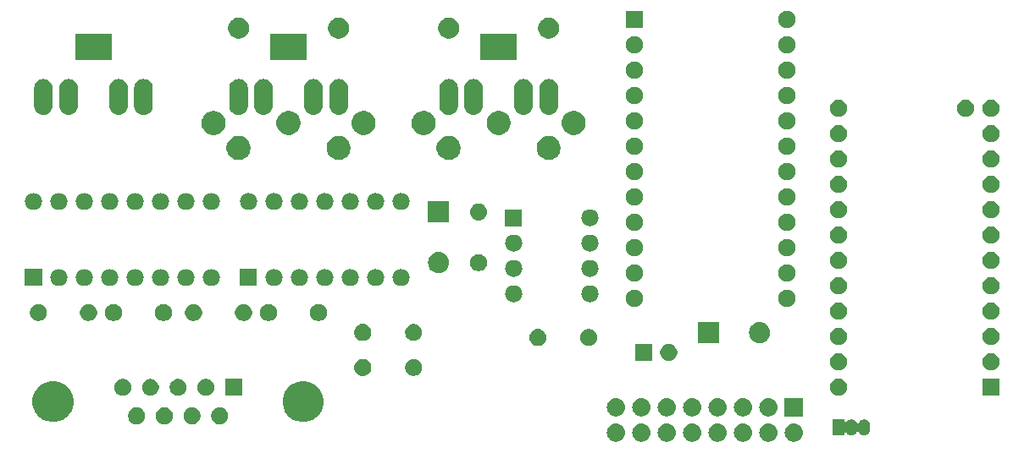
<source format=gbs>
G04 #@! TF.GenerationSoftware,KiCad,Pcbnew,(5.1.4-0-10_14)*
G04 #@! TF.CreationDate,2020-03-29T18:28:36+02:00*
G04 #@! TF.ProjectId,transcribe_circuit,7472616e-7363-4726-9962-655f63697263,rev?*
G04 #@! TF.SameCoordinates,Original*
G04 #@! TF.FileFunction,Soldermask,Bot*
G04 #@! TF.FilePolarity,Negative*
%FSLAX46Y46*%
G04 Gerber Fmt 4.6, Leading zero omitted, Abs format (unit mm)*
G04 Created by KiCad (PCBNEW (5.1.4-0-10_14)) date 2020-03-29 18:28:36*
%MOMM*%
%LPD*%
G04 APERTURE LIST*
%ADD10C,0.100000*%
G04 APERTURE END LIST*
D10*
G36*
X-211889558Y747854482D02*
G01*
X-211823373Y747847963D01*
X-211653534Y747796443D01*
X-211497009Y747712778D01*
X-211461271Y747683448D01*
X-211359814Y747600186D01*
X-211276552Y747498729D01*
X-211247222Y747462991D01*
X-211163557Y747306466D01*
X-211112037Y747136627D01*
X-211094641Y746960000D01*
X-211112037Y746783373D01*
X-211163557Y746613534D01*
X-211247222Y746457009D01*
X-211276552Y746421271D01*
X-211359814Y746319814D01*
X-211461271Y746236552D01*
X-211497009Y746207222D01*
X-211653534Y746123557D01*
X-211823373Y746072037D01*
X-211889557Y746065519D01*
X-211955740Y746059000D01*
X-212044260Y746059000D01*
X-212110443Y746065519D01*
X-212176627Y746072037D01*
X-212346466Y746123557D01*
X-212502991Y746207222D01*
X-212538729Y746236552D01*
X-212640186Y746319814D01*
X-212723448Y746421271D01*
X-212752778Y746457009D01*
X-212836443Y746613534D01*
X-212887963Y746783373D01*
X-212905359Y746960000D01*
X-212887963Y747136627D01*
X-212836443Y747306466D01*
X-212752778Y747462991D01*
X-212723448Y747498729D01*
X-212640186Y747600186D01*
X-212538729Y747683448D01*
X-212502991Y747712778D01*
X-212346466Y747796443D01*
X-212176627Y747847963D01*
X-212110442Y747854482D01*
X-212044260Y747861000D01*
X-211955740Y747861000D01*
X-211889558Y747854482D01*
X-211889558Y747854482D01*
G37*
G36*
X-214429558Y747854482D02*
G01*
X-214363373Y747847963D01*
X-214193534Y747796443D01*
X-214037009Y747712778D01*
X-214001271Y747683448D01*
X-213899814Y747600186D01*
X-213816552Y747498729D01*
X-213787222Y747462991D01*
X-213703557Y747306466D01*
X-213652037Y747136627D01*
X-213634641Y746960000D01*
X-213652037Y746783373D01*
X-213703557Y746613534D01*
X-213787222Y746457009D01*
X-213816552Y746421271D01*
X-213899814Y746319814D01*
X-214001271Y746236552D01*
X-214037009Y746207222D01*
X-214193534Y746123557D01*
X-214363373Y746072037D01*
X-214429557Y746065519D01*
X-214495740Y746059000D01*
X-214584260Y746059000D01*
X-214650443Y746065519D01*
X-214716627Y746072037D01*
X-214886466Y746123557D01*
X-215042991Y746207222D01*
X-215078729Y746236552D01*
X-215180186Y746319814D01*
X-215263448Y746421271D01*
X-215292778Y746457009D01*
X-215376443Y746613534D01*
X-215427963Y746783373D01*
X-215445359Y746960000D01*
X-215427963Y747136627D01*
X-215376443Y747306466D01*
X-215292778Y747462991D01*
X-215263448Y747498729D01*
X-215180186Y747600186D01*
X-215078729Y747683448D01*
X-215042991Y747712778D01*
X-214886466Y747796443D01*
X-214716627Y747847963D01*
X-214650442Y747854482D01*
X-214584260Y747861000D01*
X-214495740Y747861000D01*
X-214429558Y747854482D01*
X-214429558Y747854482D01*
G37*
G36*
X-216969558Y747854482D02*
G01*
X-216903373Y747847963D01*
X-216733534Y747796443D01*
X-216577009Y747712778D01*
X-216541271Y747683448D01*
X-216439814Y747600186D01*
X-216356552Y747498729D01*
X-216327222Y747462991D01*
X-216243557Y747306466D01*
X-216192037Y747136627D01*
X-216174641Y746960000D01*
X-216192037Y746783373D01*
X-216243557Y746613534D01*
X-216327222Y746457009D01*
X-216356552Y746421271D01*
X-216439814Y746319814D01*
X-216541271Y746236552D01*
X-216577009Y746207222D01*
X-216733534Y746123557D01*
X-216903373Y746072037D01*
X-216969557Y746065519D01*
X-217035740Y746059000D01*
X-217124260Y746059000D01*
X-217190443Y746065519D01*
X-217256627Y746072037D01*
X-217426466Y746123557D01*
X-217582991Y746207222D01*
X-217618729Y746236552D01*
X-217720186Y746319814D01*
X-217803448Y746421271D01*
X-217832778Y746457009D01*
X-217916443Y746613534D01*
X-217967963Y746783373D01*
X-217985359Y746960000D01*
X-217967963Y747136627D01*
X-217916443Y747306466D01*
X-217832778Y747462991D01*
X-217803448Y747498729D01*
X-217720186Y747600186D01*
X-217618729Y747683448D01*
X-217582991Y747712778D01*
X-217426466Y747796443D01*
X-217256627Y747847963D01*
X-217190442Y747854482D01*
X-217124260Y747861000D01*
X-217035740Y747861000D01*
X-216969558Y747854482D01*
X-216969558Y747854482D01*
G37*
G36*
X-219509558Y747854482D02*
G01*
X-219443373Y747847963D01*
X-219273534Y747796443D01*
X-219117009Y747712778D01*
X-219081271Y747683448D01*
X-218979814Y747600186D01*
X-218896552Y747498729D01*
X-218867222Y747462991D01*
X-218783557Y747306466D01*
X-218732037Y747136627D01*
X-218714641Y746960000D01*
X-218732037Y746783373D01*
X-218783557Y746613534D01*
X-218867222Y746457009D01*
X-218896552Y746421271D01*
X-218979814Y746319814D01*
X-219081271Y746236552D01*
X-219117009Y746207222D01*
X-219273534Y746123557D01*
X-219443373Y746072037D01*
X-219509557Y746065519D01*
X-219575740Y746059000D01*
X-219664260Y746059000D01*
X-219730443Y746065519D01*
X-219796627Y746072037D01*
X-219966466Y746123557D01*
X-220122991Y746207222D01*
X-220158729Y746236552D01*
X-220260186Y746319814D01*
X-220343448Y746421271D01*
X-220372778Y746457009D01*
X-220456443Y746613534D01*
X-220507963Y746783373D01*
X-220525359Y746960000D01*
X-220507963Y747136627D01*
X-220456443Y747306466D01*
X-220372778Y747462991D01*
X-220343448Y747498729D01*
X-220260186Y747600186D01*
X-220158729Y747683448D01*
X-220122991Y747712778D01*
X-219966466Y747796443D01*
X-219796627Y747847963D01*
X-219730442Y747854482D01*
X-219664260Y747861000D01*
X-219575740Y747861000D01*
X-219509558Y747854482D01*
X-219509558Y747854482D01*
G37*
G36*
X-222049558Y747854482D02*
G01*
X-221983373Y747847963D01*
X-221813534Y747796443D01*
X-221657009Y747712778D01*
X-221621271Y747683448D01*
X-221519814Y747600186D01*
X-221436552Y747498729D01*
X-221407222Y747462991D01*
X-221323557Y747306466D01*
X-221272037Y747136627D01*
X-221254641Y746960000D01*
X-221272037Y746783373D01*
X-221323557Y746613534D01*
X-221407222Y746457009D01*
X-221436552Y746421271D01*
X-221519814Y746319814D01*
X-221621271Y746236552D01*
X-221657009Y746207222D01*
X-221813534Y746123557D01*
X-221983373Y746072037D01*
X-222049557Y746065519D01*
X-222115740Y746059000D01*
X-222204260Y746059000D01*
X-222270443Y746065519D01*
X-222336627Y746072037D01*
X-222506466Y746123557D01*
X-222662991Y746207222D01*
X-222698729Y746236552D01*
X-222800186Y746319814D01*
X-222883448Y746421271D01*
X-222912778Y746457009D01*
X-222996443Y746613534D01*
X-223047963Y746783373D01*
X-223065359Y746960000D01*
X-223047963Y747136627D01*
X-222996443Y747306466D01*
X-222912778Y747462991D01*
X-222883448Y747498729D01*
X-222800186Y747600186D01*
X-222698729Y747683448D01*
X-222662991Y747712778D01*
X-222506466Y747796443D01*
X-222336627Y747847963D01*
X-222270442Y747854482D01*
X-222204260Y747861000D01*
X-222115740Y747861000D01*
X-222049558Y747854482D01*
X-222049558Y747854482D01*
G37*
G36*
X-224589558Y747854482D02*
G01*
X-224523373Y747847963D01*
X-224353534Y747796443D01*
X-224197009Y747712778D01*
X-224161271Y747683448D01*
X-224059814Y747600186D01*
X-223976552Y747498729D01*
X-223947222Y747462991D01*
X-223863557Y747306466D01*
X-223812037Y747136627D01*
X-223794641Y746960000D01*
X-223812037Y746783373D01*
X-223863557Y746613534D01*
X-223947222Y746457009D01*
X-223976552Y746421271D01*
X-224059814Y746319814D01*
X-224161271Y746236552D01*
X-224197009Y746207222D01*
X-224353534Y746123557D01*
X-224523373Y746072037D01*
X-224589557Y746065519D01*
X-224655740Y746059000D01*
X-224744260Y746059000D01*
X-224810443Y746065519D01*
X-224876627Y746072037D01*
X-225046466Y746123557D01*
X-225202991Y746207222D01*
X-225238729Y746236552D01*
X-225340186Y746319814D01*
X-225423448Y746421271D01*
X-225452778Y746457009D01*
X-225536443Y746613534D01*
X-225587963Y746783373D01*
X-225605359Y746960000D01*
X-225587963Y747136627D01*
X-225536443Y747306466D01*
X-225452778Y747462991D01*
X-225423448Y747498729D01*
X-225340186Y747600186D01*
X-225238729Y747683448D01*
X-225202991Y747712778D01*
X-225046466Y747796443D01*
X-224876627Y747847963D01*
X-224810442Y747854482D01*
X-224744260Y747861000D01*
X-224655740Y747861000D01*
X-224589558Y747854482D01*
X-224589558Y747854482D01*
G37*
G36*
X-227129558Y747854482D02*
G01*
X-227063373Y747847963D01*
X-226893534Y747796443D01*
X-226737009Y747712778D01*
X-226701271Y747683448D01*
X-226599814Y747600186D01*
X-226516552Y747498729D01*
X-226487222Y747462991D01*
X-226403557Y747306466D01*
X-226352037Y747136627D01*
X-226334641Y746960000D01*
X-226352037Y746783373D01*
X-226403557Y746613534D01*
X-226487222Y746457009D01*
X-226516552Y746421271D01*
X-226599814Y746319814D01*
X-226701271Y746236552D01*
X-226737009Y746207222D01*
X-226893534Y746123557D01*
X-227063373Y746072037D01*
X-227129557Y746065519D01*
X-227195740Y746059000D01*
X-227284260Y746059000D01*
X-227350443Y746065519D01*
X-227416627Y746072037D01*
X-227586466Y746123557D01*
X-227742991Y746207222D01*
X-227778729Y746236552D01*
X-227880186Y746319814D01*
X-227963448Y746421271D01*
X-227992778Y746457009D01*
X-228076443Y746613534D01*
X-228127963Y746783373D01*
X-228145359Y746960000D01*
X-228127963Y747136627D01*
X-228076443Y747306466D01*
X-227992778Y747462991D01*
X-227963448Y747498729D01*
X-227880186Y747600186D01*
X-227778729Y747683448D01*
X-227742991Y747712778D01*
X-227586466Y747796443D01*
X-227416627Y747847963D01*
X-227350442Y747854482D01*
X-227284260Y747861000D01*
X-227195740Y747861000D01*
X-227129558Y747854482D01*
X-227129558Y747854482D01*
G37*
G36*
X-229669558Y747854482D02*
G01*
X-229603373Y747847963D01*
X-229433534Y747796443D01*
X-229277009Y747712778D01*
X-229241271Y747683448D01*
X-229139814Y747600186D01*
X-229056552Y747498729D01*
X-229027222Y747462991D01*
X-228943557Y747306466D01*
X-228892037Y747136627D01*
X-228874641Y746960000D01*
X-228892037Y746783373D01*
X-228943557Y746613534D01*
X-229027222Y746457009D01*
X-229056552Y746421271D01*
X-229139814Y746319814D01*
X-229241271Y746236552D01*
X-229277009Y746207222D01*
X-229433534Y746123557D01*
X-229603373Y746072037D01*
X-229669557Y746065519D01*
X-229735740Y746059000D01*
X-229824260Y746059000D01*
X-229890443Y746065519D01*
X-229956627Y746072037D01*
X-230126466Y746123557D01*
X-230282991Y746207222D01*
X-230318729Y746236552D01*
X-230420186Y746319814D01*
X-230503448Y746421271D01*
X-230532778Y746457009D01*
X-230616443Y746613534D01*
X-230667963Y746783373D01*
X-230685359Y746960000D01*
X-230667963Y747136627D01*
X-230616443Y747306466D01*
X-230532778Y747462991D01*
X-230503448Y747498729D01*
X-230420186Y747600186D01*
X-230318729Y747683448D01*
X-230282991Y747712778D01*
X-230126466Y747796443D01*
X-229956627Y747847963D01*
X-229890442Y747854482D01*
X-229824260Y747861000D01*
X-229735740Y747861000D01*
X-229669558Y747854482D01*
X-229669558Y747854482D01*
G37*
G36*
X-204847085Y748292666D02*
G01*
X-204747400Y748262426D01*
X-204738506Y748259728D01*
X-204702400Y748240429D01*
X-204638444Y748206244D01*
X-204550736Y748134264D01*
X-204478756Y748046557D01*
X-204453329Y747998985D01*
X-204425272Y747946495D01*
X-204425271Y747946492D01*
X-204392334Y747837916D01*
X-204384000Y747753298D01*
X-204384000Y747246703D01*
X-204392334Y747162084D01*
X-204424748Y747055233D01*
X-204425272Y747053505D01*
X-204435239Y747034859D01*
X-204478756Y746953443D01*
X-204550736Y746865736D01*
X-204638443Y746793756D01*
X-204702399Y746759571D01*
X-204738505Y746740272D01*
X-204738508Y746740271D01*
X-204847084Y746707334D01*
X-204960000Y746696213D01*
X-205072915Y746707334D01*
X-205181491Y746740271D01*
X-205181494Y746740272D01*
X-205217600Y746759571D01*
X-205281556Y746793756D01*
X-205369263Y746865736D01*
X-205441243Y746953443D01*
X-205484761Y747034859D01*
X-205498375Y747055234D01*
X-205515702Y747072561D01*
X-205536076Y747086174D01*
X-205558715Y747095552D01*
X-205582748Y747100332D01*
X-205607252Y747100332D01*
X-205631285Y747095552D01*
X-205653924Y747086174D01*
X-205674299Y747072560D01*
X-205691626Y747055233D01*
X-205705239Y747034859D01*
X-205748756Y746953443D01*
X-205820736Y746865736D01*
X-205908443Y746793756D01*
X-205972399Y746759571D01*
X-206008505Y746740272D01*
X-206008508Y746740271D01*
X-206117084Y746707334D01*
X-206230000Y746696213D01*
X-206342915Y746707334D01*
X-206451491Y746740271D01*
X-206451494Y746740272D01*
X-206487600Y746759571D01*
X-206551556Y746793756D01*
X-206639263Y746865736D01*
X-206702378Y746942641D01*
X-206719703Y746959966D01*
X-206740077Y746973580D01*
X-206762716Y746982957D01*
X-206786750Y746987737D01*
X-206811254Y746987737D01*
X-206835287Y746982956D01*
X-206857926Y746973579D01*
X-206878300Y746959965D01*
X-206895627Y746942638D01*
X-206909241Y746922264D01*
X-206918618Y746899625D01*
X-206924000Y746863340D01*
X-206924000Y746699000D01*
X-208076000Y746699000D01*
X-208076000Y748301000D01*
X-206924000Y748301000D01*
X-206924000Y748136659D01*
X-206921598Y748112273D01*
X-206914485Y748088824D01*
X-206902934Y748067213D01*
X-206887389Y748048271D01*
X-206868447Y748032726D01*
X-206846836Y748021175D01*
X-206823387Y748014062D01*
X-206799001Y748011660D01*
X-206774615Y748014062D01*
X-206751166Y748021175D01*
X-206729555Y748032726D01*
X-206710613Y748048271D01*
X-206702392Y748057343D01*
X-206639264Y748134264D01*
X-206551557Y748206244D01*
X-206487601Y748240429D01*
X-206451495Y748259728D01*
X-206442601Y748262426D01*
X-206342916Y748292666D01*
X-206230000Y748303787D01*
X-206117085Y748292666D01*
X-206017400Y748262426D01*
X-206008506Y748259728D01*
X-205972400Y748240429D01*
X-205908444Y748206244D01*
X-205820736Y748134264D01*
X-205748756Y748046557D01*
X-205723329Y747998985D01*
X-205705239Y747965141D01*
X-205691625Y747944766D01*
X-205674298Y747927439D01*
X-205653924Y747913826D01*
X-205631285Y747904448D01*
X-205607252Y747899668D01*
X-205582748Y747899668D01*
X-205558715Y747904448D01*
X-205536076Y747913826D01*
X-205515701Y747927440D01*
X-205498374Y747944767D01*
X-205484761Y747965140D01*
X-205441244Y748046556D01*
X-205369264Y748134264D01*
X-205281557Y748206244D01*
X-205217601Y748240429D01*
X-205181495Y748259728D01*
X-205172601Y748262426D01*
X-205072916Y748292666D01*
X-204960000Y748303787D01*
X-204847085Y748292666D01*
X-204847085Y748292666D01*
G37*
G36*
X-277446772Y749478297D02*
G01*
X-277291900Y749414147D01*
X-277152519Y749321015D01*
X-277033985Y749202481D01*
X-276940853Y749063100D01*
X-276876703Y748908228D01*
X-276844000Y748743816D01*
X-276844000Y748576184D01*
X-276876703Y748411772D01*
X-276940853Y748256900D01*
X-277033985Y748117519D01*
X-277152519Y747998985D01*
X-277291900Y747905853D01*
X-277446772Y747841703D01*
X-277611184Y747809000D01*
X-277778816Y747809000D01*
X-277943228Y747841703D01*
X-278098100Y747905853D01*
X-278237481Y747998985D01*
X-278356015Y748117519D01*
X-278449147Y748256900D01*
X-278513297Y748411772D01*
X-278546000Y748576184D01*
X-278546000Y748743816D01*
X-278513297Y748908228D01*
X-278449147Y749063100D01*
X-278356015Y749202481D01*
X-278237481Y749321015D01*
X-278098100Y749414147D01*
X-277943228Y749478297D01*
X-277778816Y749511000D01*
X-277611184Y749511000D01*
X-277446772Y749478297D01*
X-277446772Y749478297D01*
G37*
G36*
X-274676772Y749478297D02*
G01*
X-274521900Y749414147D01*
X-274382519Y749321015D01*
X-274263985Y749202481D01*
X-274170853Y749063100D01*
X-274106703Y748908228D01*
X-274074000Y748743816D01*
X-274074000Y748576184D01*
X-274106703Y748411772D01*
X-274170853Y748256900D01*
X-274263985Y748117519D01*
X-274382519Y747998985D01*
X-274521900Y747905853D01*
X-274676772Y747841703D01*
X-274841184Y747809000D01*
X-275008816Y747809000D01*
X-275173228Y747841703D01*
X-275328100Y747905853D01*
X-275467481Y747998985D01*
X-275586015Y748117519D01*
X-275679147Y748256900D01*
X-275743297Y748411772D01*
X-275776000Y748576184D01*
X-275776000Y748743816D01*
X-275743297Y748908228D01*
X-275679147Y749063100D01*
X-275586015Y749202481D01*
X-275467481Y749321015D01*
X-275328100Y749414147D01*
X-275173228Y749478297D01*
X-275008816Y749511000D01*
X-274841184Y749511000D01*
X-274676772Y749478297D01*
X-274676772Y749478297D01*
G37*
G36*
X-271906772Y749478297D02*
G01*
X-271751900Y749414147D01*
X-271612519Y749321015D01*
X-271493985Y749202481D01*
X-271400853Y749063100D01*
X-271336703Y748908228D01*
X-271304000Y748743816D01*
X-271304000Y748576184D01*
X-271336703Y748411772D01*
X-271400853Y748256900D01*
X-271493985Y748117519D01*
X-271612519Y747998985D01*
X-271751900Y747905853D01*
X-271906772Y747841703D01*
X-272071184Y747809000D01*
X-272238816Y747809000D01*
X-272403228Y747841703D01*
X-272558100Y747905853D01*
X-272697481Y747998985D01*
X-272816015Y748117519D01*
X-272909147Y748256900D01*
X-272973297Y748411772D01*
X-273006000Y748576184D01*
X-273006000Y748743816D01*
X-272973297Y748908228D01*
X-272909147Y749063100D01*
X-272816015Y749202481D01*
X-272697481Y749321015D01*
X-272558100Y749414147D01*
X-272403228Y749478297D01*
X-272238816Y749511000D01*
X-272071184Y749511000D01*
X-271906772Y749478297D01*
X-271906772Y749478297D01*
G37*
G36*
X-269136772Y749478297D02*
G01*
X-268981900Y749414147D01*
X-268842519Y749321015D01*
X-268723985Y749202481D01*
X-268630853Y749063100D01*
X-268566703Y748908228D01*
X-268534000Y748743816D01*
X-268534000Y748576184D01*
X-268566703Y748411772D01*
X-268630853Y748256900D01*
X-268723985Y748117519D01*
X-268842519Y747998985D01*
X-268981900Y747905853D01*
X-269136772Y747841703D01*
X-269301184Y747809000D01*
X-269468816Y747809000D01*
X-269633228Y747841703D01*
X-269788100Y747905853D01*
X-269927481Y747998985D01*
X-270046015Y748117519D01*
X-270139147Y748256900D01*
X-270203297Y748411772D01*
X-270236000Y748576184D01*
X-270236000Y748743816D01*
X-270203297Y748908228D01*
X-270139147Y749063100D01*
X-270046015Y749202481D01*
X-269927481Y749321015D01*
X-269788100Y749414147D01*
X-269633228Y749478297D01*
X-269468816Y749511000D01*
X-269301184Y749511000D01*
X-269136772Y749478297D01*
X-269136772Y749478297D01*
G37*
G36*
X-260441746Y752052182D02*
G01*
X-260081830Y751903100D01*
X-260068487Y751897573D01*
X-259732564Y751673116D01*
X-259446884Y751387436D01*
X-259356235Y751251771D01*
X-259222426Y751051511D01*
X-259067818Y750678254D01*
X-258989000Y750282007D01*
X-258989000Y749877993D01*
X-259067818Y749481746D01*
X-259183494Y749202480D01*
X-259222427Y749108487D01*
X-259446884Y748772564D01*
X-259732564Y748486884D01*
X-260068487Y748262427D01*
X-260068488Y748262426D01*
X-260068489Y748262426D01*
X-260441746Y748107818D01*
X-260837993Y748029000D01*
X-261242007Y748029000D01*
X-261638254Y748107818D01*
X-262011511Y748262426D01*
X-262011512Y748262426D01*
X-262011513Y748262427D01*
X-262347436Y748486884D01*
X-262633116Y748772564D01*
X-262857573Y749108487D01*
X-262896506Y749202480D01*
X-263012182Y749481746D01*
X-263091000Y749877993D01*
X-263091000Y750282007D01*
X-263012182Y750678254D01*
X-262857574Y751051511D01*
X-262723764Y751251771D01*
X-262633116Y751387436D01*
X-262347436Y751673116D01*
X-262011513Y751897573D01*
X-261998170Y751903100D01*
X-261638254Y752052182D01*
X-261242007Y752131000D01*
X-260837993Y752131000D01*
X-260441746Y752052182D01*
X-260441746Y752052182D01*
G37*
G36*
X-285441746Y752052182D02*
G01*
X-285081830Y751903100D01*
X-285068487Y751897573D01*
X-284732564Y751673116D01*
X-284446884Y751387436D01*
X-284356235Y751251771D01*
X-284222426Y751051511D01*
X-284067818Y750678254D01*
X-283989000Y750282007D01*
X-283989000Y749877993D01*
X-284067818Y749481746D01*
X-284183494Y749202480D01*
X-284222427Y749108487D01*
X-284446884Y748772564D01*
X-284732564Y748486884D01*
X-285068487Y748262427D01*
X-285068488Y748262426D01*
X-285068489Y748262426D01*
X-285441746Y748107818D01*
X-285837993Y748029000D01*
X-286242007Y748029000D01*
X-286638254Y748107818D01*
X-287011511Y748262426D01*
X-287011512Y748262426D01*
X-287011513Y748262427D01*
X-287347436Y748486884D01*
X-287633116Y748772564D01*
X-287857573Y749108487D01*
X-287896506Y749202480D01*
X-288012182Y749481746D01*
X-288091000Y749877993D01*
X-288091000Y750282007D01*
X-288012182Y750678254D01*
X-287857574Y751051511D01*
X-287723764Y751251771D01*
X-287633116Y751387436D01*
X-287347436Y751673116D01*
X-287011513Y751897573D01*
X-286998170Y751903100D01*
X-286638254Y752052182D01*
X-286242007Y752131000D01*
X-285837993Y752131000D01*
X-285441746Y752052182D01*
X-285441746Y752052182D01*
G37*
G36*
X-211099000Y748599000D02*
G01*
X-212901000Y748599000D01*
X-212901000Y750401000D01*
X-211099000Y750401000D01*
X-211099000Y748599000D01*
X-211099000Y748599000D01*
G37*
G36*
X-229669557Y750394481D02*
G01*
X-229603373Y750387963D01*
X-229433534Y750336443D01*
X-229277009Y750252778D01*
X-229241271Y750223448D01*
X-229139814Y750140186D01*
X-229056552Y750038729D01*
X-229027222Y750002991D01*
X-228943557Y749846466D01*
X-228892037Y749676627D01*
X-228874641Y749500000D01*
X-228892037Y749323373D01*
X-228943557Y749153534D01*
X-229027222Y748997009D01*
X-229056552Y748961271D01*
X-229139814Y748859814D01*
X-229241271Y748776552D01*
X-229277009Y748747222D01*
X-229433534Y748663557D01*
X-229603373Y748612037D01*
X-229669557Y748605519D01*
X-229735740Y748599000D01*
X-229824260Y748599000D01*
X-229890443Y748605519D01*
X-229956627Y748612037D01*
X-230126466Y748663557D01*
X-230282991Y748747222D01*
X-230318729Y748776552D01*
X-230420186Y748859814D01*
X-230503448Y748961271D01*
X-230532778Y748997009D01*
X-230616443Y749153534D01*
X-230667963Y749323373D01*
X-230685359Y749500000D01*
X-230667963Y749676627D01*
X-230616443Y749846466D01*
X-230532778Y750002991D01*
X-230503448Y750038729D01*
X-230420186Y750140186D01*
X-230318729Y750223448D01*
X-230282991Y750252778D01*
X-230126466Y750336443D01*
X-229956627Y750387963D01*
X-229890443Y750394481D01*
X-229824260Y750401000D01*
X-229735740Y750401000D01*
X-229669557Y750394481D01*
X-229669557Y750394481D01*
G37*
G36*
X-227129557Y750394481D02*
G01*
X-227063373Y750387963D01*
X-226893534Y750336443D01*
X-226737009Y750252778D01*
X-226701271Y750223448D01*
X-226599814Y750140186D01*
X-226516552Y750038729D01*
X-226487222Y750002991D01*
X-226403557Y749846466D01*
X-226352037Y749676627D01*
X-226334641Y749500000D01*
X-226352037Y749323373D01*
X-226403557Y749153534D01*
X-226487222Y748997009D01*
X-226516552Y748961271D01*
X-226599814Y748859814D01*
X-226701271Y748776552D01*
X-226737009Y748747222D01*
X-226893534Y748663557D01*
X-227063373Y748612037D01*
X-227129557Y748605519D01*
X-227195740Y748599000D01*
X-227284260Y748599000D01*
X-227350443Y748605519D01*
X-227416627Y748612037D01*
X-227586466Y748663557D01*
X-227742991Y748747222D01*
X-227778729Y748776552D01*
X-227880186Y748859814D01*
X-227963448Y748961271D01*
X-227992778Y748997009D01*
X-228076443Y749153534D01*
X-228127963Y749323373D01*
X-228145359Y749500000D01*
X-228127963Y749676627D01*
X-228076443Y749846466D01*
X-227992778Y750002991D01*
X-227963448Y750038729D01*
X-227880186Y750140186D01*
X-227778729Y750223448D01*
X-227742991Y750252778D01*
X-227586466Y750336443D01*
X-227416627Y750387963D01*
X-227350443Y750394481D01*
X-227284260Y750401000D01*
X-227195740Y750401000D01*
X-227129557Y750394481D01*
X-227129557Y750394481D01*
G37*
G36*
X-214429557Y750394481D02*
G01*
X-214363373Y750387963D01*
X-214193534Y750336443D01*
X-214037009Y750252778D01*
X-214001271Y750223448D01*
X-213899814Y750140186D01*
X-213816552Y750038729D01*
X-213787222Y750002991D01*
X-213703557Y749846466D01*
X-213652037Y749676627D01*
X-213634641Y749500000D01*
X-213652037Y749323373D01*
X-213703557Y749153534D01*
X-213787222Y748997009D01*
X-213816552Y748961271D01*
X-213899814Y748859814D01*
X-214001271Y748776552D01*
X-214037009Y748747222D01*
X-214193534Y748663557D01*
X-214363373Y748612037D01*
X-214429557Y748605519D01*
X-214495740Y748599000D01*
X-214584260Y748599000D01*
X-214650443Y748605519D01*
X-214716627Y748612037D01*
X-214886466Y748663557D01*
X-215042991Y748747222D01*
X-215078729Y748776552D01*
X-215180186Y748859814D01*
X-215263448Y748961271D01*
X-215292778Y748997009D01*
X-215376443Y749153534D01*
X-215427963Y749323373D01*
X-215445359Y749500000D01*
X-215427963Y749676627D01*
X-215376443Y749846466D01*
X-215292778Y750002991D01*
X-215263448Y750038729D01*
X-215180186Y750140186D01*
X-215078729Y750223448D01*
X-215042991Y750252778D01*
X-214886466Y750336443D01*
X-214716627Y750387963D01*
X-214650443Y750394481D01*
X-214584260Y750401000D01*
X-214495740Y750401000D01*
X-214429557Y750394481D01*
X-214429557Y750394481D01*
G37*
G36*
X-216969557Y750394481D02*
G01*
X-216903373Y750387963D01*
X-216733534Y750336443D01*
X-216577009Y750252778D01*
X-216541271Y750223448D01*
X-216439814Y750140186D01*
X-216356552Y750038729D01*
X-216327222Y750002991D01*
X-216243557Y749846466D01*
X-216192037Y749676627D01*
X-216174641Y749500000D01*
X-216192037Y749323373D01*
X-216243557Y749153534D01*
X-216327222Y748997009D01*
X-216356552Y748961271D01*
X-216439814Y748859814D01*
X-216541271Y748776552D01*
X-216577009Y748747222D01*
X-216733534Y748663557D01*
X-216903373Y748612037D01*
X-216969557Y748605519D01*
X-217035740Y748599000D01*
X-217124260Y748599000D01*
X-217190443Y748605519D01*
X-217256627Y748612037D01*
X-217426466Y748663557D01*
X-217582991Y748747222D01*
X-217618729Y748776552D01*
X-217720186Y748859814D01*
X-217803448Y748961271D01*
X-217832778Y748997009D01*
X-217916443Y749153534D01*
X-217967963Y749323373D01*
X-217985359Y749500000D01*
X-217967963Y749676627D01*
X-217916443Y749846466D01*
X-217832778Y750002991D01*
X-217803448Y750038729D01*
X-217720186Y750140186D01*
X-217618729Y750223448D01*
X-217582991Y750252778D01*
X-217426466Y750336443D01*
X-217256627Y750387963D01*
X-217190443Y750394481D01*
X-217124260Y750401000D01*
X-217035740Y750401000D01*
X-216969557Y750394481D01*
X-216969557Y750394481D01*
G37*
G36*
X-219509557Y750394481D02*
G01*
X-219443373Y750387963D01*
X-219273534Y750336443D01*
X-219117009Y750252778D01*
X-219081271Y750223448D01*
X-218979814Y750140186D01*
X-218896552Y750038729D01*
X-218867222Y750002991D01*
X-218783557Y749846466D01*
X-218732037Y749676627D01*
X-218714641Y749500000D01*
X-218732037Y749323373D01*
X-218783557Y749153534D01*
X-218867222Y748997009D01*
X-218896552Y748961271D01*
X-218979814Y748859814D01*
X-219081271Y748776552D01*
X-219117009Y748747222D01*
X-219273534Y748663557D01*
X-219443373Y748612037D01*
X-219509557Y748605519D01*
X-219575740Y748599000D01*
X-219664260Y748599000D01*
X-219730443Y748605519D01*
X-219796627Y748612037D01*
X-219966466Y748663557D01*
X-220122991Y748747222D01*
X-220158729Y748776552D01*
X-220260186Y748859814D01*
X-220343448Y748961271D01*
X-220372778Y748997009D01*
X-220456443Y749153534D01*
X-220507963Y749323373D01*
X-220525359Y749500000D01*
X-220507963Y749676627D01*
X-220456443Y749846466D01*
X-220372778Y750002991D01*
X-220343448Y750038729D01*
X-220260186Y750140186D01*
X-220158729Y750223448D01*
X-220122991Y750252778D01*
X-219966466Y750336443D01*
X-219796627Y750387963D01*
X-219730443Y750394481D01*
X-219664260Y750401000D01*
X-219575740Y750401000D01*
X-219509557Y750394481D01*
X-219509557Y750394481D01*
G37*
G36*
X-222049557Y750394481D02*
G01*
X-221983373Y750387963D01*
X-221813534Y750336443D01*
X-221657009Y750252778D01*
X-221621271Y750223448D01*
X-221519814Y750140186D01*
X-221436552Y750038729D01*
X-221407222Y750002991D01*
X-221323557Y749846466D01*
X-221272037Y749676627D01*
X-221254641Y749500000D01*
X-221272037Y749323373D01*
X-221323557Y749153534D01*
X-221407222Y748997009D01*
X-221436552Y748961271D01*
X-221519814Y748859814D01*
X-221621271Y748776552D01*
X-221657009Y748747222D01*
X-221813534Y748663557D01*
X-221983373Y748612037D01*
X-222049557Y748605519D01*
X-222115740Y748599000D01*
X-222204260Y748599000D01*
X-222270443Y748605519D01*
X-222336627Y748612037D01*
X-222506466Y748663557D01*
X-222662991Y748747222D01*
X-222698729Y748776552D01*
X-222800186Y748859814D01*
X-222883448Y748961271D01*
X-222912778Y748997009D01*
X-222996443Y749153534D01*
X-223047963Y749323373D01*
X-223065359Y749500000D01*
X-223047963Y749676627D01*
X-222996443Y749846466D01*
X-222912778Y750002991D01*
X-222883448Y750038729D01*
X-222800186Y750140186D01*
X-222698729Y750223448D01*
X-222662991Y750252778D01*
X-222506466Y750336443D01*
X-222336627Y750387963D01*
X-222270443Y750394481D01*
X-222204260Y750401000D01*
X-222115740Y750401000D01*
X-222049557Y750394481D01*
X-222049557Y750394481D01*
G37*
G36*
X-224589557Y750394481D02*
G01*
X-224523373Y750387963D01*
X-224353534Y750336443D01*
X-224197009Y750252778D01*
X-224161271Y750223448D01*
X-224059814Y750140186D01*
X-223976552Y750038729D01*
X-223947222Y750002991D01*
X-223863557Y749846466D01*
X-223812037Y749676627D01*
X-223794641Y749500000D01*
X-223812037Y749323373D01*
X-223863557Y749153534D01*
X-223947222Y748997009D01*
X-223976552Y748961271D01*
X-224059814Y748859814D01*
X-224161271Y748776552D01*
X-224197009Y748747222D01*
X-224353534Y748663557D01*
X-224523373Y748612037D01*
X-224589557Y748605519D01*
X-224655740Y748599000D01*
X-224744260Y748599000D01*
X-224810443Y748605519D01*
X-224876627Y748612037D01*
X-225046466Y748663557D01*
X-225202991Y748747222D01*
X-225238729Y748776552D01*
X-225340186Y748859814D01*
X-225423448Y748961271D01*
X-225452778Y748997009D01*
X-225536443Y749153534D01*
X-225587963Y749323373D01*
X-225605359Y749500000D01*
X-225587963Y749676627D01*
X-225536443Y749846466D01*
X-225452778Y750002991D01*
X-225423448Y750038729D01*
X-225340186Y750140186D01*
X-225238729Y750223448D01*
X-225202991Y750252778D01*
X-225046466Y750336443D01*
X-224876627Y750387963D01*
X-224810443Y750394481D01*
X-224744260Y750401000D01*
X-224655740Y750401000D01*
X-224589557Y750394481D01*
X-224589557Y750394481D01*
G37*
G36*
X-270521772Y752318297D02*
G01*
X-270366900Y752254147D01*
X-270227519Y752161015D01*
X-270108985Y752042481D01*
X-270015853Y751903100D01*
X-269951703Y751748228D01*
X-269919000Y751583816D01*
X-269919000Y751416184D01*
X-269951703Y751251772D01*
X-270015853Y751096900D01*
X-270108985Y750957519D01*
X-270227519Y750838985D01*
X-270366900Y750745853D01*
X-270521772Y750681703D01*
X-270686184Y750649000D01*
X-270853816Y750649000D01*
X-271018228Y750681703D01*
X-271173100Y750745853D01*
X-271312481Y750838985D01*
X-271431015Y750957519D01*
X-271524147Y751096900D01*
X-271588297Y751251772D01*
X-271621000Y751416184D01*
X-271621000Y751583816D01*
X-271588297Y751748228D01*
X-271524147Y751903100D01*
X-271431015Y752042481D01*
X-271312481Y752161015D01*
X-271173100Y752254147D01*
X-271018228Y752318297D01*
X-270853816Y752351000D01*
X-270686184Y752351000D01*
X-270521772Y752318297D01*
X-270521772Y752318297D01*
G37*
G36*
X-278831772Y752318297D02*
G01*
X-278676900Y752254147D01*
X-278537519Y752161015D01*
X-278418985Y752042481D01*
X-278325853Y751903100D01*
X-278261703Y751748228D01*
X-278229000Y751583816D01*
X-278229000Y751416184D01*
X-278261703Y751251772D01*
X-278325853Y751096900D01*
X-278418985Y750957519D01*
X-278537519Y750838985D01*
X-278676900Y750745853D01*
X-278831772Y750681703D01*
X-278996184Y750649000D01*
X-279163816Y750649000D01*
X-279328228Y750681703D01*
X-279483100Y750745853D01*
X-279622481Y750838985D01*
X-279741015Y750957519D01*
X-279834147Y751096900D01*
X-279898297Y751251772D01*
X-279931000Y751416184D01*
X-279931000Y751583816D01*
X-279898297Y751748228D01*
X-279834147Y751903100D01*
X-279741015Y752042481D01*
X-279622481Y752161015D01*
X-279483100Y752254147D01*
X-279328228Y752318297D01*
X-279163816Y752351000D01*
X-278996184Y752351000D01*
X-278831772Y752318297D01*
X-278831772Y752318297D01*
G37*
G36*
X-276061772Y752318297D02*
G01*
X-275906900Y752254147D01*
X-275767519Y752161015D01*
X-275648985Y752042481D01*
X-275555853Y751903100D01*
X-275491703Y751748228D01*
X-275459000Y751583816D01*
X-275459000Y751416184D01*
X-275491703Y751251772D01*
X-275555853Y751096900D01*
X-275648985Y750957519D01*
X-275767519Y750838985D01*
X-275906900Y750745853D01*
X-276061772Y750681703D01*
X-276226184Y750649000D01*
X-276393816Y750649000D01*
X-276558228Y750681703D01*
X-276713100Y750745853D01*
X-276852481Y750838985D01*
X-276971015Y750957519D01*
X-277064147Y751096900D01*
X-277128297Y751251772D01*
X-277161000Y751416184D01*
X-277161000Y751583816D01*
X-277128297Y751748228D01*
X-277064147Y751903100D01*
X-276971015Y752042481D01*
X-276852481Y752161015D01*
X-276713100Y752254147D01*
X-276558228Y752318297D01*
X-276393816Y752351000D01*
X-276226184Y752351000D01*
X-276061772Y752318297D01*
X-276061772Y752318297D01*
G37*
G36*
X-273291772Y752318297D02*
G01*
X-273136900Y752254147D01*
X-272997519Y752161015D01*
X-272878985Y752042481D01*
X-272785853Y751903100D01*
X-272721703Y751748228D01*
X-272689000Y751583816D01*
X-272689000Y751416184D01*
X-272721703Y751251772D01*
X-272785853Y751096900D01*
X-272878985Y750957519D01*
X-272997519Y750838985D01*
X-273136900Y750745853D01*
X-273291772Y750681703D01*
X-273456184Y750649000D01*
X-273623816Y750649000D01*
X-273788228Y750681703D01*
X-273943100Y750745853D01*
X-274082481Y750838985D01*
X-274201015Y750957519D01*
X-274294147Y751096900D01*
X-274358297Y751251772D01*
X-274391000Y751416184D01*
X-274391000Y751583816D01*
X-274358297Y751748228D01*
X-274294147Y751903100D01*
X-274201015Y752042481D01*
X-274082481Y752161015D01*
X-273943100Y752254147D01*
X-273788228Y752318297D01*
X-273623816Y752351000D01*
X-273456184Y752351000D01*
X-273291772Y752318297D01*
X-273291772Y752318297D01*
G37*
G36*
X-267149000Y750649000D02*
G01*
X-268851000Y750649000D01*
X-268851000Y752351000D01*
X-267149000Y752351000D01*
X-267149000Y750649000D01*
X-267149000Y750649000D01*
G37*
G36*
X-207271772Y752348297D02*
G01*
X-207116900Y752284147D01*
X-206977519Y752191015D01*
X-206858985Y752072481D01*
X-206765853Y751933100D01*
X-206701703Y751778228D01*
X-206669000Y751613816D01*
X-206669000Y751446184D01*
X-206701703Y751281772D01*
X-206765853Y751126900D01*
X-206858985Y750987519D01*
X-206977519Y750868985D01*
X-207116900Y750775853D01*
X-207271772Y750711703D01*
X-207436184Y750679000D01*
X-207603816Y750679000D01*
X-207768228Y750711703D01*
X-207923100Y750775853D01*
X-208062481Y750868985D01*
X-208181015Y750987519D01*
X-208274147Y751126900D01*
X-208338297Y751281772D01*
X-208371000Y751446184D01*
X-208371000Y751613816D01*
X-208338297Y751778228D01*
X-208274147Y751933100D01*
X-208181015Y752072481D01*
X-208062481Y752191015D01*
X-207923100Y752284147D01*
X-207768228Y752348297D01*
X-207603816Y752381000D01*
X-207436184Y752381000D01*
X-207271772Y752348297D01*
X-207271772Y752348297D01*
G37*
G36*
X-191429000Y750679000D02*
G01*
X-193131000Y750679000D01*
X-193131000Y752381000D01*
X-191429000Y752381000D01*
X-191429000Y750679000D01*
X-191429000Y750679000D01*
G37*
G36*
X-249751772Y754318297D02*
G01*
X-249596900Y754254147D01*
X-249457519Y754161015D01*
X-249338985Y754042481D01*
X-249245853Y753903100D01*
X-249181703Y753748228D01*
X-249149000Y753583816D01*
X-249149000Y753416184D01*
X-249181703Y753251772D01*
X-249245853Y753096900D01*
X-249338985Y752957519D01*
X-249457519Y752838985D01*
X-249596900Y752745853D01*
X-249751772Y752681703D01*
X-249916184Y752649000D01*
X-250083816Y752649000D01*
X-250248228Y752681703D01*
X-250403100Y752745853D01*
X-250542481Y752838985D01*
X-250661015Y752957519D01*
X-250754147Y753096900D01*
X-250818297Y753251772D01*
X-250851000Y753416184D01*
X-250851000Y753583816D01*
X-250818297Y753748228D01*
X-250754147Y753903100D01*
X-250661015Y754042481D01*
X-250542481Y754161015D01*
X-250403100Y754254147D01*
X-250248228Y754318297D01*
X-250083816Y754351000D01*
X-249916184Y754351000D01*
X-249751772Y754318297D01*
X-249751772Y754318297D01*
G37*
G36*
X-254913177Y754338687D02*
G01*
X-254752758Y754290024D01*
X-254620094Y754219114D01*
X-254604922Y754211004D01*
X-254475341Y754104659D01*
X-254368996Y753975078D01*
X-254368995Y753975076D01*
X-254289976Y753827242D01*
X-254241313Y753666823D01*
X-254224883Y753500000D01*
X-254241313Y753333177D01*
X-254289976Y753172758D01*
X-254330523Y753096900D01*
X-254368996Y753024922D01*
X-254475341Y752895341D01*
X-254604922Y752788996D01*
X-254604924Y752788995D01*
X-254752758Y752709976D01*
X-254913177Y752661313D01*
X-255038196Y752649000D01*
X-255121804Y752649000D01*
X-255246823Y752661313D01*
X-255407242Y752709976D01*
X-255555076Y752788995D01*
X-255555078Y752788996D01*
X-255684659Y752895341D01*
X-255791004Y753024922D01*
X-255829477Y753096900D01*
X-255870024Y753172758D01*
X-255918687Y753333177D01*
X-255935117Y753500000D01*
X-255918687Y753666823D01*
X-255870024Y753827242D01*
X-255791005Y753975076D01*
X-255791004Y753975078D01*
X-255684659Y754104659D01*
X-255555078Y754211004D01*
X-255539906Y754219114D01*
X-255407242Y754290024D01*
X-255246823Y754338687D01*
X-255121804Y754351000D01*
X-255038196Y754351000D01*
X-254913177Y754338687D01*
X-254913177Y754338687D01*
G37*
G36*
X-192031772Y754888297D02*
G01*
X-191876900Y754824147D01*
X-191737519Y754731015D01*
X-191618985Y754612481D01*
X-191525853Y754473100D01*
X-191461703Y754318228D01*
X-191429000Y754153816D01*
X-191429000Y753986184D01*
X-191461703Y753821772D01*
X-191525853Y753666900D01*
X-191618985Y753527519D01*
X-191737519Y753408985D01*
X-191876900Y753315853D01*
X-192031772Y753251703D01*
X-192196184Y753219000D01*
X-192363816Y753219000D01*
X-192528228Y753251703D01*
X-192683100Y753315853D01*
X-192822481Y753408985D01*
X-192941015Y753527519D01*
X-193034147Y753666900D01*
X-193098297Y753821772D01*
X-193131000Y753986184D01*
X-193131000Y754153816D01*
X-193098297Y754318228D01*
X-193034147Y754473100D01*
X-192941015Y754612481D01*
X-192822481Y754731015D01*
X-192683100Y754824147D01*
X-192528228Y754888297D01*
X-192363816Y754921000D01*
X-192196184Y754921000D01*
X-192031772Y754888297D01*
X-192031772Y754888297D01*
G37*
G36*
X-207271772Y754888297D02*
G01*
X-207116900Y754824147D01*
X-206977519Y754731015D01*
X-206858985Y754612481D01*
X-206765853Y754473100D01*
X-206701703Y754318228D01*
X-206669000Y754153816D01*
X-206669000Y753986184D01*
X-206701703Y753821772D01*
X-206765853Y753666900D01*
X-206858985Y753527519D01*
X-206977519Y753408985D01*
X-207116900Y753315853D01*
X-207271772Y753251703D01*
X-207436184Y753219000D01*
X-207603816Y753219000D01*
X-207768228Y753251703D01*
X-207923100Y753315853D01*
X-208062481Y753408985D01*
X-208181015Y753527519D01*
X-208274147Y753666900D01*
X-208338297Y753821772D01*
X-208371000Y753986184D01*
X-208371000Y754153816D01*
X-208338297Y754318228D01*
X-208274147Y754473100D01*
X-208181015Y754612481D01*
X-208062481Y754731015D01*
X-207923100Y754824147D01*
X-207768228Y754888297D01*
X-207603816Y754921000D01*
X-207436184Y754921000D01*
X-207271772Y754888297D01*
X-207271772Y754888297D01*
G37*
G36*
X-226149000Y754149000D02*
G01*
X-227851000Y754149000D01*
X-227851000Y755851000D01*
X-226149000Y755851000D01*
X-226149000Y754149000D01*
X-226149000Y754149000D01*
G37*
G36*
X-224251772Y755818297D02*
G01*
X-224096900Y755754147D01*
X-223957519Y755661015D01*
X-223838985Y755542481D01*
X-223745853Y755403100D01*
X-223681703Y755248228D01*
X-223649000Y755083816D01*
X-223649000Y754916184D01*
X-223681703Y754751772D01*
X-223745853Y754596900D01*
X-223838985Y754457519D01*
X-223957519Y754338985D01*
X-224096900Y754245853D01*
X-224251772Y754181703D01*
X-224416184Y754149000D01*
X-224583816Y754149000D01*
X-224748228Y754181703D01*
X-224903100Y754245853D01*
X-225042481Y754338985D01*
X-225161015Y754457519D01*
X-225254147Y754596900D01*
X-225318297Y754751772D01*
X-225351000Y754916184D01*
X-225351000Y755083816D01*
X-225318297Y755248228D01*
X-225254147Y755403100D01*
X-225161015Y755542481D01*
X-225042481Y755661015D01*
X-224903100Y755754147D01*
X-224748228Y755818297D01*
X-224583816Y755851000D01*
X-224416184Y755851000D01*
X-224251772Y755818297D01*
X-224251772Y755818297D01*
G37*
G36*
X-232251772Y757318297D02*
G01*
X-232096900Y757254147D01*
X-231957519Y757161015D01*
X-231838985Y757042481D01*
X-231745853Y756903100D01*
X-231681703Y756748228D01*
X-231649000Y756583816D01*
X-231649000Y756416184D01*
X-231681703Y756251772D01*
X-231745853Y756096900D01*
X-231838985Y755957519D01*
X-231957519Y755838985D01*
X-232096900Y755745853D01*
X-232251772Y755681703D01*
X-232416184Y755649000D01*
X-232583816Y755649000D01*
X-232748228Y755681703D01*
X-232903100Y755745853D01*
X-233042481Y755838985D01*
X-233161015Y755957519D01*
X-233254147Y756096900D01*
X-233318297Y756251772D01*
X-233351000Y756416184D01*
X-233351000Y756583816D01*
X-233318297Y756748228D01*
X-233254147Y756903100D01*
X-233161015Y757042481D01*
X-233042481Y757161015D01*
X-232903100Y757254147D01*
X-232748228Y757318297D01*
X-232583816Y757351000D01*
X-232416184Y757351000D01*
X-232251772Y757318297D01*
X-232251772Y757318297D01*
G37*
G36*
X-237413177Y757338687D02*
G01*
X-237252758Y757290024D01*
X-237120094Y757219114D01*
X-237104922Y757211004D01*
X-236975341Y757104659D01*
X-236868996Y756975078D01*
X-236868995Y756975076D01*
X-236789976Y756827242D01*
X-236741313Y756666823D01*
X-236724883Y756500000D01*
X-236741313Y756333177D01*
X-236767803Y756245853D01*
X-236787262Y756181703D01*
X-236789976Y756172758D01*
X-236860886Y756040094D01*
X-236868996Y756024922D01*
X-236975341Y755895341D01*
X-237104922Y755788996D01*
X-237104924Y755788995D01*
X-237252758Y755709976D01*
X-237413177Y755661313D01*
X-237538196Y755649000D01*
X-237621804Y755649000D01*
X-237746823Y755661313D01*
X-237907242Y755709976D01*
X-238055076Y755788995D01*
X-238055078Y755788996D01*
X-238184659Y755895341D01*
X-238291004Y756024922D01*
X-238299114Y756040094D01*
X-238370024Y756172758D01*
X-238372737Y756181703D01*
X-238392197Y756245853D01*
X-238418687Y756333177D01*
X-238435117Y756500000D01*
X-238418687Y756666823D01*
X-238370024Y756827242D01*
X-238291005Y756975076D01*
X-238291004Y756975078D01*
X-238184659Y757104659D01*
X-238055078Y757211004D01*
X-238039906Y757219114D01*
X-237907242Y757290024D01*
X-237746823Y757338687D01*
X-237621804Y757351000D01*
X-237538196Y757351000D01*
X-237413177Y757338687D01*
X-237413177Y757338687D01*
G37*
G36*
X-192031772Y757428297D02*
G01*
X-191876900Y757364147D01*
X-191737519Y757271015D01*
X-191618985Y757152481D01*
X-191525853Y757013100D01*
X-191461703Y756858228D01*
X-191429000Y756693816D01*
X-191429000Y756526184D01*
X-191461703Y756361772D01*
X-191525853Y756206900D01*
X-191618985Y756067519D01*
X-191737519Y755948985D01*
X-191876900Y755855853D01*
X-192031772Y755791703D01*
X-192196184Y755759000D01*
X-192363816Y755759000D01*
X-192528228Y755791703D01*
X-192683100Y755855853D01*
X-192822481Y755948985D01*
X-192941015Y756067519D01*
X-193034147Y756206900D01*
X-193098297Y756361772D01*
X-193131000Y756526184D01*
X-193131000Y756693816D01*
X-193098297Y756858228D01*
X-193034147Y757013100D01*
X-192941015Y757152481D01*
X-192822481Y757271015D01*
X-192683100Y757364147D01*
X-192528228Y757428297D01*
X-192363816Y757461000D01*
X-192196184Y757461000D01*
X-192031772Y757428297D01*
X-192031772Y757428297D01*
G37*
G36*
X-207271772Y757428297D02*
G01*
X-207116900Y757364147D01*
X-206977519Y757271015D01*
X-206858985Y757152481D01*
X-206765853Y757013100D01*
X-206701703Y756858228D01*
X-206669000Y756693816D01*
X-206669000Y756526184D01*
X-206701703Y756361772D01*
X-206765853Y756206900D01*
X-206858985Y756067519D01*
X-206977519Y755948985D01*
X-207116900Y755855853D01*
X-207271772Y755791703D01*
X-207436184Y755759000D01*
X-207603816Y755759000D01*
X-207768228Y755791703D01*
X-207923100Y755855853D01*
X-208062481Y755948985D01*
X-208181015Y756067519D01*
X-208274147Y756206900D01*
X-208338297Y756361772D01*
X-208371000Y756526184D01*
X-208371000Y756693816D01*
X-208338297Y756858228D01*
X-208274147Y757013100D01*
X-208181015Y757152481D01*
X-208062481Y757271015D01*
X-207923100Y757364147D01*
X-207768228Y757428297D01*
X-207603816Y757461000D01*
X-207436184Y757461000D01*
X-207271772Y757428297D01*
X-207271772Y757428297D01*
G37*
G36*
X-215316903Y758045931D02*
G01*
X-215213968Y758035793D01*
X-215015854Y757975695D01*
X-215015851Y757975694D01*
X-214919025Y757923939D01*
X-214833271Y757878103D01*
X-214673235Y757746765D01*
X-214541897Y757586729D01*
X-214518246Y757542481D01*
X-214444306Y757404149D01*
X-214444305Y757404146D01*
X-214384207Y757206032D01*
X-214363915Y757000000D01*
X-214384207Y756793968D01*
X-214420976Y756672758D01*
X-214444306Y756595851D01*
X-214482219Y756524922D01*
X-214541897Y756413271D01*
X-214673235Y756253235D01*
X-214833271Y756121897D01*
X-214919025Y756076061D01*
X-215015851Y756024306D01*
X-215015854Y756024305D01*
X-215213968Y755964207D01*
X-215281874Y755957519D01*
X-215368369Y755949000D01*
X-215471631Y755949000D01*
X-215558126Y755957519D01*
X-215626032Y755964207D01*
X-215824146Y756024305D01*
X-215824149Y756024306D01*
X-215920975Y756076061D01*
X-216006729Y756121897D01*
X-216166765Y756253235D01*
X-216298103Y756413271D01*
X-216357781Y756524922D01*
X-216395694Y756595851D01*
X-216419024Y756672758D01*
X-216455793Y756793968D01*
X-216476085Y757000000D01*
X-216455793Y757206032D01*
X-216395695Y757404146D01*
X-216395694Y757404149D01*
X-216321754Y757542481D01*
X-216298103Y757586729D01*
X-216166765Y757746765D01*
X-216006729Y757878103D01*
X-215920975Y757923939D01*
X-215824149Y757975694D01*
X-215824146Y757975695D01*
X-215626032Y758035793D01*
X-215523097Y758045931D01*
X-215471631Y758051000D01*
X-215368369Y758051000D01*
X-215316903Y758045931D01*
X-215316903Y758045931D01*
G37*
G36*
X-219449000Y755949000D02*
G01*
X-221551000Y755949000D01*
X-221551000Y758051000D01*
X-219449000Y758051000D01*
X-219449000Y755949000D01*
X-219449000Y755949000D01*
G37*
G36*
X-254913177Y757838687D02*
G01*
X-254752758Y757790024D01*
X-254620094Y757719114D01*
X-254604922Y757711004D01*
X-254475341Y757604659D01*
X-254368996Y757475078D01*
X-254368995Y757475076D01*
X-254289976Y757327242D01*
X-254289975Y757327239D01*
X-254287262Y757318295D01*
X-254241313Y757166823D01*
X-254224883Y757000000D01*
X-254241313Y756833177D01*
X-254289976Y756672758D01*
X-254330523Y756596900D01*
X-254368996Y756524922D01*
X-254475341Y756395341D01*
X-254604922Y756288996D01*
X-254604924Y756288995D01*
X-254752758Y756209976D01*
X-254913177Y756161313D01*
X-255038196Y756149000D01*
X-255121804Y756149000D01*
X-255246823Y756161313D01*
X-255407242Y756209976D01*
X-255555076Y756288995D01*
X-255555078Y756288996D01*
X-255684659Y756395341D01*
X-255791004Y756524922D01*
X-255829477Y756596900D01*
X-255870024Y756672758D01*
X-255918687Y756833177D01*
X-255935117Y757000000D01*
X-255918687Y757166823D01*
X-255872738Y757318295D01*
X-255870025Y757327239D01*
X-255870024Y757327242D01*
X-255791005Y757475076D01*
X-255791004Y757475078D01*
X-255684659Y757604659D01*
X-255555078Y757711004D01*
X-255539906Y757719114D01*
X-255407242Y757790024D01*
X-255246823Y757838687D01*
X-255121804Y757851000D01*
X-255038196Y757851000D01*
X-254913177Y757838687D01*
X-254913177Y757838687D01*
G37*
G36*
X-249751772Y757818297D02*
G01*
X-249596900Y757754147D01*
X-249457519Y757661015D01*
X-249338985Y757542481D01*
X-249245853Y757403100D01*
X-249181703Y757248228D01*
X-249149000Y757083816D01*
X-249149000Y756916184D01*
X-249181703Y756751772D01*
X-249245853Y756596900D01*
X-249338985Y756457519D01*
X-249457519Y756338985D01*
X-249596900Y756245853D01*
X-249751772Y756181703D01*
X-249916184Y756149000D01*
X-250083816Y756149000D01*
X-250248228Y756181703D01*
X-250403100Y756245853D01*
X-250542481Y756338985D01*
X-250661015Y756457519D01*
X-250754147Y756596900D01*
X-250818297Y756751772D01*
X-250851000Y756916184D01*
X-250851000Y757083816D01*
X-250818297Y757248228D01*
X-250754147Y757403100D01*
X-250661015Y757542481D01*
X-250542481Y757661015D01*
X-250403100Y757754147D01*
X-250248228Y757818297D01*
X-250083816Y757851000D01*
X-249916184Y757851000D01*
X-249751772Y757818297D01*
X-249751772Y757818297D01*
G37*
G36*
X-274751772Y759818297D02*
G01*
X-274596900Y759754147D01*
X-274457519Y759661015D01*
X-274338985Y759542481D01*
X-274245853Y759403100D01*
X-274181703Y759248228D01*
X-274149000Y759083816D01*
X-274149000Y758916184D01*
X-274181703Y758751772D01*
X-274245853Y758596900D01*
X-274338985Y758457519D01*
X-274457519Y758338985D01*
X-274596900Y758245853D01*
X-274751772Y758181703D01*
X-274916184Y758149000D01*
X-275083816Y758149000D01*
X-275248228Y758181703D01*
X-275403100Y758245853D01*
X-275542481Y758338985D01*
X-275661015Y758457519D01*
X-275754147Y758596900D01*
X-275818297Y758751772D01*
X-275851000Y758916184D01*
X-275851000Y759083816D01*
X-275818297Y759248228D01*
X-275754147Y759403100D01*
X-275661015Y759542481D01*
X-275542481Y759661015D01*
X-275403100Y759754147D01*
X-275248228Y759818297D01*
X-275083816Y759851000D01*
X-274916184Y759851000D01*
X-274751772Y759818297D01*
X-274751772Y759818297D01*
G37*
G36*
X-279751772Y759818297D02*
G01*
X-279596900Y759754147D01*
X-279457519Y759661015D01*
X-279338985Y759542481D01*
X-279245853Y759403100D01*
X-279181703Y759248228D01*
X-279149000Y759083816D01*
X-279149000Y758916184D01*
X-279181703Y758751772D01*
X-279245853Y758596900D01*
X-279338985Y758457519D01*
X-279457519Y758338985D01*
X-279596900Y758245853D01*
X-279751772Y758181703D01*
X-279916184Y758149000D01*
X-280083816Y758149000D01*
X-280248228Y758181703D01*
X-280403100Y758245853D01*
X-280542481Y758338985D01*
X-280661015Y758457519D01*
X-280754147Y758596900D01*
X-280818297Y758751772D01*
X-280851000Y758916184D01*
X-280851000Y759083816D01*
X-280818297Y759248228D01*
X-280754147Y759403100D01*
X-280661015Y759542481D01*
X-280542481Y759661015D01*
X-280403100Y759754147D01*
X-280248228Y759818297D01*
X-280083816Y759851000D01*
X-279916184Y759851000D01*
X-279751772Y759818297D01*
X-279751772Y759818297D01*
G37*
G36*
X-282251772Y759818297D02*
G01*
X-282096900Y759754147D01*
X-281957519Y759661015D01*
X-281838985Y759542481D01*
X-281745853Y759403100D01*
X-281681703Y759248228D01*
X-281649000Y759083816D01*
X-281649000Y758916184D01*
X-281681703Y758751772D01*
X-281745853Y758596900D01*
X-281838985Y758457519D01*
X-281957519Y758338985D01*
X-282096900Y758245853D01*
X-282251772Y758181703D01*
X-282416184Y758149000D01*
X-282583816Y758149000D01*
X-282748228Y758181703D01*
X-282903100Y758245853D01*
X-283042481Y758338985D01*
X-283161015Y758457519D01*
X-283254147Y758596900D01*
X-283318297Y758751772D01*
X-283351000Y758916184D01*
X-283351000Y759083816D01*
X-283318297Y759248228D01*
X-283254147Y759403100D01*
X-283161015Y759542481D01*
X-283042481Y759661015D01*
X-282903100Y759754147D01*
X-282748228Y759818297D01*
X-282583816Y759851000D01*
X-282416184Y759851000D01*
X-282251772Y759818297D01*
X-282251772Y759818297D01*
G37*
G36*
X-266751772Y759818297D02*
G01*
X-266596900Y759754147D01*
X-266457519Y759661015D01*
X-266338985Y759542481D01*
X-266245853Y759403100D01*
X-266181703Y759248228D01*
X-266149000Y759083816D01*
X-266149000Y758916184D01*
X-266181703Y758751772D01*
X-266245853Y758596900D01*
X-266338985Y758457519D01*
X-266457519Y758338985D01*
X-266596900Y758245853D01*
X-266751772Y758181703D01*
X-266916184Y758149000D01*
X-267083816Y758149000D01*
X-267248228Y758181703D01*
X-267403100Y758245853D01*
X-267542481Y758338985D01*
X-267661015Y758457519D01*
X-267754147Y758596900D01*
X-267818297Y758751772D01*
X-267851000Y758916184D01*
X-267851000Y759083816D01*
X-267818297Y759248228D01*
X-267754147Y759403100D01*
X-267661015Y759542481D01*
X-267542481Y759661015D01*
X-267403100Y759754147D01*
X-267248228Y759818297D01*
X-267083816Y759851000D01*
X-266916184Y759851000D01*
X-266751772Y759818297D01*
X-266751772Y759818297D01*
G37*
G36*
X-271751772Y759818297D02*
G01*
X-271596900Y759754147D01*
X-271457519Y759661015D01*
X-271338985Y759542481D01*
X-271245853Y759403100D01*
X-271181703Y759248228D01*
X-271149000Y759083816D01*
X-271149000Y758916184D01*
X-271181703Y758751772D01*
X-271245853Y758596900D01*
X-271338985Y758457519D01*
X-271457519Y758338985D01*
X-271596900Y758245853D01*
X-271751772Y758181703D01*
X-271916184Y758149000D01*
X-272083816Y758149000D01*
X-272248228Y758181703D01*
X-272403100Y758245853D01*
X-272542481Y758338985D01*
X-272661015Y758457519D01*
X-272754147Y758596900D01*
X-272818297Y758751772D01*
X-272851000Y758916184D01*
X-272851000Y759083816D01*
X-272818297Y759248228D01*
X-272754147Y759403100D01*
X-272661015Y759542481D01*
X-272542481Y759661015D01*
X-272403100Y759754147D01*
X-272248228Y759818297D01*
X-272083816Y759851000D01*
X-271916184Y759851000D01*
X-271751772Y759818297D01*
X-271751772Y759818297D01*
G37*
G36*
X-264251772Y759818297D02*
G01*
X-264096900Y759754147D01*
X-263957519Y759661015D01*
X-263838985Y759542481D01*
X-263745853Y759403100D01*
X-263681703Y759248228D01*
X-263649000Y759083816D01*
X-263649000Y758916184D01*
X-263681703Y758751772D01*
X-263745853Y758596900D01*
X-263838985Y758457519D01*
X-263957519Y758338985D01*
X-264096900Y758245853D01*
X-264251772Y758181703D01*
X-264416184Y758149000D01*
X-264583816Y758149000D01*
X-264748228Y758181703D01*
X-264903100Y758245853D01*
X-265042481Y758338985D01*
X-265161015Y758457519D01*
X-265254147Y758596900D01*
X-265318297Y758751772D01*
X-265351000Y758916184D01*
X-265351000Y759083816D01*
X-265318297Y759248228D01*
X-265254147Y759403100D01*
X-265161015Y759542481D01*
X-265042481Y759661015D01*
X-264903100Y759754147D01*
X-264748228Y759818297D01*
X-264583816Y759851000D01*
X-264416184Y759851000D01*
X-264251772Y759818297D01*
X-264251772Y759818297D01*
G37*
G36*
X-259251772Y759818297D02*
G01*
X-259096900Y759754147D01*
X-258957519Y759661015D01*
X-258838985Y759542481D01*
X-258745853Y759403100D01*
X-258681703Y759248228D01*
X-258649000Y759083816D01*
X-258649000Y758916184D01*
X-258681703Y758751772D01*
X-258745853Y758596900D01*
X-258838985Y758457519D01*
X-258957519Y758338985D01*
X-259096900Y758245853D01*
X-259251772Y758181703D01*
X-259416184Y758149000D01*
X-259583816Y758149000D01*
X-259748228Y758181703D01*
X-259903100Y758245853D01*
X-260042481Y758338985D01*
X-260161015Y758457519D01*
X-260254147Y758596900D01*
X-260318297Y758751772D01*
X-260351000Y758916184D01*
X-260351000Y759083816D01*
X-260318297Y759248228D01*
X-260254147Y759403100D01*
X-260161015Y759542481D01*
X-260042481Y759661015D01*
X-259903100Y759754147D01*
X-259748228Y759818297D01*
X-259583816Y759851000D01*
X-259416184Y759851000D01*
X-259251772Y759818297D01*
X-259251772Y759818297D01*
G37*
G36*
X-287251772Y759818297D02*
G01*
X-287096900Y759754147D01*
X-286957519Y759661015D01*
X-286838985Y759542481D01*
X-286745853Y759403100D01*
X-286681703Y759248228D01*
X-286649000Y759083816D01*
X-286649000Y758916184D01*
X-286681703Y758751772D01*
X-286745853Y758596900D01*
X-286838985Y758457519D01*
X-286957519Y758338985D01*
X-287096900Y758245853D01*
X-287251772Y758181703D01*
X-287416184Y758149000D01*
X-287583816Y758149000D01*
X-287748228Y758181703D01*
X-287903100Y758245853D01*
X-288042481Y758338985D01*
X-288161015Y758457519D01*
X-288254147Y758596900D01*
X-288318297Y758751772D01*
X-288351000Y758916184D01*
X-288351000Y759083816D01*
X-288318297Y759248228D01*
X-288254147Y759403100D01*
X-288161015Y759542481D01*
X-288042481Y759661015D01*
X-287903100Y759754147D01*
X-287748228Y759818297D01*
X-287583816Y759851000D01*
X-287416184Y759851000D01*
X-287251772Y759818297D01*
X-287251772Y759818297D01*
G37*
G36*
X-207271772Y759968297D02*
G01*
X-207116900Y759904147D01*
X-206977519Y759811015D01*
X-206858985Y759692481D01*
X-206765853Y759553100D01*
X-206701703Y759398228D01*
X-206669000Y759233816D01*
X-206669000Y759066184D01*
X-206701703Y758901772D01*
X-206765853Y758746900D01*
X-206858985Y758607519D01*
X-206977519Y758488985D01*
X-207116900Y758395853D01*
X-207271772Y758331703D01*
X-207436184Y758299000D01*
X-207603816Y758299000D01*
X-207768228Y758331703D01*
X-207923100Y758395853D01*
X-208062481Y758488985D01*
X-208181015Y758607519D01*
X-208274147Y758746900D01*
X-208338297Y758901772D01*
X-208371000Y759066184D01*
X-208371000Y759233816D01*
X-208338297Y759398228D01*
X-208274147Y759553100D01*
X-208181015Y759692481D01*
X-208062481Y759811015D01*
X-207923100Y759904147D01*
X-207768228Y759968297D01*
X-207603816Y760001000D01*
X-207436184Y760001000D01*
X-207271772Y759968297D01*
X-207271772Y759968297D01*
G37*
G36*
X-192031772Y759968297D02*
G01*
X-191876900Y759904147D01*
X-191737519Y759811015D01*
X-191618985Y759692481D01*
X-191525853Y759553100D01*
X-191461703Y759398228D01*
X-191429000Y759233816D01*
X-191429000Y759066184D01*
X-191461703Y758901772D01*
X-191525853Y758746900D01*
X-191618985Y758607519D01*
X-191737519Y758488985D01*
X-191876900Y758395853D01*
X-192031772Y758331703D01*
X-192196184Y758299000D01*
X-192363816Y758299000D01*
X-192528228Y758331703D01*
X-192683100Y758395853D01*
X-192822481Y758488985D01*
X-192941015Y758607519D01*
X-193034147Y758746900D01*
X-193098297Y758901772D01*
X-193131000Y759066184D01*
X-193131000Y759233816D01*
X-193098297Y759398228D01*
X-193034147Y759553100D01*
X-192941015Y759692481D01*
X-192822481Y759811015D01*
X-192683100Y759904147D01*
X-192528228Y759968297D01*
X-192363816Y760001000D01*
X-192196184Y760001000D01*
X-192031772Y759968297D01*
X-192031772Y759968297D01*
G37*
G36*
X-212431772Y761248297D02*
G01*
X-212276900Y761184147D01*
X-212137519Y761091015D01*
X-212018985Y760972481D01*
X-211925853Y760833100D01*
X-211861703Y760678228D01*
X-211829000Y760513816D01*
X-211829000Y760346184D01*
X-211861703Y760181772D01*
X-211925853Y760026900D01*
X-212018985Y759887519D01*
X-212137519Y759768985D01*
X-212276900Y759675853D01*
X-212431772Y759611703D01*
X-212596184Y759579000D01*
X-212763816Y759579000D01*
X-212928228Y759611703D01*
X-213083100Y759675853D01*
X-213222481Y759768985D01*
X-213341015Y759887519D01*
X-213434147Y760026900D01*
X-213498297Y760181772D01*
X-213531000Y760346184D01*
X-213531000Y760513816D01*
X-213498297Y760678228D01*
X-213434147Y760833100D01*
X-213341015Y760972481D01*
X-213222481Y761091015D01*
X-213083100Y761184147D01*
X-212928228Y761248297D01*
X-212763816Y761281000D01*
X-212596184Y761281000D01*
X-212431772Y761248297D01*
X-212431772Y761248297D01*
G37*
G36*
X-227671772Y761248297D02*
G01*
X-227516900Y761184147D01*
X-227377519Y761091015D01*
X-227258985Y760972481D01*
X-227165853Y760833100D01*
X-227101703Y760678228D01*
X-227069000Y760513816D01*
X-227069000Y760346184D01*
X-227101703Y760181772D01*
X-227165853Y760026900D01*
X-227258985Y759887519D01*
X-227377519Y759768985D01*
X-227516900Y759675853D01*
X-227671772Y759611703D01*
X-227836184Y759579000D01*
X-228003816Y759579000D01*
X-228168228Y759611703D01*
X-228323100Y759675853D01*
X-228462481Y759768985D01*
X-228581015Y759887519D01*
X-228674147Y760026900D01*
X-228738297Y760181772D01*
X-228771000Y760346184D01*
X-228771000Y760513816D01*
X-228738297Y760678228D01*
X-228674147Y760833100D01*
X-228581015Y760972481D01*
X-228462481Y761091015D01*
X-228323100Y761184147D01*
X-228168228Y761248297D01*
X-228003816Y761281000D01*
X-227836184Y761281000D01*
X-227671772Y761248297D01*
X-227671772Y761248297D01*
G37*
G36*
X-232213177Y761718687D02*
G01*
X-232052758Y761670024D01*
X-231933324Y761606185D01*
X-231904922Y761591004D01*
X-231775341Y761484659D01*
X-231668996Y761355078D01*
X-231668995Y761355076D01*
X-231589976Y761207242D01*
X-231541313Y761046823D01*
X-231524883Y760880000D01*
X-231541313Y760713177D01*
X-231589976Y760552758D01*
X-231660886Y760420094D01*
X-231668996Y760404922D01*
X-231775341Y760275341D01*
X-231904922Y760168996D01*
X-231904924Y760168995D01*
X-232052758Y760089976D01*
X-232213177Y760041313D01*
X-232338196Y760029000D01*
X-232421804Y760029000D01*
X-232546823Y760041313D01*
X-232707242Y760089976D01*
X-232855076Y760168995D01*
X-232855078Y760168996D01*
X-232984659Y760275341D01*
X-233091004Y760404922D01*
X-233099114Y760420094D01*
X-233170024Y760552758D01*
X-233218687Y760713177D01*
X-233235117Y760880000D01*
X-233218687Y761046823D01*
X-233170024Y761207242D01*
X-233091005Y761355076D01*
X-233091004Y761355078D01*
X-232984659Y761484659D01*
X-232855078Y761591004D01*
X-232826676Y761606185D01*
X-232707242Y761670024D01*
X-232546823Y761718687D01*
X-232421804Y761731000D01*
X-232338196Y761731000D01*
X-232213177Y761718687D01*
X-232213177Y761718687D01*
G37*
G36*
X-239833177Y761718687D02*
G01*
X-239672758Y761670024D01*
X-239553324Y761606185D01*
X-239524922Y761591004D01*
X-239395341Y761484659D01*
X-239288996Y761355078D01*
X-239288995Y761355076D01*
X-239209976Y761207242D01*
X-239161313Y761046823D01*
X-239144883Y760880000D01*
X-239161313Y760713177D01*
X-239209976Y760552758D01*
X-239280886Y760420094D01*
X-239288996Y760404922D01*
X-239395341Y760275341D01*
X-239524922Y760168996D01*
X-239524924Y760168995D01*
X-239672758Y760089976D01*
X-239833177Y760041313D01*
X-239958196Y760029000D01*
X-240041804Y760029000D01*
X-240166823Y760041313D01*
X-240327242Y760089976D01*
X-240475076Y760168995D01*
X-240475078Y760168996D01*
X-240604659Y760275341D01*
X-240711004Y760404922D01*
X-240719114Y760420094D01*
X-240790024Y760552758D01*
X-240838687Y760713177D01*
X-240855117Y760880000D01*
X-240838687Y761046823D01*
X-240790024Y761207242D01*
X-240711005Y761355076D01*
X-240711004Y761355078D01*
X-240604659Y761484659D01*
X-240475078Y761591004D01*
X-240446676Y761606185D01*
X-240327242Y761670024D01*
X-240166823Y761718687D01*
X-240041804Y761731000D01*
X-239958196Y761731000D01*
X-239833177Y761718687D01*
X-239833177Y761718687D01*
G37*
G36*
X-207271772Y762508297D02*
G01*
X-207116900Y762444147D01*
X-206977519Y762351015D01*
X-206858985Y762232481D01*
X-206765853Y762093100D01*
X-206701703Y761938228D01*
X-206669000Y761773816D01*
X-206669000Y761606184D01*
X-206701703Y761441772D01*
X-206765853Y761286900D01*
X-206858985Y761147519D01*
X-206977519Y761028985D01*
X-207116900Y760935853D01*
X-207271772Y760871703D01*
X-207436184Y760839000D01*
X-207603816Y760839000D01*
X-207768228Y760871703D01*
X-207923100Y760935853D01*
X-208062481Y761028985D01*
X-208181015Y761147519D01*
X-208274147Y761286900D01*
X-208338297Y761441772D01*
X-208371000Y761606184D01*
X-208371000Y761773816D01*
X-208338297Y761938228D01*
X-208274147Y762093100D01*
X-208181015Y762232481D01*
X-208062481Y762351015D01*
X-207923100Y762444147D01*
X-207768228Y762508297D01*
X-207603816Y762541000D01*
X-207436184Y762541000D01*
X-207271772Y762508297D01*
X-207271772Y762508297D01*
G37*
G36*
X-192031772Y762508297D02*
G01*
X-191876900Y762444147D01*
X-191737519Y762351015D01*
X-191618985Y762232481D01*
X-191525853Y762093100D01*
X-191461703Y761938228D01*
X-191429000Y761773816D01*
X-191429000Y761606184D01*
X-191461703Y761441772D01*
X-191525853Y761286900D01*
X-191618985Y761147519D01*
X-191737519Y761028985D01*
X-191876900Y760935853D01*
X-192031772Y760871703D01*
X-192196184Y760839000D01*
X-192363816Y760839000D01*
X-192528228Y760871703D01*
X-192683100Y760935853D01*
X-192822481Y761028985D01*
X-192941015Y761147519D01*
X-193034147Y761286900D01*
X-193098297Y761441772D01*
X-193131000Y761606184D01*
X-193131000Y761773816D01*
X-193098297Y761938228D01*
X-193034147Y762093100D01*
X-192941015Y762232481D01*
X-192822481Y762351015D01*
X-192683100Y762444147D01*
X-192528228Y762508297D01*
X-192363816Y762541000D01*
X-192196184Y762541000D01*
X-192031772Y762508297D01*
X-192031772Y762508297D01*
G37*
G36*
X-253633177Y763338687D02*
G01*
X-253472758Y763290024D01*
X-253340094Y763219114D01*
X-253324922Y763211004D01*
X-253195341Y763104659D01*
X-253088996Y762975078D01*
X-253088995Y762975076D01*
X-253009976Y762827242D01*
X-252961313Y762666823D01*
X-252944883Y762500000D01*
X-252961313Y762333177D01*
X-253009976Y762172758D01*
X-253052554Y762093100D01*
X-253088996Y762024922D01*
X-253195341Y761895341D01*
X-253324922Y761788996D01*
X-253324924Y761788995D01*
X-253472758Y761709976D01*
X-253633177Y761661313D01*
X-253758196Y761649000D01*
X-253841804Y761649000D01*
X-253966823Y761661313D01*
X-254127242Y761709976D01*
X-254275076Y761788995D01*
X-254275078Y761788996D01*
X-254404659Y761895341D01*
X-254511004Y762024922D01*
X-254547446Y762093100D01*
X-254590024Y762172758D01*
X-254638687Y762333177D01*
X-254655117Y762500000D01*
X-254638687Y762666823D01*
X-254590024Y762827242D01*
X-254511005Y762975076D01*
X-254511004Y762975078D01*
X-254404659Y763104659D01*
X-254275078Y763211004D01*
X-254259906Y763219114D01*
X-254127242Y763290024D01*
X-253966823Y763338687D01*
X-253841804Y763351000D01*
X-253758196Y763351000D01*
X-253633177Y763338687D01*
X-253633177Y763338687D01*
G37*
G36*
X-251093177Y763338687D02*
G01*
X-250932758Y763290024D01*
X-250800094Y763219114D01*
X-250784922Y763211004D01*
X-250655341Y763104659D01*
X-250548996Y762975078D01*
X-250548995Y762975076D01*
X-250469976Y762827242D01*
X-250421313Y762666823D01*
X-250404883Y762500000D01*
X-250421313Y762333177D01*
X-250469976Y762172758D01*
X-250512554Y762093100D01*
X-250548996Y762024922D01*
X-250655341Y761895341D01*
X-250784922Y761788996D01*
X-250784924Y761788995D01*
X-250932758Y761709976D01*
X-251093177Y761661313D01*
X-251218196Y761649000D01*
X-251301804Y761649000D01*
X-251426823Y761661313D01*
X-251587242Y761709976D01*
X-251735076Y761788995D01*
X-251735078Y761788996D01*
X-251864659Y761895341D01*
X-251971004Y762024922D01*
X-252007446Y762093100D01*
X-252050024Y762172758D01*
X-252098687Y762333177D01*
X-252115117Y762500000D01*
X-252098687Y762666823D01*
X-252050024Y762827242D01*
X-251971005Y762975076D01*
X-251971004Y762975078D01*
X-251864659Y763104659D01*
X-251735078Y763211004D01*
X-251719906Y763219114D01*
X-251587242Y763290024D01*
X-251426823Y763338687D01*
X-251301804Y763351000D01*
X-251218196Y763351000D01*
X-251093177Y763338687D01*
X-251093177Y763338687D01*
G37*
G36*
X-256173177Y763338687D02*
G01*
X-256012758Y763290024D01*
X-255880094Y763219114D01*
X-255864922Y763211004D01*
X-255735341Y763104659D01*
X-255628996Y762975078D01*
X-255628995Y762975076D01*
X-255549976Y762827242D01*
X-255501313Y762666823D01*
X-255484883Y762500000D01*
X-255501313Y762333177D01*
X-255549976Y762172758D01*
X-255592554Y762093100D01*
X-255628996Y762024922D01*
X-255735341Y761895341D01*
X-255864922Y761788996D01*
X-255864924Y761788995D01*
X-256012758Y761709976D01*
X-256173177Y761661313D01*
X-256298196Y761649000D01*
X-256381804Y761649000D01*
X-256506823Y761661313D01*
X-256667242Y761709976D01*
X-256815076Y761788995D01*
X-256815078Y761788996D01*
X-256944659Y761895341D01*
X-257051004Y762024922D01*
X-257087446Y762093100D01*
X-257130024Y762172758D01*
X-257178687Y762333177D01*
X-257195117Y762500000D01*
X-257178687Y762666823D01*
X-257130024Y762827242D01*
X-257051005Y762975076D01*
X-257051004Y762975078D01*
X-256944659Y763104659D01*
X-256815078Y763211004D01*
X-256799906Y763219114D01*
X-256667242Y763290024D01*
X-256506823Y763338687D01*
X-256381804Y763351000D01*
X-256298196Y763351000D01*
X-256173177Y763338687D01*
X-256173177Y763338687D01*
G37*
G36*
X-258713177Y763338687D02*
G01*
X-258552758Y763290024D01*
X-258420094Y763219114D01*
X-258404922Y763211004D01*
X-258275341Y763104659D01*
X-258168996Y762975078D01*
X-258168995Y762975076D01*
X-258089976Y762827242D01*
X-258041313Y762666823D01*
X-258024883Y762500000D01*
X-258041313Y762333177D01*
X-258089976Y762172758D01*
X-258132554Y762093100D01*
X-258168996Y762024922D01*
X-258275341Y761895341D01*
X-258404922Y761788996D01*
X-258404924Y761788995D01*
X-258552758Y761709976D01*
X-258713177Y761661313D01*
X-258838196Y761649000D01*
X-258921804Y761649000D01*
X-259046823Y761661313D01*
X-259207242Y761709976D01*
X-259355076Y761788995D01*
X-259355078Y761788996D01*
X-259484659Y761895341D01*
X-259591004Y762024922D01*
X-259627446Y762093100D01*
X-259670024Y762172758D01*
X-259718687Y762333177D01*
X-259735117Y762500000D01*
X-259718687Y762666823D01*
X-259670024Y762827242D01*
X-259591005Y762975076D01*
X-259591004Y762975078D01*
X-259484659Y763104659D01*
X-259355078Y763211004D01*
X-259339906Y763219114D01*
X-259207242Y763290024D01*
X-259046823Y763338687D01*
X-258921804Y763351000D01*
X-258838196Y763351000D01*
X-258713177Y763338687D01*
X-258713177Y763338687D01*
G37*
G36*
X-261253177Y763338687D02*
G01*
X-261092758Y763290024D01*
X-260960094Y763219114D01*
X-260944922Y763211004D01*
X-260815341Y763104659D01*
X-260708996Y762975078D01*
X-260708995Y762975076D01*
X-260629976Y762827242D01*
X-260581313Y762666823D01*
X-260564883Y762500000D01*
X-260581313Y762333177D01*
X-260629976Y762172758D01*
X-260672554Y762093100D01*
X-260708996Y762024922D01*
X-260815341Y761895341D01*
X-260944922Y761788996D01*
X-260944924Y761788995D01*
X-261092758Y761709976D01*
X-261253177Y761661313D01*
X-261378196Y761649000D01*
X-261461804Y761649000D01*
X-261586823Y761661313D01*
X-261747242Y761709976D01*
X-261895076Y761788995D01*
X-261895078Y761788996D01*
X-262024659Y761895341D01*
X-262131004Y762024922D01*
X-262167446Y762093100D01*
X-262210024Y762172758D01*
X-262258687Y762333177D01*
X-262275117Y762500000D01*
X-262258687Y762666823D01*
X-262210024Y762827242D01*
X-262131005Y762975076D01*
X-262131004Y762975078D01*
X-262024659Y763104659D01*
X-261895078Y763211004D01*
X-261879906Y763219114D01*
X-261747242Y763290024D01*
X-261586823Y763338687D01*
X-261461804Y763351000D01*
X-261378196Y763351000D01*
X-261253177Y763338687D01*
X-261253177Y763338687D01*
G37*
G36*
X-263793177Y763338687D02*
G01*
X-263632758Y763290024D01*
X-263500094Y763219114D01*
X-263484922Y763211004D01*
X-263355341Y763104659D01*
X-263248996Y762975078D01*
X-263248995Y762975076D01*
X-263169976Y762827242D01*
X-263121313Y762666823D01*
X-263104883Y762500000D01*
X-263121313Y762333177D01*
X-263169976Y762172758D01*
X-263212554Y762093100D01*
X-263248996Y762024922D01*
X-263355341Y761895341D01*
X-263484922Y761788996D01*
X-263484924Y761788995D01*
X-263632758Y761709976D01*
X-263793177Y761661313D01*
X-263918196Y761649000D01*
X-264001804Y761649000D01*
X-264126823Y761661313D01*
X-264287242Y761709976D01*
X-264435076Y761788995D01*
X-264435078Y761788996D01*
X-264564659Y761895341D01*
X-264671004Y762024922D01*
X-264707446Y762093100D01*
X-264750024Y762172758D01*
X-264798687Y762333177D01*
X-264815117Y762500000D01*
X-264798687Y762666823D01*
X-264750024Y762827242D01*
X-264671005Y762975076D01*
X-264671004Y762975078D01*
X-264564659Y763104659D01*
X-264435078Y763211004D01*
X-264419906Y763219114D01*
X-264287242Y763290024D01*
X-264126823Y763338687D01*
X-264001804Y763351000D01*
X-263918196Y763351000D01*
X-263793177Y763338687D01*
X-263793177Y763338687D01*
G37*
G36*
X-270053177Y763338687D02*
G01*
X-269892758Y763290024D01*
X-269760094Y763219114D01*
X-269744922Y763211004D01*
X-269615341Y763104659D01*
X-269508996Y762975078D01*
X-269508995Y762975076D01*
X-269429976Y762827242D01*
X-269381313Y762666823D01*
X-269364883Y762500000D01*
X-269381313Y762333177D01*
X-269429976Y762172758D01*
X-269472554Y762093100D01*
X-269508996Y762024922D01*
X-269615341Y761895341D01*
X-269744922Y761788996D01*
X-269744924Y761788995D01*
X-269892758Y761709976D01*
X-270053177Y761661313D01*
X-270178196Y761649000D01*
X-270261804Y761649000D01*
X-270386823Y761661313D01*
X-270547242Y761709976D01*
X-270695076Y761788995D01*
X-270695078Y761788996D01*
X-270824659Y761895341D01*
X-270931004Y762024922D01*
X-270967446Y762093100D01*
X-271010024Y762172758D01*
X-271058687Y762333177D01*
X-271075117Y762500000D01*
X-271058687Y762666823D01*
X-271010024Y762827242D01*
X-270931005Y762975076D01*
X-270931004Y762975078D01*
X-270824659Y763104659D01*
X-270695078Y763211004D01*
X-270679906Y763219114D01*
X-270547242Y763290024D01*
X-270386823Y763338687D01*
X-270261804Y763351000D01*
X-270178196Y763351000D01*
X-270053177Y763338687D01*
X-270053177Y763338687D01*
G37*
G36*
X-272593177Y763338687D02*
G01*
X-272432758Y763290024D01*
X-272300094Y763219114D01*
X-272284922Y763211004D01*
X-272155341Y763104659D01*
X-272048996Y762975078D01*
X-272048995Y762975076D01*
X-271969976Y762827242D01*
X-271921313Y762666823D01*
X-271904883Y762500000D01*
X-271921313Y762333177D01*
X-271969976Y762172758D01*
X-272012554Y762093100D01*
X-272048996Y762024922D01*
X-272155341Y761895341D01*
X-272284922Y761788996D01*
X-272284924Y761788995D01*
X-272432758Y761709976D01*
X-272593177Y761661313D01*
X-272718196Y761649000D01*
X-272801804Y761649000D01*
X-272926823Y761661313D01*
X-273087242Y761709976D01*
X-273235076Y761788995D01*
X-273235078Y761788996D01*
X-273364659Y761895341D01*
X-273471004Y762024922D01*
X-273507446Y762093100D01*
X-273550024Y762172758D01*
X-273598687Y762333177D01*
X-273615117Y762500000D01*
X-273598687Y762666823D01*
X-273550024Y762827242D01*
X-273471005Y762975076D01*
X-273471004Y762975078D01*
X-273364659Y763104659D01*
X-273235078Y763211004D01*
X-273219906Y763219114D01*
X-273087242Y763290024D01*
X-272926823Y763338687D01*
X-272801804Y763351000D01*
X-272718196Y763351000D01*
X-272593177Y763338687D01*
X-272593177Y763338687D01*
G37*
G36*
X-275133177Y763338687D02*
G01*
X-274972758Y763290024D01*
X-274840094Y763219114D01*
X-274824922Y763211004D01*
X-274695341Y763104659D01*
X-274588996Y762975078D01*
X-274588995Y762975076D01*
X-274509976Y762827242D01*
X-274461313Y762666823D01*
X-274444883Y762500000D01*
X-274461313Y762333177D01*
X-274509976Y762172758D01*
X-274552554Y762093100D01*
X-274588996Y762024922D01*
X-274695341Y761895341D01*
X-274824922Y761788996D01*
X-274824924Y761788995D01*
X-274972758Y761709976D01*
X-275133177Y761661313D01*
X-275258196Y761649000D01*
X-275341804Y761649000D01*
X-275466823Y761661313D01*
X-275627242Y761709976D01*
X-275775076Y761788995D01*
X-275775078Y761788996D01*
X-275904659Y761895341D01*
X-276011004Y762024922D01*
X-276047446Y762093100D01*
X-276090024Y762172758D01*
X-276138687Y762333177D01*
X-276155117Y762500000D01*
X-276138687Y762666823D01*
X-276090024Y762827242D01*
X-276011005Y762975076D01*
X-276011004Y762975078D01*
X-275904659Y763104659D01*
X-275775078Y763211004D01*
X-275759906Y763219114D01*
X-275627242Y763290024D01*
X-275466823Y763338687D01*
X-275341804Y763351000D01*
X-275258196Y763351000D01*
X-275133177Y763338687D01*
X-275133177Y763338687D01*
G37*
G36*
X-265649000Y761649000D02*
G01*
X-267351000Y761649000D01*
X-267351000Y763351000D01*
X-265649000Y763351000D01*
X-265649000Y761649000D01*
X-265649000Y761649000D01*
G37*
G36*
X-285293177Y763338687D02*
G01*
X-285132758Y763290024D01*
X-285000094Y763219114D01*
X-284984922Y763211004D01*
X-284855341Y763104659D01*
X-284748996Y762975078D01*
X-284748995Y762975076D01*
X-284669976Y762827242D01*
X-284621313Y762666823D01*
X-284604883Y762500000D01*
X-284621313Y762333177D01*
X-284669976Y762172758D01*
X-284712554Y762093100D01*
X-284748996Y762024922D01*
X-284855341Y761895341D01*
X-284984922Y761788996D01*
X-284984924Y761788995D01*
X-285132758Y761709976D01*
X-285293177Y761661313D01*
X-285418196Y761649000D01*
X-285501804Y761649000D01*
X-285626823Y761661313D01*
X-285787242Y761709976D01*
X-285935076Y761788995D01*
X-285935078Y761788996D01*
X-286064659Y761895341D01*
X-286171004Y762024922D01*
X-286207446Y762093100D01*
X-286250024Y762172758D01*
X-286298687Y762333177D01*
X-286315117Y762500000D01*
X-286298687Y762666823D01*
X-286250024Y762827242D01*
X-286171005Y762975076D01*
X-286171004Y762975078D01*
X-286064659Y763104659D01*
X-285935078Y763211004D01*
X-285919906Y763219114D01*
X-285787242Y763290024D01*
X-285626823Y763338687D01*
X-285501804Y763351000D01*
X-285418196Y763351000D01*
X-285293177Y763338687D01*
X-285293177Y763338687D01*
G37*
G36*
X-282753177Y763338687D02*
G01*
X-282592758Y763290024D01*
X-282460094Y763219114D01*
X-282444922Y763211004D01*
X-282315341Y763104659D01*
X-282208996Y762975078D01*
X-282208995Y762975076D01*
X-282129976Y762827242D01*
X-282081313Y762666823D01*
X-282064883Y762500000D01*
X-282081313Y762333177D01*
X-282129976Y762172758D01*
X-282172554Y762093100D01*
X-282208996Y762024922D01*
X-282315341Y761895341D01*
X-282444922Y761788996D01*
X-282444924Y761788995D01*
X-282592758Y761709976D01*
X-282753177Y761661313D01*
X-282878196Y761649000D01*
X-282961804Y761649000D01*
X-283086823Y761661313D01*
X-283247242Y761709976D01*
X-283395076Y761788995D01*
X-283395078Y761788996D01*
X-283524659Y761895341D01*
X-283631004Y762024922D01*
X-283667446Y762093100D01*
X-283710024Y762172758D01*
X-283758687Y762333177D01*
X-283775117Y762500000D01*
X-283758687Y762666823D01*
X-283710024Y762827242D01*
X-283631005Y762975076D01*
X-283631004Y762975078D01*
X-283524659Y763104659D01*
X-283395078Y763211004D01*
X-283379906Y763219114D01*
X-283247242Y763290024D01*
X-283086823Y763338687D01*
X-282961804Y763351000D01*
X-282878196Y763351000D01*
X-282753177Y763338687D01*
X-282753177Y763338687D01*
G37*
G36*
X-280213177Y763338687D02*
G01*
X-280052758Y763290024D01*
X-279920094Y763219114D01*
X-279904922Y763211004D01*
X-279775341Y763104659D01*
X-279668996Y762975078D01*
X-279668995Y762975076D01*
X-279589976Y762827242D01*
X-279541313Y762666823D01*
X-279524883Y762500000D01*
X-279541313Y762333177D01*
X-279589976Y762172758D01*
X-279632554Y762093100D01*
X-279668996Y762024922D01*
X-279775341Y761895341D01*
X-279904922Y761788996D01*
X-279904924Y761788995D01*
X-280052758Y761709976D01*
X-280213177Y761661313D01*
X-280338196Y761649000D01*
X-280421804Y761649000D01*
X-280546823Y761661313D01*
X-280707242Y761709976D01*
X-280855076Y761788995D01*
X-280855078Y761788996D01*
X-280984659Y761895341D01*
X-281091004Y762024922D01*
X-281127446Y762093100D01*
X-281170024Y762172758D01*
X-281218687Y762333177D01*
X-281235117Y762500000D01*
X-281218687Y762666823D01*
X-281170024Y762827242D01*
X-281091005Y762975076D01*
X-281091004Y762975078D01*
X-280984659Y763104659D01*
X-280855078Y763211004D01*
X-280839906Y763219114D01*
X-280707242Y763290024D01*
X-280546823Y763338687D01*
X-280421804Y763351000D01*
X-280338196Y763351000D01*
X-280213177Y763338687D01*
X-280213177Y763338687D01*
G37*
G36*
X-277673177Y763338687D02*
G01*
X-277512758Y763290024D01*
X-277380094Y763219114D01*
X-277364922Y763211004D01*
X-277235341Y763104659D01*
X-277128996Y762975078D01*
X-277128995Y762975076D01*
X-277049976Y762827242D01*
X-277001313Y762666823D01*
X-276984883Y762500000D01*
X-277001313Y762333177D01*
X-277049976Y762172758D01*
X-277092554Y762093100D01*
X-277128996Y762024922D01*
X-277235341Y761895341D01*
X-277364922Y761788996D01*
X-277364924Y761788995D01*
X-277512758Y761709976D01*
X-277673177Y761661313D01*
X-277798196Y761649000D01*
X-277881804Y761649000D01*
X-278006823Y761661313D01*
X-278167242Y761709976D01*
X-278315076Y761788995D01*
X-278315078Y761788996D01*
X-278444659Y761895341D01*
X-278551004Y762024922D01*
X-278587446Y762093100D01*
X-278630024Y762172758D01*
X-278678687Y762333177D01*
X-278695117Y762500000D01*
X-278678687Y762666823D01*
X-278630024Y762827242D01*
X-278551005Y762975076D01*
X-278551004Y762975078D01*
X-278444659Y763104659D01*
X-278315078Y763211004D01*
X-278299906Y763219114D01*
X-278167242Y763290024D01*
X-278006823Y763338687D01*
X-277881804Y763351000D01*
X-277798196Y763351000D01*
X-277673177Y763338687D01*
X-277673177Y763338687D01*
G37*
G36*
X-287149000Y761649000D02*
G01*
X-288851000Y761649000D01*
X-288851000Y763351000D01*
X-287149000Y763351000D01*
X-287149000Y761649000D01*
X-287149000Y761649000D01*
G37*
G36*
X-212431772Y763788297D02*
G01*
X-212276900Y763724147D01*
X-212137519Y763631015D01*
X-212018985Y763512481D01*
X-211925853Y763373100D01*
X-211861703Y763218228D01*
X-211829000Y763053816D01*
X-211829000Y762886184D01*
X-211861703Y762721772D01*
X-211925853Y762566900D01*
X-212018985Y762427519D01*
X-212137519Y762308985D01*
X-212276900Y762215853D01*
X-212431772Y762151703D01*
X-212596184Y762119000D01*
X-212763816Y762119000D01*
X-212928228Y762151703D01*
X-213083100Y762215853D01*
X-213222481Y762308985D01*
X-213341015Y762427519D01*
X-213434147Y762566900D01*
X-213498297Y762721772D01*
X-213531000Y762886184D01*
X-213531000Y763053816D01*
X-213498297Y763218228D01*
X-213434147Y763373100D01*
X-213341015Y763512481D01*
X-213222481Y763631015D01*
X-213083100Y763724147D01*
X-212928228Y763788297D01*
X-212763816Y763821000D01*
X-212596184Y763821000D01*
X-212431772Y763788297D01*
X-212431772Y763788297D01*
G37*
G36*
X-227671772Y763788297D02*
G01*
X-227516900Y763724147D01*
X-227377519Y763631015D01*
X-227258985Y763512481D01*
X-227165853Y763373100D01*
X-227101703Y763218228D01*
X-227069000Y763053816D01*
X-227069000Y762886184D01*
X-227101703Y762721772D01*
X-227165853Y762566900D01*
X-227258985Y762427519D01*
X-227377519Y762308985D01*
X-227516900Y762215853D01*
X-227671772Y762151703D01*
X-227836184Y762119000D01*
X-228003816Y762119000D01*
X-228168228Y762151703D01*
X-228323100Y762215853D01*
X-228462481Y762308985D01*
X-228581015Y762427519D01*
X-228674147Y762566900D01*
X-228738297Y762721772D01*
X-228771000Y762886184D01*
X-228771000Y763053816D01*
X-228738297Y763218228D01*
X-228674147Y763373100D01*
X-228581015Y763512481D01*
X-228462481Y763631015D01*
X-228323100Y763724147D01*
X-228168228Y763788297D01*
X-228003816Y763821000D01*
X-227836184Y763821000D01*
X-227671772Y763788297D01*
X-227671772Y763788297D01*
G37*
G36*
X-232213177Y764258687D02*
G01*
X-232052758Y764210024D01*
X-231933324Y764146185D01*
X-231904922Y764131004D01*
X-231775341Y764024659D01*
X-231668996Y763895078D01*
X-231668995Y763895076D01*
X-231589976Y763747242D01*
X-231541313Y763586823D01*
X-231524883Y763420000D01*
X-231541313Y763253177D01*
X-231589976Y763092758D01*
X-231626565Y763024305D01*
X-231668996Y762944922D01*
X-231775341Y762815341D01*
X-231904922Y762708996D01*
X-231904924Y762708995D01*
X-232052758Y762629976D01*
X-232213177Y762581313D01*
X-232338196Y762569000D01*
X-232421804Y762569000D01*
X-232546823Y762581313D01*
X-232707242Y762629976D01*
X-232855076Y762708995D01*
X-232855078Y762708996D01*
X-232984659Y762815341D01*
X-233091004Y762944922D01*
X-233133435Y763024305D01*
X-233170024Y763092758D01*
X-233218687Y763253177D01*
X-233235117Y763420000D01*
X-233218687Y763586823D01*
X-233170024Y763747242D01*
X-233091005Y763895076D01*
X-233091004Y763895078D01*
X-232984659Y764024659D01*
X-232855078Y764131004D01*
X-232826676Y764146185D01*
X-232707242Y764210024D01*
X-232546823Y764258687D01*
X-232421804Y764271000D01*
X-232338196Y764271000D01*
X-232213177Y764258687D01*
X-232213177Y764258687D01*
G37*
G36*
X-239833177Y764258687D02*
G01*
X-239672758Y764210024D01*
X-239553324Y764146185D01*
X-239524922Y764131004D01*
X-239395341Y764024659D01*
X-239288996Y763895078D01*
X-239288995Y763895076D01*
X-239209976Y763747242D01*
X-239161313Y763586823D01*
X-239144883Y763420000D01*
X-239161313Y763253177D01*
X-239209976Y763092758D01*
X-239246565Y763024305D01*
X-239288996Y762944922D01*
X-239395341Y762815341D01*
X-239524922Y762708996D01*
X-239524924Y762708995D01*
X-239672758Y762629976D01*
X-239833177Y762581313D01*
X-239958196Y762569000D01*
X-240041804Y762569000D01*
X-240166823Y762581313D01*
X-240327242Y762629976D01*
X-240475076Y762708995D01*
X-240475078Y762708996D01*
X-240604659Y762815341D01*
X-240711004Y762944922D01*
X-240753435Y763024305D01*
X-240790024Y763092758D01*
X-240838687Y763253177D01*
X-240855117Y763420000D01*
X-240838687Y763586823D01*
X-240790024Y763747242D01*
X-240711005Y763895076D01*
X-240711004Y763895078D01*
X-240604659Y764024659D01*
X-240475078Y764131004D01*
X-240446676Y764146185D01*
X-240327242Y764210024D01*
X-240166823Y764258687D01*
X-240041804Y764271000D01*
X-239958196Y764271000D01*
X-239833177Y764258687D01*
X-239833177Y764258687D01*
G37*
G36*
X-247420925Y765048297D02*
G01*
X-247293968Y765035793D01*
X-247095854Y764975695D01*
X-247095851Y764975694D01*
X-246999025Y764923939D01*
X-246913271Y764878103D01*
X-246753235Y764746765D01*
X-246621897Y764586729D01*
X-246598246Y764542481D01*
X-246524306Y764404149D01*
X-246524305Y764404146D01*
X-246464207Y764206032D01*
X-246443915Y764000000D01*
X-246464207Y763793968D01*
X-246513639Y763631015D01*
X-246524306Y763595851D01*
X-246568869Y763512480D01*
X-246621897Y763413271D01*
X-246753235Y763253235D01*
X-246913271Y763121897D01*
X-246967781Y763092761D01*
X-247095851Y763024306D01*
X-247095854Y763024305D01*
X-247293968Y762964207D01*
X-247396903Y762954069D01*
X-247448369Y762949000D01*
X-247551631Y762949000D01*
X-247603097Y762954069D01*
X-247706032Y762964207D01*
X-247904146Y763024305D01*
X-247904149Y763024306D01*
X-248032219Y763092761D01*
X-248086729Y763121897D01*
X-248246765Y763253235D01*
X-248378103Y763413271D01*
X-248431131Y763512480D01*
X-248475694Y763595851D01*
X-248486361Y763631015D01*
X-248535793Y763793968D01*
X-248556085Y764000000D01*
X-248535793Y764206032D01*
X-248475695Y764404146D01*
X-248475694Y764404149D01*
X-248401754Y764542481D01*
X-248378103Y764586729D01*
X-248246765Y764746765D01*
X-248086729Y764878103D01*
X-248000975Y764923939D01*
X-247904149Y764975694D01*
X-247904146Y764975695D01*
X-247706032Y765035793D01*
X-247579075Y765048297D01*
X-247551631Y765051000D01*
X-247448369Y765051000D01*
X-247420925Y765048297D01*
X-247420925Y765048297D01*
G37*
G36*
X-243251772Y764818297D02*
G01*
X-243096900Y764754147D01*
X-242957519Y764661015D01*
X-242838985Y764542481D01*
X-242745853Y764403100D01*
X-242681703Y764248228D01*
X-242649000Y764083816D01*
X-242649000Y763916184D01*
X-242681703Y763751772D01*
X-242745853Y763596900D01*
X-242838985Y763457519D01*
X-242957519Y763338985D01*
X-243096900Y763245853D01*
X-243251772Y763181703D01*
X-243416184Y763149000D01*
X-243583816Y763149000D01*
X-243748228Y763181703D01*
X-243903100Y763245853D01*
X-244042481Y763338985D01*
X-244161015Y763457519D01*
X-244254147Y763596900D01*
X-244318297Y763751772D01*
X-244351000Y763916184D01*
X-244351000Y764083816D01*
X-244318297Y764248228D01*
X-244254147Y764403100D01*
X-244161015Y764542481D01*
X-244042481Y764661015D01*
X-243903100Y764754147D01*
X-243748228Y764818297D01*
X-243583816Y764851000D01*
X-243416184Y764851000D01*
X-243251772Y764818297D01*
X-243251772Y764818297D01*
G37*
G36*
X-192031772Y765048297D02*
G01*
X-191876900Y764984147D01*
X-191737519Y764891015D01*
X-191618985Y764772481D01*
X-191525853Y764633100D01*
X-191461703Y764478228D01*
X-191429000Y764313816D01*
X-191429000Y764146184D01*
X-191461703Y763981772D01*
X-191525853Y763826900D01*
X-191618985Y763687519D01*
X-191737519Y763568985D01*
X-191876900Y763475853D01*
X-192031772Y763411703D01*
X-192196184Y763379000D01*
X-192363816Y763379000D01*
X-192528228Y763411703D01*
X-192683100Y763475853D01*
X-192822481Y763568985D01*
X-192941015Y763687519D01*
X-193034147Y763826900D01*
X-193098297Y763981772D01*
X-193131000Y764146184D01*
X-193131000Y764313816D01*
X-193098297Y764478228D01*
X-193034147Y764633100D01*
X-192941015Y764772481D01*
X-192822481Y764891015D01*
X-192683100Y764984147D01*
X-192528228Y765048297D01*
X-192363816Y765081000D01*
X-192196184Y765081000D01*
X-192031772Y765048297D01*
X-192031772Y765048297D01*
G37*
G36*
X-207271772Y765048297D02*
G01*
X-207116900Y764984147D01*
X-206977519Y764891015D01*
X-206858985Y764772481D01*
X-206765853Y764633100D01*
X-206701703Y764478228D01*
X-206669000Y764313816D01*
X-206669000Y764146184D01*
X-206701703Y763981772D01*
X-206765853Y763826900D01*
X-206858985Y763687519D01*
X-206977519Y763568985D01*
X-207116900Y763475853D01*
X-207271772Y763411703D01*
X-207436184Y763379000D01*
X-207603816Y763379000D01*
X-207768228Y763411703D01*
X-207923100Y763475853D01*
X-208062481Y763568985D01*
X-208181015Y763687519D01*
X-208274147Y763826900D01*
X-208338297Y763981772D01*
X-208371000Y764146184D01*
X-208371000Y764313816D01*
X-208338297Y764478228D01*
X-208274147Y764633100D01*
X-208181015Y764772481D01*
X-208062481Y764891015D01*
X-207923100Y764984147D01*
X-207768228Y765048297D01*
X-207603816Y765081000D01*
X-207436184Y765081000D01*
X-207271772Y765048297D01*
X-207271772Y765048297D01*
G37*
G36*
X-227671772Y766328297D02*
G01*
X-227516900Y766264147D01*
X-227377519Y766171015D01*
X-227258985Y766052481D01*
X-227165853Y765913100D01*
X-227101703Y765758228D01*
X-227069000Y765593816D01*
X-227069000Y765426184D01*
X-227101703Y765261772D01*
X-227165853Y765106900D01*
X-227258985Y764967519D01*
X-227377519Y764848985D01*
X-227516900Y764755853D01*
X-227671772Y764691703D01*
X-227836184Y764659000D01*
X-228003816Y764659000D01*
X-228168228Y764691703D01*
X-228323100Y764755853D01*
X-228462481Y764848985D01*
X-228581015Y764967519D01*
X-228674147Y765106900D01*
X-228738297Y765261772D01*
X-228771000Y765426184D01*
X-228771000Y765593816D01*
X-228738297Y765758228D01*
X-228674147Y765913100D01*
X-228581015Y766052481D01*
X-228462481Y766171015D01*
X-228323100Y766264147D01*
X-228168228Y766328297D01*
X-228003816Y766361000D01*
X-227836184Y766361000D01*
X-227671772Y766328297D01*
X-227671772Y766328297D01*
G37*
G36*
X-212431772Y766328297D02*
G01*
X-212276900Y766264147D01*
X-212137519Y766171015D01*
X-212018985Y766052481D01*
X-211925853Y765913100D01*
X-211861703Y765758228D01*
X-211829000Y765593816D01*
X-211829000Y765426184D01*
X-211861703Y765261772D01*
X-211925853Y765106900D01*
X-212018985Y764967519D01*
X-212137519Y764848985D01*
X-212276900Y764755853D01*
X-212431772Y764691703D01*
X-212596184Y764659000D01*
X-212763816Y764659000D01*
X-212928228Y764691703D01*
X-213083100Y764755853D01*
X-213222481Y764848985D01*
X-213341015Y764967519D01*
X-213434147Y765106900D01*
X-213498297Y765261772D01*
X-213531000Y765426184D01*
X-213531000Y765593816D01*
X-213498297Y765758228D01*
X-213434147Y765913100D01*
X-213341015Y766052481D01*
X-213222481Y766171015D01*
X-213083100Y766264147D01*
X-212928228Y766328297D01*
X-212763816Y766361000D01*
X-212596184Y766361000D01*
X-212431772Y766328297D01*
X-212431772Y766328297D01*
G37*
G36*
X-232213177Y766798687D02*
G01*
X-232052758Y766750024D01*
X-231933324Y766686185D01*
X-231904922Y766671004D01*
X-231775341Y766564659D01*
X-231668996Y766435078D01*
X-231668995Y766435076D01*
X-231589976Y766287242D01*
X-231541313Y766126823D01*
X-231524883Y765960000D01*
X-231541313Y765793177D01*
X-231589976Y765632758D01*
X-231660886Y765500094D01*
X-231668996Y765484922D01*
X-231775341Y765355341D01*
X-231904922Y765248996D01*
X-231904924Y765248995D01*
X-232052758Y765169976D01*
X-232213177Y765121313D01*
X-232338196Y765109000D01*
X-232421804Y765109000D01*
X-232546823Y765121313D01*
X-232707242Y765169976D01*
X-232855076Y765248995D01*
X-232855078Y765248996D01*
X-232984659Y765355341D01*
X-233091004Y765484922D01*
X-233099114Y765500094D01*
X-233170024Y765632758D01*
X-233218687Y765793177D01*
X-233235117Y765960000D01*
X-233218687Y766126823D01*
X-233170024Y766287242D01*
X-233091005Y766435076D01*
X-233091004Y766435078D01*
X-232984659Y766564659D01*
X-232855078Y766671004D01*
X-232826676Y766686185D01*
X-232707242Y766750024D01*
X-232546823Y766798687D01*
X-232421804Y766811000D01*
X-232338196Y766811000D01*
X-232213177Y766798687D01*
X-232213177Y766798687D01*
G37*
G36*
X-239833177Y766798687D02*
G01*
X-239672758Y766750024D01*
X-239553324Y766686185D01*
X-239524922Y766671004D01*
X-239395341Y766564659D01*
X-239288996Y766435078D01*
X-239288995Y766435076D01*
X-239209976Y766287242D01*
X-239161313Y766126823D01*
X-239144883Y765960000D01*
X-239161313Y765793177D01*
X-239209976Y765632758D01*
X-239280886Y765500094D01*
X-239288996Y765484922D01*
X-239395341Y765355341D01*
X-239524922Y765248996D01*
X-239524924Y765248995D01*
X-239672758Y765169976D01*
X-239833177Y765121313D01*
X-239958196Y765109000D01*
X-240041804Y765109000D01*
X-240166823Y765121313D01*
X-240327242Y765169976D01*
X-240475076Y765248995D01*
X-240475078Y765248996D01*
X-240604659Y765355341D01*
X-240711004Y765484922D01*
X-240719114Y765500094D01*
X-240790024Y765632758D01*
X-240838687Y765793177D01*
X-240855117Y765960000D01*
X-240838687Y766126823D01*
X-240790024Y766287242D01*
X-240711005Y766435076D01*
X-240711004Y766435078D01*
X-240604659Y766564659D01*
X-240475078Y766671004D01*
X-240446676Y766686185D01*
X-240327242Y766750024D01*
X-240166823Y766798687D01*
X-240041804Y766811000D01*
X-239958196Y766811000D01*
X-239833177Y766798687D01*
X-239833177Y766798687D01*
G37*
G36*
X-192031772Y767588297D02*
G01*
X-191876900Y767524147D01*
X-191737519Y767431015D01*
X-191618985Y767312481D01*
X-191525853Y767173100D01*
X-191461703Y767018228D01*
X-191429000Y766853816D01*
X-191429000Y766686184D01*
X-191461703Y766521772D01*
X-191525853Y766366900D01*
X-191618985Y766227519D01*
X-191737519Y766108985D01*
X-191876900Y766015853D01*
X-192031772Y765951703D01*
X-192196184Y765919000D01*
X-192363816Y765919000D01*
X-192528228Y765951703D01*
X-192683100Y766015853D01*
X-192822481Y766108985D01*
X-192941015Y766227519D01*
X-193034147Y766366900D01*
X-193098297Y766521772D01*
X-193131000Y766686184D01*
X-193131000Y766853816D01*
X-193098297Y767018228D01*
X-193034147Y767173100D01*
X-192941015Y767312481D01*
X-192822481Y767431015D01*
X-192683100Y767524147D01*
X-192528228Y767588297D01*
X-192363816Y767621000D01*
X-192196184Y767621000D01*
X-192031772Y767588297D01*
X-192031772Y767588297D01*
G37*
G36*
X-207271772Y767588297D02*
G01*
X-207116900Y767524147D01*
X-206977519Y767431015D01*
X-206858985Y767312481D01*
X-206765853Y767173100D01*
X-206701703Y767018228D01*
X-206669000Y766853816D01*
X-206669000Y766686184D01*
X-206701703Y766521772D01*
X-206765853Y766366900D01*
X-206858985Y766227519D01*
X-206977519Y766108985D01*
X-207116900Y766015853D01*
X-207271772Y765951703D01*
X-207436184Y765919000D01*
X-207603816Y765919000D01*
X-207768228Y765951703D01*
X-207923100Y766015853D01*
X-208062481Y766108985D01*
X-208181015Y766227519D01*
X-208274147Y766366900D01*
X-208338297Y766521772D01*
X-208371000Y766686184D01*
X-208371000Y766853816D01*
X-208338297Y767018228D01*
X-208274147Y767173100D01*
X-208181015Y767312481D01*
X-208062481Y767431015D01*
X-207923100Y767524147D01*
X-207768228Y767588297D01*
X-207603816Y767621000D01*
X-207436184Y767621000D01*
X-207271772Y767588297D01*
X-207271772Y767588297D01*
G37*
G36*
X-212431772Y768868297D02*
G01*
X-212276900Y768804147D01*
X-212137519Y768711015D01*
X-212018985Y768592481D01*
X-211925853Y768453100D01*
X-211861703Y768298228D01*
X-211829000Y768133816D01*
X-211829000Y767966184D01*
X-211861703Y767801772D01*
X-211925853Y767646900D01*
X-212018985Y767507519D01*
X-212137519Y767388985D01*
X-212276900Y767295853D01*
X-212431772Y767231703D01*
X-212596184Y767199000D01*
X-212763816Y767199000D01*
X-212928228Y767231703D01*
X-213083100Y767295853D01*
X-213222481Y767388985D01*
X-213341015Y767507519D01*
X-213434147Y767646900D01*
X-213498297Y767801772D01*
X-213531000Y767966184D01*
X-213531000Y768133816D01*
X-213498297Y768298228D01*
X-213434147Y768453100D01*
X-213341015Y768592481D01*
X-213222481Y768711015D01*
X-213083100Y768804147D01*
X-212928228Y768868297D01*
X-212763816Y768901000D01*
X-212596184Y768901000D01*
X-212431772Y768868297D01*
X-212431772Y768868297D01*
G37*
G36*
X-227671772Y768868297D02*
G01*
X-227516900Y768804147D01*
X-227377519Y768711015D01*
X-227258985Y768592481D01*
X-227165853Y768453100D01*
X-227101703Y768298228D01*
X-227069000Y768133816D01*
X-227069000Y767966184D01*
X-227101703Y767801772D01*
X-227165853Y767646900D01*
X-227258985Y767507519D01*
X-227377519Y767388985D01*
X-227516900Y767295853D01*
X-227671772Y767231703D01*
X-227836184Y767199000D01*
X-228003816Y767199000D01*
X-228168228Y767231703D01*
X-228323100Y767295853D01*
X-228462481Y767388985D01*
X-228581015Y767507519D01*
X-228674147Y767646900D01*
X-228738297Y767801772D01*
X-228771000Y767966184D01*
X-228771000Y768133816D01*
X-228738297Y768298228D01*
X-228674147Y768453100D01*
X-228581015Y768592481D01*
X-228462481Y768711015D01*
X-228323100Y768804147D01*
X-228168228Y768868297D01*
X-228003816Y768901000D01*
X-227836184Y768901000D01*
X-227671772Y768868297D01*
X-227671772Y768868297D01*
G37*
G36*
X-239149000Y767649000D02*
G01*
X-240851000Y767649000D01*
X-240851000Y769351000D01*
X-239149000Y769351000D01*
X-239149000Y767649000D01*
X-239149000Y767649000D01*
G37*
G36*
X-232213177Y769338687D02*
G01*
X-232052758Y769290024D01*
X-231971935Y769246823D01*
X-231904922Y769211004D01*
X-231775341Y769104659D01*
X-231668996Y768975078D01*
X-231668995Y768975076D01*
X-231589976Y768827242D01*
X-231541313Y768666823D01*
X-231524883Y768500000D01*
X-231541313Y768333177D01*
X-231589976Y768172758D01*
X-231660886Y768040094D01*
X-231668996Y768024922D01*
X-231775341Y767895341D01*
X-231904922Y767788996D01*
X-231904924Y767788995D01*
X-232052758Y767709976D01*
X-232213177Y767661313D01*
X-232338196Y767649000D01*
X-232421804Y767649000D01*
X-232546823Y767661313D01*
X-232707242Y767709976D01*
X-232855076Y767788995D01*
X-232855078Y767788996D01*
X-232984659Y767895341D01*
X-233091004Y768024922D01*
X-233099114Y768040094D01*
X-233170024Y768172758D01*
X-233218687Y768333177D01*
X-233235117Y768500000D01*
X-233218687Y768666823D01*
X-233170024Y768827242D01*
X-233091005Y768975076D01*
X-233091004Y768975078D01*
X-232984659Y769104659D01*
X-232855078Y769211004D01*
X-232788065Y769246823D01*
X-232707242Y769290024D01*
X-232546823Y769338687D01*
X-232421804Y769351000D01*
X-232338196Y769351000D01*
X-232213177Y769338687D01*
X-232213177Y769338687D01*
G37*
G36*
X-246449000Y768029000D02*
G01*
X-248551000Y768029000D01*
X-248551000Y770131000D01*
X-246449000Y770131000D01*
X-246449000Y768029000D01*
X-246449000Y768029000D01*
G37*
G36*
X-243333177Y769918687D02*
G01*
X-243172758Y769870024D01*
X-243139936Y769852480D01*
X-243024922Y769791004D01*
X-242895341Y769684659D01*
X-242788996Y769555078D01*
X-242788995Y769555076D01*
X-242709976Y769407242D01*
X-242661313Y769246823D01*
X-242644883Y769080000D01*
X-242661313Y768913177D01*
X-242709976Y768752758D01*
X-242755908Y768666825D01*
X-242788996Y768604922D01*
X-242895341Y768475341D01*
X-243024922Y768368996D01*
X-243024924Y768368995D01*
X-243172758Y768289976D01*
X-243333177Y768241313D01*
X-243458196Y768229000D01*
X-243541804Y768229000D01*
X-243666823Y768241313D01*
X-243827242Y768289976D01*
X-243975076Y768368995D01*
X-243975078Y768368996D01*
X-244104659Y768475341D01*
X-244211004Y768604922D01*
X-244244092Y768666825D01*
X-244290024Y768752758D01*
X-244338687Y768913177D01*
X-244355117Y769080000D01*
X-244338687Y769246823D01*
X-244290024Y769407242D01*
X-244211005Y769555076D01*
X-244211004Y769555078D01*
X-244104659Y769684659D01*
X-243975078Y769791004D01*
X-243860064Y769852480D01*
X-243827242Y769870024D01*
X-243666823Y769918687D01*
X-243541804Y769931000D01*
X-243458196Y769931000D01*
X-243333177Y769918687D01*
X-243333177Y769918687D01*
G37*
G36*
X-192031772Y770128297D02*
G01*
X-191876900Y770064147D01*
X-191737519Y769971015D01*
X-191618985Y769852481D01*
X-191525853Y769713100D01*
X-191461703Y769558228D01*
X-191429000Y769393816D01*
X-191429000Y769226184D01*
X-191461703Y769061772D01*
X-191525853Y768906900D01*
X-191618985Y768767519D01*
X-191737519Y768648985D01*
X-191876900Y768555853D01*
X-192031772Y768491703D01*
X-192196184Y768459000D01*
X-192363816Y768459000D01*
X-192528228Y768491703D01*
X-192683100Y768555853D01*
X-192822481Y768648985D01*
X-192941015Y768767519D01*
X-193034147Y768906900D01*
X-193098297Y769061772D01*
X-193131000Y769226184D01*
X-193131000Y769393816D01*
X-193098297Y769558228D01*
X-193034147Y769713100D01*
X-192941015Y769852481D01*
X-192822481Y769971015D01*
X-192683100Y770064147D01*
X-192528228Y770128297D01*
X-192363816Y770161000D01*
X-192196184Y770161000D01*
X-192031772Y770128297D01*
X-192031772Y770128297D01*
G37*
G36*
X-207271772Y770128297D02*
G01*
X-207116900Y770064147D01*
X-206977519Y769971015D01*
X-206858985Y769852481D01*
X-206765853Y769713100D01*
X-206701703Y769558228D01*
X-206669000Y769393816D01*
X-206669000Y769226184D01*
X-206701703Y769061772D01*
X-206765853Y768906900D01*
X-206858985Y768767519D01*
X-206977519Y768648985D01*
X-207116900Y768555853D01*
X-207271772Y768491703D01*
X-207436184Y768459000D01*
X-207603816Y768459000D01*
X-207768228Y768491703D01*
X-207923100Y768555853D01*
X-208062481Y768648985D01*
X-208181015Y768767519D01*
X-208274147Y768906900D01*
X-208338297Y769061772D01*
X-208371000Y769226184D01*
X-208371000Y769393816D01*
X-208338297Y769558228D01*
X-208274147Y769713100D01*
X-208181015Y769852481D01*
X-208062481Y769971015D01*
X-207923100Y770064147D01*
X-207768228Y770128297D01*
X-207603816Y770161000D01*
X-207436184Y770161000D01*
X-207271772Y770128297D01*
X-207271772Y770128297D01*
G37*
G36*
X-285293177Y770958687D02*
G01*
X-285132758Y770910024D01*
X-285000094Y770839114D01*
X-284984922Y770831004D01*
X-284855341Y770724659D01*
X-284748996Y770595078D01*
X-284748995Y770595076D01*
X-284669976Y770447242D01*
X-284621313Y770286823D01*
X-284604883Y770120000D01*
X-284621313Y769953177D01*
X-284669976Y769792758D01*
X-284712554Y769713100D01*
X-284748996Y769644922D01*
X-284855341Y769515341D01*
X-284984922Y769408996D01*
X-284984924Y769408995D01*
X-285132758Y769329976D01*
X-285293177Y769281313D01*
X-285418196Y769269000D01*
X-285501804Y769269000D01*
X-285626823Y769281313D01*
X-285787242Y769329976D01*
X-285935076Y769408995D01*
X-285935078Y769408996D01*
X-286064659Y769515341D01*
X-286171004Y769644922D01*
X-286207446Y769713100D01*
X-286250024Y769792758D01*
X-286298687Y769953177D01*
X-286315117Y770120000D01*
X-286298687Y770286823D01*
X-286250024Y770447242D01*
X-286171005Y770595076D01*
X-286171004Y770595078D01*
X-286064659Y770724659D01*
X-285935078Y770831004D01*
X-285919906Y770839114D01*
X-285787242Y770910024D01*
X-285626823Y770958687D01*
X-285501804Y770971000D01*
X-285418196Y770971000D01*
X-285293177Y770958687D01*
X-285293177Y770958687D01*
G37*
G36*
X-270053177Y770958687D02*
G01*
X-269892758Y770910024D01*
X-269760094Y770839114D01*
X-269744922Y770831004D01*
X-269615341Y770724659D01*
X-269508996Y770595078D01*
X-269508995Y770595076D01*
X-269429976Y770447242D01*
X-269381313Y770286823D01*
X-269364883Y770120000D01*
X-269381313Y769953177D01*
X-269429976Y769792758D01*
X-269472554Y769713100D01*
X-269508996Y769644922D01*
X-269615341Y769515341D01*
X-269744922Y769408996D01*
X-269744924Y769408995D01*
X-269892758Y769329976D01*
X-270053177Y769281313D01*
X-270178196Y769269000D01*
X-270261804Y769269000D01*
X-270386823Y769281313D01*
X-270547242Y769329976D01*
X-270695076Y769408995D01*
X-270695078Y769408996D01*
X-270824659Y769515341D01*
X-270931004Y769644922D01*
X-270967446Y769713100D01*
X-271010024Y769792758D01*
X-271058687Y769953177D01*
X-271075117Y770120000D01*
X-271058687Y770286823D01*
X-271010024Y770447242D01*
X-270931005Y770595076D01*
X-270931004Y770595078D01*
X-270824659Y770724659D01*
X-270695078Y770831004D01*
X-270679906Y770839114D01*
X-270547242Y770910024D01*
X-270386823Y770958687D01*
X-270261804Y770971000D01*
X-270178196Y770971000D01*
X-270053177Y770958687D01*
X-270053177Y770958687D01*
G37*
G36*
X-256173177Y770958687D02*
G01*
X-256012758Y770910024D01*
X-255880094Y770839114D01*
X-255864922Y770831004D01*
X-255735341Y770724659D01*
X-255628996Y770595078D01*
X-255628995Y770595076D01*
X-255549976Y770447242D01*
X-255501313Y770286823D01*
X-255484883Y770120000D01*
X-255501313Y769953177D01*
X-255549976Y769792758D01*
X-255592554Y769713100D01*
X-255628996Y769644922D01*
X-255735341Y769515341D01*
X-255864922Y769408996D01*
X-255864924Y769408995D01*
X-256012758Y769329976D01*
X-256173177Y769281313D01*
X-256298196Y769269000D01*
X-256381804Y769269000D01*
X-256506823Y769281313D01*
X-256667242Y769329976D01*
X-256815076Y769408995D01*
X-256815078Y769408996D01*
X-256944659Y769515341D01*
X-257051004Y769644922D01*
X-257087446Y769713100D01*
X-257130024Y769792758D01*
X-257178687Y769953177D01*
X-257195117Y770120000D01*
X-257178687Y770286823D01*
X-257130024Y770447242D01*
X-257051005Y770595076D01*
X-257051004Y770595078D01*
X-256944659Y770724659D01*
X-256815078Y770831004D01*
X-256799906Y770839114D01*
X-256667242Y770910024D01*
X-256506823Y770958687D01*
X-256381804Y770971000D01*
X-256298196Y770971000D01*
X-256173177Y770958687D01*
X-256173177Y770958687D01*
G37*
G36*
X-258713177Y770958687D02*
G01*
X-258552758Y770910024D01*
X-258420094Y770839114D01*
X-258404922Y770831004D01*
X-258275341Y770724659D01*
X-258168996Y770595078D01*
X-258168995Y770595076D01*
X-258089976Y770447242D01*
X-258041313Y770286823D01*
X-258024883Y770120000D01*
X-258041313Y769953177D01*
X-258089976Y769792758D01*
X-258132554Y769713100D01*
X-258168996Y769644922D01*
X-258275341Y769515341D01*
X-258404922Y769408996D01*
X-258404924Y769408995D01*
X-258552758Y769329976D01*
X-258713177Y769281313D01*
X-258838196Y769269000D01*
X-258921804Y769269000D01*
X-259046823Y769281313D01*
X-259207242Y769329976D01*
X-259355076Y769408995D01*
X-259355078Y769408996D01*
X-259484659Y769515341D01*
X-259591004Y769644922D01*
X-259627446Y769713100D01*
X-259670024Y769792758D01*
X-259718687Y769953177D01*
X-259735117Y770120000D01*
X-259718687Y770286823D01*
X-259670024Y770447242D01*
X-259591005Y770595076D01*
X-259591004Y770595078D01*
X-259484659Y770724659D01*
X-259355078Y770831004D01*
X-259339906Y770839114D01*
X-259207242Y770910024D01*
X-259046823Y770958687D01*
X-258921804Y770971000D01*
X-258838196Y770971000D01*
X-258713177Y770958687D01*
X-258713177Y770958687D01*
G37*
G36*
X-253633177Y770958687D02*
G01*
X-253472758Y770910024D01*
X-253340094Y770839114D01*
X-253324922Y770831004D01*
X-253195341Y770724659D01*
X-253088996Y770595078D01*
X-253088995Y770595076D01*
X-253009976Y770447242D01*
X-252961313Y770286823D01*
X-252944883Y770120000D01*
X-252961313Y769953177D01*
X-253009976Y769792758D01*
X-253052554Y769713100D01*
X-253088996Y769644922D01*
X-253195341Y769515341D01*
X-253324922Y769408996D01*
X-253324924Y769408995D01*
X-253472758Y769329976D01*
X-253633177Y769281313D01*
X-253758196Y769269000D01*
X-253841804Y769269000D01*
X-253966823Y769281313D01*
X-254127242Y769329976D01*
X-254275076Y769408995D01*
X-254275078Y769408996D01*
X-254404659Y769515341D01*
X-254511004Y769644922D01*
X-254547446Y769713100D01*
X-254590024Y769792758D01*
X-254638687Y769953177D01*
X-254655117Y770120000D01*
X-254638687Y770286823D01*
X-254590024Y770447242D01*
X-254511005Y770595076D01*
X-254511004Y770595078D01*
X-254404659Y770724659D01*
X-254275078Y770831004D01*
X-254259906Y770839114D01*
X-254127242Y770910024D01*
X-253966823Y770958687D01*
X-253841804Y770971000D01*
X-253758196Y770971000D01*
X-253633177Y770958687D01*
X-253633177Y770958687D01*
G37*
G36*
X-261253177Y770958687D02*
G01*
X-261092758Y770910024D01*
X-260960094Y770839114D01*
X-260944922Y770831004D01*
X-260815341Y770724659D01*
X-260708996Y770595078D01*
X-260708995Y770595076D01*
X-260629976Y770447242D01*
X-260581313Y770286823D01*
X-260564883Y770120000D01*
X-260581313Y769953177D01*
X-260629976Y769792758D01*
X-260672554Y769713100D01*
X-260708996Y769644922D01*
X-260815341Y769515341D01*
X-260944922Y769408996D01*
X-260944924Y769408995D01*
X-261092758Y769329976D01*
X-261253177Y769281313D01*
X-261378196Y769269000D01*
X-261461804Y769269000D01*
X-261586823Y769281313D01*
X-261747242Y769329976D01*
X-261895076Y769408995D01*
X-261895078Y769408996D01*
X-262024659Y769515341D01*
X-262131004Y769644922D01*
X-262167446Y769713100D01*
X-262210024Y769792758D01*
X-262258687Y769953177D01*
X-262275117Y770120000D01*
X-262258687Y770286823D01*
X-262210024Y770447242D01*
X-262131005Y770595076D01*
X-262131004Y770595078D01*
X-262024659Y770724659D01*
X-261895078Y770831004D01*
X-261879906Y770839114D01*
X-261747242Y770910024D01*
X-261586823Y770958687D01*
X-261461804Y770971000D01*
X-261378196Y770971000D01*
X-261253177Y770958687D01*
X-261253177Y770958687D01*
G37*
G36*
X-251093177Y770958687D02*
G01*
X-250932758Y770910024D01*
X-250800094Y770839114D01*
X-250784922Y770831004D01*
X-250655341Y770724659D01*
X-250548996Y770595078D01*
X-250548995Y770595076D01*
X-250469976Y770447242D01*
X-250421313Y770286823D01*
X-250404883Y770120000D01*
X-250421313Y769953177D01*
X-250469976Y769792758D01*
X-250512554Y769713100D01*
X-250548996Y769644922D01*
X-250655341Y769515341D01*
X-250784922Y769408996D01*
X-250784924Y769408995D01*
X-250932758Y769329976D01*
X-251093177Y769281313D01*
X-251218196Y769269000D01*
X-251301804Y769269000D01*
X-251426823Y769281313D01*
X-251587242Y769329976D01*
X-251735076Y769408995D01*
X-251735078Y769408996D01*
X-251864659Y769515341D01*
X-251971004Y769644922D01*
X-252007446Y769713100D01*
X-252050024Y769792758D01*
X-252098687Y769953177D01*
X-252115117Y770120000D01*
X-252098687Y770286823D01*
X-252050024Y770447242D01*
X-251971005Y770595076D01*
X-251971004Y770595078D01*
X-251864659Y770724659D01*
X-251735078Y770831004D01*
X-251719906Y770839114D01*
X-251587242Y770910024D01*
X-251426823Y770958687D01*
X-251301804Y770971000D01*
X-251218196Y770971000D01*
X-251093177Y770958687D01*
X-251093177Y770958687D01*
G37*
G36*
X-263793177Y770958687D02*
G01*
X-263632758Y770910024D01*
X-263500094Y770839114D01*
X-263484922Y770831004D01*
X-263355341Y770724659D01*
X-263248996Y770595078D01*
X-263248995Y770595076D01*
X-263169976Y770447242D01*
X-263121313Y770286823D01*
X-263104883Y770120000D01*
X-263121313Y769953177D01*
X-263169976Y769792758D01*
X-263212554Y769713100D01*
X-263248996Y769644922D01*
X-263355341Y769515341D01*
X-263484922Y769408996D01*
X-263484924Y769408995D01*
X-263632758Y769329976D01*
X-263793177Y769281313D01*
X-263918196Y769269000D01*
X-264001804Y769269000D01*
X-264126823Y769281313D01*
X-264287242Y769329976D01*
X-264435076Y769408995D01*
X-264435078Y769408996D01*
X-264564659Y769515341D01*
X-264671004Y769644922D01*
X-264707446Y769713100D01*
X-264750024Y769792758D01*
X-264798687Y769953177D01*
X-264815117Y770120000D01*
X-264798687Y770286823D01*
X-264750024Y770447242D01*
X-264671005Y770595076D01*
X-264671004Y770595078D01*
X-264564659Y770724659D01*
X-264435078Y770831004D01*
X-264419906Y770839114D01*
X-264287242Y770910024D01*
X-264126823Y770958687D01*
X-264001804Y770971000D01*
X-263918196Y770971000D01*
X-263793177Y770958687D01*
X-263793177Y770958687D01*
G37*
G36*
X-266333177Y770958687D02*
G01*
X-266172758Y770910024D01*
X-266040094Y770839114D01*
X-266024922Y770831004D01*
X-265895341Y770724659D01*
X-265788996Y770595078D01*
X-265788995Y770595076D01*
X-265709976Y770447242D01*
X-265661313Y770286823D01*
X-265644883Y770120000D01*
X-265661313Y769953177D01*
X-265709976Y769792758D01*
X-265752554Y769713100D01*
X-265788996Y769644922D01*
X-265895341Y769515341D01*
X-266024922Y769408996D01*
X-266024924Y769408995D01*
X-266172758Y769329976D01*
X-266333177Y769281313D01*
X-266458196Y769269000D01*
X-266541804Y769269000D01*
X-266666823Y769281313D01*
X-266827242Y769329976D01*
X-266975076Y769408995D01*
X-266975078Y769408996D01*
X-267104659Y769515341D01*
X-267211004Y769644922D01*
X-267247446Y769713100D01*
X-267290024Y769792758D01*
X-267338687Y769953177D01*
X-267355117Y770120000D01*
X-267338687Y770286823D01*
X-267290024Y770447242D01*
X-267211005Y770595076D01*
X-267211004Y770595078D01*
X-267104659Y770724659D01*
X-266975078Y770831004D01*
X-266959906Y770839114D01*
X-266827242Y770910024D01*
X-266666823Y770958687D01*
X-266541804Y770971000D01*
X-266458196Y770971000D01*
X-266333177Y770958687D01*
X-266333177Y770958687D01*
G37*
G36*
X-272593177Y770958687D02*
G01*
X-272432758Y770910024D01*
X-272300094Y770839114D01*
X-272284922Y770831004D01*
X-272155341Y770724659D01*
X-272048996Y770595078D01*
X-272048995Y770595076D01*
X-271969976Y770447242D01*
X-271921313Y770286823D01*
X-271904883Y770120000D01*
X-271921313Y769953177D01*
X-271969976Y769792758D01*
X-272012554Y769713100D01*
X-272048996Y769644922D01*
X-272155341Y769515341D01*
X-272284922Y769408996D01*
X-272284924Y769408995D01*
X-272432758Y769329976D01*
X-272593177Y769281313D01*
X-272718196Y769269000D01*
X-272801804Y769269000D01*
X-272926823Y769281313D01*
X-273087242Y769329976D01*
X-273235076Y769408995D01*
X-273235078Y769408996D01*
X-273364659Y769515341D01*
X-273471004Y769644922D01*
X-273507446Y769713100D01*
X-273550024Y769792758D01*
X-273598687Y769953177D01*
X-273615117Y770120000D01*
X-273598687Y770286823D01*
X-273550024Y770447242D01*
X-273471005Y770595076D01*
X-273471004Y770595078D01*
X-273364659Y770724659D01*
X-273235078Y770831004D01*
X-273219906Y770839114D01*
X-273087242Y770910024D01*
X-272926823Y770958687D01*
X-272801804Y770971000D01*
X-272718196Y770971000D01*
X-272593177Y770958687D01*
X-272593177Y770958687D01*
G37*
G36*
X-287833177Y770958687D02*
G01*
X-287672758Y770910024D01*
X-287540094Y770839114D01*
X-287524922Y770831004D01*
X-287395341Y770724659D01*
X-287288996Y770595078D01*
X-287288995Y770595076D01*
X-287209976Y770447242D01*
X-287161313Y770286823D01*
X-287144883Y770120000D01*
X-287161313Y769953177D01*
X-287209976Y769792758D01*
X-287252554Y769713100D01*
X-287288996Y769644922D01*
X-287395341Y769515341D01*
X-287524922Y769408996D01*
X-287524924Y769408995D01*
X-287672758Y769329976D01*
X-287833177Y769281313D01*
X-287958196Y769269000D01*
X-288041804Y769269000D01*
X-288166823Y769281313D01*
X-288327242Y769329976D01*
X-288475076Y769408995D01*
X-288475078Y769408996D01*
X-288604659Y769515341D01*
X-288711004Y769644922D01*
X-288747446Y769713100D01*
X-288790024Y769792758D01*
X-288838687Y769953177D01*
X-288855117Y770120000D01*
X-288838687Y770286823D01*
X-288790024Y770447242D01*
X-288711005Y770595076D01*
X-288711004Y770595078D01*
X-288604659Y770724659D01*
X-288475078Y770831004D01*
X-288459906Y770839114D01*
X-288327242Y770910024D01*
X-288166823Y770958687D01*
X-288041804Y770971000D01*
X-287958196Y770971000D01*
X-287833177Y770958687D01*
X-287833177Y770958687D01*
G37*
G36*
X-275133177Y770958687D02*
G01*
X-274972758Y770910024D01*
X-274840094Y770839114D01*
X-274824922Y770831004D01*
X-274695341Y770724659D01*
X-274588996Y770595078D01*
X-274588995Y770595076D01*
X-274509976Y770447242D01*
X-274461313Y770286823D01*
X-274444883Y770120000D01*
X-274461313Y769953177D01*
X-274509976Y769792758D01*
X-274552554Y769713100D01*
X-274588996Y769644922D01*
X-274695341Y769515341D01*
X-274824922Y769408996D01*
X-274824924Y769408995D01*
X-274972758Y769329976D01*
X-275133177Y769281313D01*
X-275258196Y769269000D01*
X-275341804Y769269000D01*
X-275466823Y769281313D01*
X-275627242Y769329976D01*
X-275775076Y769408995D01*
X-275775078Y769408996D01*
X-275904659Y769515341D01*
X-276011004Y769644922D01*
X-276047446Y769713100D01*
X-276090024Y769792758D01*
X-276138687Y769953177D01*
X-276155117Y770120000D01*
X-276138687Y770286823D01*
X-276090024Y770447242D01*
X-276011005Y770595076D01*
X-276011004Y770595078D01*
X-275904659Y770724659D01*
X-275775078Y770831004D01*
X-275759906Y770839114D01*
X-275627242Y770910024D01*
X-275466823Y770958687D01*
X-275341804Y770971000D01*
X-275258196Y770971000D01*
X-275133177Y770958687D01*
X-275133177Y770958687D01*
G37*
G36*
X-277673177Y770958687D02*
G01*
X-277512758Y770910024D01*
X-277380094Y770839114D01*
X-277364922Y770831004D01*
X-277235341Y770724659D01*
X-277128996Y770595078D01*
X-277128995Y770595076D01*
X-277049976Y770447242D01*
X-277001313Y770286823D01*
X-276984883Y770120000D01*
X-277001313Y769953177D01*
X-277049976Y769792758D01*
X-277092554Y769713100D01*
X-277128996Y769644922D01*
X-277235341Y769515341D01*
X-277364922Y769408996D01*
X-277364924Y769408995D01*
X-277512758Y769329976D01*
X-277673177Y769281313D01*
X-277798196Y769269000D01*
X-277881804Y769269000D01*
X-278006823Y769281313D01*
X-278167242Y769329976D01*
X-278315076Y769408995D01*
X-278315078Y769408996D01*
X-278444659Y769515341D01*
X-278551004Y769644922D01*
X-278587446Y769713100D01*
X-278630024Y769792758D01*
X-278678687Y769953177D01*
X-278695117Y770120000D01*
X-278678687Y770286823D01*
X-278630024Y770447242D01*
X-278551005Y770595076D01*
X-278551004Y770595078D01*
X-278444659Y770724659D01*
X-278315078Y770831004D01*
X-278299906Y770839114D01*
X-278167242Y770910024D01*
X-278006823Y770958687D01*
X-277881804Y770971000D01*
X-277798196Y770971000D01*
X-277673177Y770958687D01*
X-277673177Y770958687D01*
G37*
G36*
X-282753177Y770958687D02*
G01*
X-282592758Y770910024D01*
X-282460094Y770839114D01*
X-282444922Y770831004D01*
X-282315341Y770724659D01*
X-282208996Y770595078D01*
X-282208995Y770595076D01*
X-282129976Y770447242D01*
X-282081313Y770286823D01*
X-282064883Y770120000D01*
X-282081313Y769953177D01*
X-282129976Y769792758D01*
X-282172554Y769713100D01*
X-282208996Y769644922D01*
X-282315341Y769515341D01*
X-282444922Y769408996D01*
X-282444924Y769408995D01*
X-282592758Y769329976D01*
X-282753177Y769281313D01*
X-282878196Y769269000D01*
X-282961804Y769269000D01*
X-283086823Y769281313D01*
X-283247242Y769329976D01*
X-283395076Y769408995D01*
X-283395078Y769408996D01*
X-283524659Y769515341D01*
X-283631004Y769644922D01*
X-283667446Y769713100D01*
X-283710024Y769792758D01*
X-283758687Y769953177D01*
X-283775117Y770120000D01*
X-283758687Y770286823D01*
X-283710024Y770447242D01*
X-283631005Y770595076D01*
X-283631004Y770595078D01*
X-283524659Y770724659D01*
X-283395078Y770831004D01*
X-283379906Y770839114D01*
X-283247242Y770910024D01*
X-283086823Y770958687D01*
X-282961804Y770971000D01*
X-282878196Y770971000D01*
X-282753177Y770958687D01*
X-282753177Y770958687D01*
G37*
G36*
X-280213177Y770958687D02*
G01*
X-280052758Y770910024D01*
X-279920094Y770839114D01*
X-279904922Y770831004D01*
X-279775341Y770724659D01*
X-279668996Y770595078D01*
X-279668995Y770595076D01*
X-279589976Y770447242D01*
X-279541313Y770286823D01*
X-279524883Y770120000D01*
X-279541313Y769953177D01*
X-279589976Y769792758D01*
X-279632554Y769713100D01*
X-279668996Y769644922D01*
X-279775341Y769515341D01*
X-279904922Y769408996D01*
X-279904924Y769408995D01*
X-280052758Y769329976D01*
X-280213177Y769281313D01*
X-280338196Y769269000D01*
X-280421804Y769269000D01*
X-280546823Y769281313D01*
X-280707242Y769329976D01*
X-280855076Y769408995D01*
X-280855078Y769408996D01*
X-280984659Y769515341D01*
X-281091004Y769644922D01*
X-281127446Y769713100D01*
X-281170024Y769792758D01*
X-281218687Y769953177D01*
X-281235117Y770120000D01*
X-281218687Y770286823D01*
X-281170024Y770447242D01*
X-281091005Y770595076D01*
X-281091004Y770595078D01*
X-280984659Y770724659D01*
X-280855078Y770831004D01*
X-280839906Y770839114D01*
X-280707242Y770910024D01*
X-280546823Y770958687D01*
X-280421804Y770971000D01*
X-280338196Y770971000D01*
X-280213177Y770958687D01*
X-280213177Y770958687D01*
G37*
G36*
X-227671772Y771408297D02*
G01*
X-227516900Y771344147D01*
X-227377519Y771251015D01*
X-227258985Y771132481D01*
X-227165853Y770993100D01*
X-227101703Y770838228D01*
X-227069000Y770673816D01*
X-227069000Y770506184D01*
X-227101703Y770341772D01*
X-227165853Y770186900D01*
X-227258985Y770047519D01*
X-227377519Y769928985D01*
X-227516900Y769835853D01*
X-227671772Y769771703D01*
X-227836184Y769739000D01*
X-228003816Y769739000D01*
X-228168228Y769771703D01*
X-228323100Y769835853D01*
X-228462481Y769928985D01*
X-228581015Y770047519D01*
X-228674147Y770186900D01*
X-228738297Y770341772D01*
X-228771000Y770506184D01*
X-228771000Y770673816D01*
X-228738297Y770838228D01*
X-228674147Y770993100D01*
X-228581015Y771132481D01*
X-228462481Y771251015D01*
X-228323100Y771344147D01*
X-228168228Y771408297D01*
X-228003816Y771441000D01*
X-227836184Y771441000D01*
X-227671772Y771408297D01*
X-227671772Y771408297D01*
G37*
G36*
X-212431772Y771408297D02*
G01*
X-212276900Y771344147D01*
X-212137519Y771251015D01*
X-212018985Y771132481D01*
X-211925853Y770993100D01*
X-211861703Y770838228D01*
X-211829000Y770673816D01*
X-211829000Y770506184D01*
X-211861703Y770341772D01*
X-211925853Y770186900D01*
X-212018985Y770047519D01*
X-212137519Y769928985D01*
X-212276900Y769835853D01*
X-212431772Y769771703D01*
X-212596184Y769739000D01*
X-212763816Y769739000D01*
X-212928228Y769771703D01*
X-213083100Y769835853D01*
X-213222481Y769928985D01*
X-213341015Y770047519D01*
X-213434147Y770186900D01*
X-213498297Y770341772D01*
X-213531000Y770506184D01*
X-213531000Y770673816D01*
X-213498297Y770838228D01*
X-213434147Y770993100D01*
X-213341015Y771132481D01*
X-213222481Y771251015D01*
X-213083100Y771344147D01*
X-212928228Y771408297D01*
X-212763816Y771441000D01*
X-212596184Y771441000D01*
X-212431772Y771408297D01*
X-212431772Y771408297D01*
G37*
G36*
X-192031772Y772668297D02*
G01*
X-191876900Y772604147D01*
X-191737519Y772511015D01*
X-191618985Y772392481D01*
X-191525853Y772253100D01*
X-191461703Y772098228D01*
X-191429000Y771933816D01*
X-191429000Y771766184D01*
X-191461703Y771601772D01*
X-191525853Y771446900D01*
X-191618985Y771307519D01*
X-191737519Y771188985D01*
X-191876900Y771095853D01*
X-192031772Y771031703D01*
X-192196184Y770999000D01*
X-192363816Y770999000D01*
X-192528228Y771031703D01*
X-192683100Y771095853D01*
X-192822481Y771188985D01*
X-192941015Y771307519D01*
X-193034147Y771446900D01*
X-193098297Y771601772D01*
X-193131000Y771766184D01*
X-193131000Y771933816D01*
X-193098297Y772098228D01*
X-193034147Y772253100D01*
X-192941015Y772392481D01*
X-192822481Y772511015D01*
X-192683100Y772604147D01*
X-192528228Y772668297D01*
X-192363816Y772701000D01*
X-192196184Y772701000D01*
X-192031772Y772668297D01*
X-192031772Y772668297D01*
G37*
G36*
X-207271772Y772668297D02*
G01*
X-207116900Y772604147D01*
X-206977519Y772511015D01*
X-206858985Y772392481D01*
X-206765853Y772253100D01*
X-206701703Y772098228D01*
X-206669000Y771933816D01*
X-206669000Y771766184D01*
X-206701703Y771601772D01*
X-206765853Y771446900D01*
X-206858985Y771307519D01*
X-206977519Y771188985D01*
X-207116900Y771095853D01*
X-207271772Y771031703D01*
X-207436184Y770999000D01*
X-207603816Y770999000D01*
X-207768228Y771031703D01*
X-207923100Y771095853D01*
X-208062481Y771188985D01*
X-208181015Y771307519D01*
X-208274147Y771446900D01*
X-208338297Y771601772D01*
X-208371000Y771766184D01*
X-208371000Y771933816D01*
X-208338297Y772098228D01*
X-208274147Y772253100D01*
X-208181015Y772392481D01*
X-208062481Y772511015D01*
X-207923100Y772604147D01*
X-207768228Y772668297D01*
X-207603816Y772701000D01*
X-207436184Y772701000D01*
X-207271772Y772668297D01*
X-207271772Y772668297D01*
G37*
G36*
X-212431772Y773948297D02*
G01*
X-212276900Y773884147D01*
X-212137519Y773791015D01*
X-212018985Y773672481D01*
X-211925853Y773533100D01*
X-211861703Y773378228D01*
X-211829000Y773213816D01*
X-211829000Y773046184D01*
X-211861703Y772881772D01*
X-211925853Y772726900D01*
X-212018985Y772587519D01*
X-212137519Y772468985D01*
X-212276900Y772375853D01*
X-212431772Y772311703D01*
X-212596184Y772279000D01*
X-212763816Y772279000D01*
X-212928228Y772311703D01*
X-213083100Y772375853D01*
X-213222481Y772468985D01*
X-213341015Y772587519D01*
X-213434147Y772726900D01*
X-213498297Y772881772D01*
X-213531000Y773046184D01*
X-213531000Y773213816D01*
X-213498297Y773378228D01*
X-213434147Y773533100D01*
X-213341015Y773672481D01*
X-213222481Y773791015D01*
X-213083100Y773884147D01*
X-212928228Y773948297D01*
X-212763816Y773981000D01*
X-212596184Y773981000D01*
X-212431772Y773948297D01*
X-212431772Y773948297D01*
G37*
G36*
X-227671772Y773948297D02*
G01*
X-227516900Y773884147D01*
X-227377519Y773791015D01*
X-227258985Y773672481D01*
X-227165853Y773533100D01*
X-227101703Y773378228D01*
X-227069000Y773213816D01*
X-227069000Y773046184D01*
X-227101703Y772881772D01*
X-227165853Y772726900D01*
X-227258985Y772587519D01*
X-227377519Y772468985D01*
X-227516900Y772375853D01*
X-227671772Y772311703D01*
X-227836184Y772279000D01*
X-228003816Y772279000D01*
X-228168228Y772311703D01*
X-228323100Y772375853D01*
X-228462481Y772468985D01*
X-228581015Y772587519D01*
X-228674147Y772726900D01*
X-228738297Y772881772D01*
X-228771000Y773046184D01*
X-228771000Y773213816D01*
X-228738297Y773378228D01*
X-228674147Y773533100D01*
X-228581015Y773672481D01*
X-228462481Y773791015D01*
X-228323100Y773884147D01*
X-228168228Y773948297D01*
X-228003816Y773981000D01*
X-227836184Y773981000D01*
X-227671772Y773948297D01*
X-227671772Y773948297D01*
G37*
G36*
X-192031772Y775208297D02*
G01*
X-191876900Y775144147D01*
X-191737519Y775051015D01*
X-191618985Y774932481D01*
X-191525853Y774793100D01*
X-191461703Y774638228D01*
X-191429000Y774473816D01*
X-191429000Y774306184D01*
X-191461703Y774141772D01*
X-191525853Y773986900D01*
X-191618985Y773847519D01*
X-191737519Y773728985D01*
X-191876900Y773635853D01*
X-192031772Y773571703D01*
X-192196184Y773539000D01*
X-192363816Y773539000D01*
X-192528228Y773571703D01*
X-192683100Y773635853D01*
X-192822481Y773728985D01*
X-192941015Y773847519D01*
X-193034147Y773986900D01*
X-193098297Y774141772D01*
X-193131000Y774306184D01*
X-193131000Y774473816D01*
X-193098297Y774638228D01*
X-193034147Y774793100D01*
X-192941015Y774932481D01*
X-192822481Y775051015D01*
X-192683100Y775144147D01*
X-192528228Y775208297D01*
X-192363816Y775241000D01*
X-192196184Y775241000D01*
X-192031772Y775208297D01*
X-192031772Y775208297D01*
G37*
G36*
X-207271772Y775208297D02*
G01*
X-207116900Y775144147D01*
X-206977519Y775051015D01*
X-206858985Y774932481D01*
X-206765853Y774793100D01*
X-206701703Y774638228D01*
X-206669000Y774473816D01*
X-206669000Y774306184D01*
X-206701703Y774141772D01*
X-206765853Y773986900D01*
X-206858985Y773847519D01*
X-206977519Y773728985D01*
X-207116900Y773635853D01*
X-207271772Y773571703D01*
X-207436184Y773539000D01*
X-207603816Y773539000D01*
X-207768228Y773571703D01*
X-207923100Y773635853D01*
X-208062481Y773728985D01*
X-208181015Y773847519D01*
X-208274147Y773986900D01*
X-208338297Y774141772D01*
X-208371000Y774306184D01*
X-208371000Y774473816D01*
X-208338297Y774638228D01*
X-208274147Y774793100D01*
X-208181015Y774932481D01*
X-208062481Y775051015D01*
X-207923100Y775144147D01*
X-207768228Y775208297D01*
X-207603816Y775241000D01*
X-207436184Y775241000D01*
X-207271772Y775208297D01*
X-207271772Y775208297D01*
G37*
G36*
X-267149682Y776654847D02*
G01*
X-266931115Y776564313D01*
X-266931113Y776564312D01*
X-266734407Y776432878D01*
X-266567122Y776265593D01*
X-266438503Y776073100D01*
X-266435687Y776068885D01*
X-266345153Y775850318D01*
X-266299000Y775618290D01*
X-266299000Y775381710D01*
X-266345153Y775149682D01*
X-266403432Y775008985D01*
X-266435688Y774931113D01*
X-266567122Y774734407D01*
X-266734407Y774567122D01*
X-266931113Y774435688D01*
X-266931114Y774435687D01*
X-266931115Y774435687D01*
X-267149682Y774345153D01*
X-267381710Y774299000D01*
X-267618290Y774299000D01*
X-267850318Y774345153D01*
X-268068885Y774435687D01*
X-268068886Y774435687D01*
X-268068887Y774435688D01*
X-268265593Y774567122D01*
X-268432878Y774734407D01*
X-268564312Y774931113D01*
X-268596568Y775008985D01*
X-268654847Y775149682D01*
X-268701000Y775381710D01*
X-268701000Y775618290D01*
X-268654847Y775850318D01*
X-268564313Y776068885D01*
X-268561497Y776073100D01*
X-268432878Y776265593D01*
X-268265593Y776432878D01*
X-268068887Y776564312D01*
X-268068885Y776564313D01*
X-267850318Y776654847D01*
X-267618290Y776701000D01*
X-267381710Y776701000D01*
X-267149682Y776654847D01*
X-267149682Y776654847D01*
G37*
G36*
X-236149682Y776654847D02*
G01*
X-235931115Y776564313D01*
X-235931113Y776564312D01*
X-235734407Y776432878D01*
X-235567122Y776265593D01*
X-235438503Y776073100D01*
X-235435687Y776068885D01*
X-235345153Y775850318D01*
X-235299000Y775618290D01*
X-235299000Y775381710D01*
X-235345153Y775149682D01*
X-235403432Y775008985D01*
X-235435688Y774931113D01*
X-235567122Y774734407D01*
X-235734407Y774567122D01*
X-235931113Y774435688D01*
X-235931114Y774435687D01*
X-235931115Y774435687D01*
X-236149682Y774345153D01*
X-236381710Y774299000D01*
X-236618290Y774299000D01*
X-236850318Y774345153D01*
X-237068885Y774435687D01*
X-237068886Y774435687D01*
X-237068887Y774435688D01*
X-237265593Y774567122D01*
X-237432878Y774734407D01*
X-237564312Y774931113D01*
X-237596568Y775008985D01*
X-237654847Y775149682D01*
X-237701000Y775381710D01*
X-237701000Y775618290D01*
X-237654847Y775850318D01*
X-237564313Y776068885D01*
X-237561497Y776073100D01*
X-237432878Y776265593D01*
X-237265593Y776432878D01*
X-237068887Y776564312D01*
X-237068885Y776564313D01*
X-236850318Y776654847D01*
X-236618290Y776701000D01*
X-236381710Y776701000D01*
X-236149682Y776654847D01*
X-236149682Y776654847D01*
G37*
G36*
X-246149682Y776654847D02*
G01*
X-245931115Y776564313D01*
X-245931113Y776564312D01*
X-245734407Y776432878D01*
X-245567122Y776265593D01*
X-245438503Y776073100D01*
X-245435687Y776068885D01*
X-245345153Y775850318D01*
X-245299000Y775618290D01*
X-245299000Y775381710D01*
X-245345153Y775149682D01*
X-245403432Y775008985D01*
X-245435688Y774931113D01*
X-245567122Y774734407D01*
X-245734407Y774567122D01*
X-245931113Y774435688D01*
X-245931114Y774435687D01*
X-245931115Y774435687D01*
X-246149682Y774345153D01*
X-246381710Y774299000D01*
X-246618290Y774299000D01*
X-246850318Y774345153D01*
X-247068885Y774435687D01*
X-247068886Y774435687D01*
X-247068887Y774435688D01*
X-247265593Y774567122D01*
X-247432878Y774734407D01*
X-247564312Y774931113D01*
X-247596568Y775008985D01*
X-247654847Y775149682D01*
X-247701000Y775381710D01*
X-247701000Y775618290D01*
X-247654847Y775850318D01*
X-247564313Y776068885D01*
X-247561497Y776073100D01*
X-247432878Y776265593D01*
X-247265593Y776432878D01*
X-247068887Y776564312D01*
X-247068885Y776564313D01*
X-246850318Y776654847D01*
X-246618290Y776701000D01*
X-246381710Y776701000D01*
X-246149682Y776654847D01*
X-246149682Y776654847D01*
G37*
G36*
X-257149682Y776654847D02*
G01*
X-256931115Y776564313D01*
X-256931113Y776564312D01*
X-256734407Y776432878D01*
X-256567122Y776265593D01*
X-256438503Y776073100D01*
X-256435687Y776068885D01*
X-256345153Y775850318D01*
X-256299000Y775618290D01*
X-256299000Y775381710D01*
X-256345153Y775149682D01*
X-256403432Y775008985D01*
X-256435688Y774931113D01*
X-256567122Y774734407D01*
X-256734407Y774567122D01*
X-256931113Y774435688D01*
X-256931114Y774435687D01*
X-256931115Y774435687D01*
X-257149682Y774345153D01*
X-257381710Y774299000D01*
X-257618290Y774299000D01*
X-257850318Y774345153D01*
X-258068885Y774435687D01*
X-258068886Y774435687D01*
X-258068887Y774435688D01*
X-258265593Y774567122D01*
X-258432878Y774734407D01*
X-258564312Y774931113D01*
X-258596568Y775008985D01*
X-258654847Y775149682D01*
X-258701000Y775381710D01*
X-258701000Y775618290D01*
X-258654847Y775850318D01*
X-258564313Y776068885D01*
X-258561497Y776073100D01*
X-258432878Y776265593D01*
X-258265593Y776432878D01*
X-258068887Y776564312D01*
X-258068885Y776564313D01*
X-257850318Y776654847D01*
X-257618290Y776701000D01*
X-257381710Y776701000D01*
X-257149682Y776654847D01*
X-257149682Y776654847D01*
G37*
G36*
X-212431772Y776488297D02*
G01*
X-212276900Y776424147D01*
X-212137519Y776331015D01*
X-212018985Y776212481D01*
X-211925853Y776073100D01*
X-211861703Y775918228D01*
X-211829000Y775753816D01*
X-211829000Y775586184D01*
X-211861703Y775421772D01*
X-211925853Y775266900D01*
X-212018985Y775127519D01*
X-212137519Y775008985D01*
X-212276900Y774915853D01*
X-212431772Y774851703D01*
X-212596184Y774819000D01*
X-212763816Y774819000D01*
X-212928228Y774851703D01*
X-213083100Y774915853D01*
X-213222481Y775008985D01*
X-213341015Y775127519D01*
X-213434147Y775266900D01*
X-213498297Y775421772D01*
X-213531000Y775586184D01*
X-213531000Y775753816D01*
X-213498297Y775918228D01*
X-213434147Y776073100D01*
X-213341015Y776212481D01*
X-213222481Y776331015D01*
X-213083100Y776424147D01*
X-212928228Y776488297D01*
X-212763816Y776521000D01*
X-212596184Y776521000D01*
X-212431772Y776488297D01*
X-212431772Y776488297D01*
G37*
G36*
X-227671772Y776488297D02*
G01*
X-227516900Y776424147D01*
X-227377519Y776331015D01*
X-227258985Y776212481D01*
X-227165853Y776073100D01*
X-227101703Y775918228D01*
X-227069000Y775753816D01*
X-227069000Y775586184D01*
X-227101703Y775421772D01*
X-227165853Y775266900D01*
X-227258985Y775127519D01*
X-227377519Y775008985D01*
X-227516900Y774915853D01*
X-227671772Y774851703D01*
X-227836184Y774819000D01*
X-228003816Y774819000D01*
X-228168228Y774851703D01*
X-228323100Y774915853D01*
X-228462481Y775008985D01*
X-228581015Y775127519D01*
X-228674147Y775266900D01*
X-228738297Y775421772D01*
X-228771000Y775586184D01*
X-228771000Y775753816D01*
X-228738297Y775918228D01*
X-228674147Y776073100D01*
X-228581015Y776212481D01*
X-228462481Y776331015D01*
X-228323100Y776424147D01*
X-228168228Y776488297D01*
X-228003816Y776521000D01*
X-227836184Y776521000D01*
X-227671772Y776488297D01*
X-227671772Y776488297D01*
G37*
G36*
X-192031772Y777748297D02*
G01*
X-191876900Y777684147D01*
X-191737519Y777591015D01*
X-191618985Y777472481D01*
X-191525853Y777333100D01*
X-191461703Y777178228D01*
X-191429000Y777013816D01*
X-191429000Y776846184D01*
X-191461703Y776681772D01*
X-191525853Y776526900D01*
X-191618985Y776387519D01*
X-191737519Y776268985D01*
X-191876900Y776175853D01*
X-192031772Y776111703D01*
X-192196184Y776079000D01*
X-192363816Y776079000D01*
X-192528228Y776111703D01*
X-192683100Y776175853D01*
X-192822481Y776268985D01*
X-192941015Y776387519D01*
X-193034147Y776526900D01*
X-193098297Y776681772D01*
X-193131000Y776846184D01*
X-193131000Y777013816D01*
X-193098297Y777178228D01*
X-193034147Y777333100D01*
X-192941015Y777472481D01*
X-192822481Y777591015D01*
X-192683100Y777684147D01*
X-192528228Y777748297D01*
X-192363816Y777781000D01*
X-192196184Y777781000D01*
X-192031772Y777748297D01*
X-192031772Y777748297D01*
G37*
G36*
X-207271772Y777748297D02*
G01*
X-207116900Y777684147D01*
X-206977519Y777591015D01*
X-206858985Y777472481D01*
X-206765853Y777333100D01*
X-206701703Y777178228D01*
X-206669000Y777013816D01*
X-206669000Y776846184D01*
X-206701703Y776681772D01*
X-206765853Y776526900D01*
X-206858985Y776387519D01*
X-206977519Y776268985D01*
X-207116900Y776175853D01*
X-207271772Y776111703D01*
X-207436184Y776079000D01*
X-207603816Y776079000D01*
X-207768228Y776111703D01*
X-207923100Y776175853D01*
X-208062481Y776268985D01*
X-208181015Y776387519D01*
X-208274147Y776526900D01*
X-208338297Y776681772D01*
X-208371000Y776846184D01*
X-208371000Y777013816D01*
X-208338297Y777178228D01*
X-208274147Y777333100D01*
X-208181015Y777472481D01*
X-208062481Y777591015D01*
X-207923100Y777684147D01*
X-207768228Y777748297D01*
X-207603816Y777781000D01*
X-207436184Y777781000D01*
X-207271772Y777748297D01*
X-207271772Y777748297D01*
G37*
G36*
X-269649682Y779154847D02*
G01*
X-269437368Y779066903D01*
X-269431113Y779064312D01*
X-269234407Y778932878D01*
X-269067122Y778765593D01*
X-268965230Y778613100D01*
X-268935687Y778568885D01*
X-268845153Y778350318D01*
X-268799000Y778118290D01*
X-268799000Y777881710D01*
X-268845153Y777649682D01*
X-268918553Y777472481D01*
X-268935688Y777431113D01*
X-269067122Y777234407D01*
X-269234407Y777067122D01*
X-269431113Y776935688D01*
X-269431114Y776935687D01*
X-269431115Y776935687D01*
X-269649682Y776845153D01*
X-269881710Y776799000D01*
X-270118290Y776799000D01*
X-270350318Y776845153D01*
X-270568885Y776935687D01*
X-270568886Y776935687D01*
X-270568887Y776935688D01*
X-270765593Y777067122D01*
X-270932878Y777234407D01*
X-271064312Y777431113D01*
X-271081447Y777472481D01*
X-271154847Y777649682D01*
X-271201000Y777881710D01*
X-271201000Y778118290D01*
X-271154847Y778350318D01*
X-271064313Y778568885D01*
X-271034770Y778613100D01*
X-270932878Y778765593D01*
X-270765593Y778932878D01*
X-270568887Y779064312D01*
X-270562632Y779066903D01*
X-270350318Y779154847D01*
X-270118290Y779201000D01*
X-269881710Y779201000D01*
X-269649682Y779154847D01*
X-269649682Y779154847D01*
G37*
G36*
X-262149682Y779154847D02*
G01*
X-261937368Y779066903D01*
X-261931113Y779064312D01*
X-261734407Y778932878D01*
X-261567122Y778765593D01*
X-261465230Y778613100D01*
X-261435687Y778568885D01*
X-261345153Y778350318D01*
X-261299000Y778118290D01*
X-261299000Y777881710D01*
X-261345153Y777649682D01*
X-261418553Y777472481D01*
X-261435688Y777431113D01*
X-261567122Y777234407D01*
X-261734407Y777067122D01*
X-261931113Y776935688D01*
X-261931114Y776935687D01*
X-261931115Y776935687D01*
X-262149682Y776845153D01*
X-262381710Y776799000D01*
X-262618290Y776799000D01*
X-262850318Y776845153D01*
X-263068885Y776935687D01*
X-263068886Y776935687D01*
X-263068887Y776935688D01*
X-263265593Y777067122D01*
X-263432878Y777234407D01*
X-263564312Y777431113D01*
X-263581447Y777472481D01*
X-263654847Y777649682D01*
X-263701000Y777881710D01*
X-263701000Y778118290D01*
X-263654847Y778350318D01*
X-263564313Y778568885D01*
X-263534770Y778613100D01*
X-263432878Y778765593D01*
X-263265593Y778932878D01*
X-263068887Y779064312D01*
X-263062632Y779066903D01*
X-262850318Y779154847D01*
X-262618290Y779201000D01*
X-262381710Y779201000D01*
X-262149682Y779154847D01*
X-262149682Y779154847D01*
G37*
G36*
X-254649682Y779154847D02*
G01*
X-254437368Y779066903D01*
X-254431113Y779064312D01*
X-254234407Y778932878D01*
X-254067122Y778765593D01*
X-253965230Y778613100D01*
X-253935687Y778568885D01*
X-253845153Y778350318D01*
X-253799000Y778118290D01*
X-253799000Y777881710D01*
X-253845153Y777649682D01*
X-253918553Y777472481D01*
X-253935688Y777431113D01*
X-254067122Y777234407D01*
X-254234407Y777067122D01*
X-254431113Y776935688D01*
X-254431114Y776935687D01*
X-254431115Y776935687D01*
X-254649682Y776845153D01*
X-254881710Y776799000D01*
X-255118290Y776799000D01*
X-255350318Y776845153D01*
X-255568885Y776935687D01*
X-255568886Y776935687D01*
X-255568887Y776935688D01*
X-255765593Y777067122D01*
X-255932878Y777234407D01*
X-256064312Y777431113D01*
X-256081447Y777472481D01*
X-256154847Y777649682D01*
X-256201000Y777881710D01*
X-256201000Y778118290D01*
X-256154847Y778350318D01*
X-256064313Y778568885D01*
X-256034770Y778613100D01*
X-255932878Y778765593D01*
X-255765593Y778932878D01*
X-255568887Y779064312D01*
X-255562632Y779066903D01*
X-255350318Y779154847D01*
X-255118290Y779201000D01*
X-254881710Y779201000D01*
X-254649682Y779154847D01*
X-254649682Y779154847D01*
G37*
G36*
X-248649682Y779154847D02*
G01*
X-248437368Y779066903D01*
X-248431113Y779064312D01*
X-248234407Y778932878D01*
X-248067122Y778765593D01*
X-247965230Y778613100D01*
X-247935687Y778568885D01*
X-247845153Y778350318D01*
X-247799000Y778118290D01*
X-247799000Y777881710D01*
X-247845153Y777649682D01*
X-247918553Y777472481D01*
X-247935688Y777431113D01*
X-248067122Y777234407D01*
X-248234407Y777067122D01*
X-248431113Y776935688D01*
X-248431114Y776935687D01*
X-248431115Y776935687D01*
X-248649682Y776845153D01*
X-248881710Y776799000D01*
X-249118290Y776799000D01*
X-249350318Y776845153D01*
X-249568885Y776935687D01*
X-249568886Y776935687D01*
X-249568887Y776935688D01*
X-249765593Y777067122D01*
X-249932878Y777234407D01*
X-250064312Y777431113D01*
X-250081447Y777472481D01*
X-250154847Y777649682D01*
X-250201000Y777881710D01*
X-250201000Y778118290D01*
X-250154847Y778350318D01*
X-250064313Y778568885D01*
X-250034770Y778613100D01*
X-249932878Y778765593D01*
X-249765593Y778932878D01*
X-249568887Y779064312D01*
X-249562632Y779066903D01*
X-249350318Y779154847D01*
X-249118290Y779201000D01*
X-248881710Y779201000D01*
X-248649682Y779154847D01*
X-248649682Y779154847D01*
G37*
G36*
X-241149682Y779154847D02*
G01*
X-240937368Y779066903D01*
X-240931113Y779064312D01*
X-240734407Y778932878D01*
X-240567122Y778765593D01*
X-240465230Y778613100D01*
X-240435687Y778568885D01*
X-240345153Y778350318D01*
X-240299000Y778118290D01*
X-240299000Y777881710D01*
X-240345153Y777649682D01*
X-240418553Y777472481D01*
X-240435688Y777431113D01*
X-240567122Y777234407D01*
X-240734407Y777067122D01*
X-240931113Y776935688D01*
X-240931114Y776935687D01*
X-240931115Y776935687D01*
X-241149682Y776845153D01*
X-241381710Y776799000D01*
X-241618290Y776799000D01*
X-241850318Y776845153D01*
X-242068885Y776935687D01*
X-242068886Y776935687D01*
X-242068887Y776935688D01*
X-242265593Y777067122D01*
X-242432878Y777234407D01*
X-242564312Y777431113D01*
X-242581447Y777472481D01*
X-242654847Y777649682D01*
X-242701000Y777881710D01*
X-242701000Y778118290D01*
X-242654847Y778350318D01*
X-242564313Y778568885D01*
X-242534770Y778613100D01*
X-242432878Y778765593D01*
X-242265593Y778932878D01*
X-242068887Y779064312D01*
X-242062632Y779066903D01*
X-241850318Y779154847D01*
X-241618290Y779201000D01*
X-241381710Y779201000D01*
X-241149682Y779154847D01*
X-241149682Y779154847D01*
G37*
G36*
X-233649682Y779154847D02*
G01*
X-233437368Y779066903D01*
X-233431113Y779064312D01*
X-233234407Y778932878D01*
X-233067122Y778765593D01*
X-232965230Y778613100D01*
X-232935687Y778568885D01*
X-232845153Y778350318D01*
X-232799000Y778118290D01*
X-232799000Y777881710D01*
X-232845153Y777649682D01*
X-232918553Y777472481D01*
X-232935688Y777431113D01*
X-233067122Y777234407D01*
X-233234407Y777067122D01*
X-233431113Y776935688D01*
X-233431114Y776935687D01*
X-233431115Y776935687D01*
X-233649682Y776845153D01*
X-233881710Y776799000D01*
X-234118290Y776799000D01*
X-234350318Y776845153D01*
X-234568885Y776935687D01*
X-234568886Y776935687D01*
X-234568887Y776935688D01*
X-234765593Y777067122D01*
X-234932878Y777234407D01*
X-235064312Y777431113D01*
X-235081447Y777472481D01*
X-235154847Y777649682D01*
X-235201000Y777881710D01*
X-235201000Y778118290D01*
X-235154847Y778350318D01*
X-235064313Y778568885D01*
X-235034770Y778613100D01*
X-234932878Y778765593D01*
X-234765593Y778932878D01*
X-234568887Y779064312D01*
X-234562632Y779066903D01*
X-234350318Y779154847D01*
X-234118290Y779201000D01*
X-233881710Y779201000D01*
X-233649682Y779154847D01*
X-233649682Y779154847D01*
G37*
G36*
X-212431772Y779028297D02*
G01*
X-212276900Y778964147D01*
X-212137519Y778871015D01*
X-212018985Y778752481D01*
X-211925853Y778613100D01*
X-211861703Y778458228D01*
X-211829000Y778293816D01*
X-211829000Y778126184D01*
X-211861703Y777961772D01*
X-211925853Y777806900D01*
X-212018985Y777667519D01*
X-212137519Y777548985D01*
X-212276900Y777455853D01*
X-212431772Y777391703D01*
X-212596184Y777359000D01*
X-212763816Y777359000D01*
X-212928228Y777391703D01*
X-213083100Y777455853D01*
X-213222481Y777548985D01*
X-213341015Y777667519D01*
X-213434147Y777806900D01*
X-213498297Y777961772D01*
X-213531000Y778126184D01*
X-213531000Y778293816D01*
X-213498297Y778458228D01*
X-213434147Y778613100D01*
X-213341015Y778752481D01*
X-213222481Y778871015D01*
X-213083100Y778964147D01*
X-212928228Y779028297D01*
X-212763816Y779061000D01*
X-212596184Y779061000D01*
X-212431772Y779028297D01*
X-212431772Y779028297D01*
G37*
G36*
X-227671772Y779028297D02*
G01*
X-227516900Y778964147D01*
X-227377519Y778871015D01*
X-227258985Y778752481D01*
X-227165853Y778613100D01*
X-227101703Y778458228D01*
X-227069000Y778293816D01*
X-227069000Y778126184D01*
X-227101703Y777961772D01*
X-227165853Y777806900D01*
X-227258985Y777667519D01*
X-227377519Y777548985D01*
X-227516900Y777455853D01*
X-227671772Y777391703D01*
X-227836184Y777359000D01*
X-228003816Y777359000D01*
X-228168228Y777391703D01*
X-228323100Y777455853D01*
X-228462481Y777548985D01*
X-228581015Y777667519D01*
X-228674147Y777806900D01*
X-228738297Y777961772D01*
X-228771000Y778126184D01*
X-228771000Y778293816D01*
X-228738297Y778458228D01*
X-228674147Y778613100D01*
X-228581015Y778752481D01*
X-228462481Y778871015D01*
X-228323100Y778964147D01*
X-228168228Y779028297D01*
X-228003816Y779061000D01*
X-227836184Y779061000D01*
X-227671772Y779028297D01*
X-227671772Y779028297D01*
G37*
G36*
X-207271772Y780288297D02*
G01*
X-207116900Y780224147D01*
X-206977519Y780131015D01*
X-206858985Y780012481D01*
X-206765853Y779873100D01*
X-206701703Y779718228D01*
X-206669000Y779553816D01*
X-206669000Y779386184D01*
X-206701703Y779221772D01*
X-206765853Y779066900D01*
X-206858985Y778927519D01*
X-206977519Y778808985D01*
X-207116900Y778715853D01*
X-207271772Y778651703D01*
X-207436184Y778619000D01*
X-207603816Y778619000D01*
X-207768228Y778651703D01*
X-207923100Y778715853D01*
X-208062481Y778808985D01*
X-208181015Y778927519D01*
X-208274147Y779066900D01*
X-208338297Y779221772D01*
X-208371000Y779386184D01*
X-208371000Y779553816D01*
X-208338297Y779718228D01*
X-208274147Y779873100D01*
X-208181015Y780012481D01*
X-208062481Y780131015D01*
X-207923100Y780224147D01*
X-207768228Y780288297D01*
X-207603816Y780321000D01*
X-207436184Y780321000D01*
X-207271772Y780288297D01*
X-207271772Y780288297D01*
G37*
G36*
X-192031772Y780288297D02*
G01*
X-191876900Y780224147D01*
X-191737519Y780131015D01*
X-191618985Y780012481D01*
X-191525853Y779873100D01*
X-191461703Y779718228D01*
X-191429000Y779553816D01*
X-191429000Y779386184D01*
X-191461703Y779221772D01*
X-191525853Y779066900D01*
X-191618985Y778927519D01*
X-191737519Y778808985D01*
X-191876900Y778715853D01*
X-192031772Y778651703D01*
X-192196184Y778619000D01*
X-192363816Y778619000D01*
X-192528228Y778651703D01*
X-192683100Y778715853D01*
X-192822481Y778808985D01*
X-192941015Y778927519D01*
X-193034147Y779066900D01*
X-193098297Y779221772D01*
X-193131000Y779386184D01*
X-193131000Y779553816D01*
X-193098297Y779718228D01*
X-193034147Y779873100D01*
X-192941015Y780012481D01*
X-192822481Y780131015D01*
X-192683100Y780224147D01*
X-192528228Y780288297D01*
X-192363816Y780321000D01*
X-192196184Y780321000D01*
X-192031772Y780288297D01*
X-192031772Y780288297D01*
G37*
G36*
X-194571772Y780288297D02*
G01*
X-194416900Y780224147D01*
X-194277519Y780131015D01*
X-194158985Y780012481D01*
X-194065853Y779873100D01*
X-194001703Y779718228D01*
X-193969000Y779553816D01*
X-193969000Y779386184D01*
X-194001703Y779221772D01*
X-194065853Y779066900D01*
X-194158985Y778927519D01*
X-194277519Y778808985D01*
X-194416900Y778715853D01*
X-194571772Y778651703D01*
X-194736184Y778619000D01*
X-194903816Y778619000D01*
X-195068228Y778651703D01*
X-195223100Y778715853D01*
X-195362481Y778808985D01*
X-195481015Y778927519D01*
X-195574147Y779066900D01*
X-195638297Y779221772D01*
X-195671000Y779386184D01*
X-195671000Y779553816D01*
X-195638297Y779718228D01*
X-195574147Y779873100D01*
X-195481015Y780012481D01*
X-195362481Y780131015D01*
X-195223100Y780224147D01*
X-195068228Y780288297D01*
X-194903816Y780321000D01*
X-194736184Y780321000D01*
X-194571772Y780288297D01*
X-194571772Y780288297D01*
G37*
G36*
X-264818472Y782377602D02*
G01*
X-264643926Y782324653D01*
X-264483050Y782238664D01*
X-264342051Y782122949D01*
X-264226333Y781981947D01*
X-264140348Y781821079D01*
X-264087398Y781646529D01*
X-264074000Y781510490D01*
X-264074000Y779669510D01*
X-264087398Y779533471D01*
X-264140348Y779358921D01*
X-264226333Y779198053D01*
X-264342051Y779057051D01*
X-264483053Y778941333D01*
X-264643921Y778855348D01*
X-264818471Y778802398D01*
X-265000000Y778784520D01*
X-265181528Y778802398D01*
X-265356078Y778855348D01*
X-265516946Y778941333D01*
X-265657948Y779057051D01*
X-265773666Y779198053D01*
X-265859651Y779358921D01*
X-265912601Y779533471D01*
X-265926000Y779669511D01*
X-265926000Y781510489D01*
X-265912602Y781646528D01*
X-265859653Y781821074D01*
X-265773664Y781981950D01*
X-265657949Y782122949D01*
X-265516947Y782238667D01*
X-265356079Y782324652D01*
X-265181529Y782377602D01*
X-265000000Y782395480D01*
X-264818472Y782377602D01*
X-264818472Y782377602D01*
G37*
G36*
X-259818472Y782377602D02*
G01*
X-259643926Y782324653D01*
X-259483050Y782238664D01*
X-259342051Y782122949D01*
X-259226333Y781981947D01*
X-259140348Y781821079D01*
X-259087398Y781646529D01*
X-259074000Y781510490D01*
X-259074000Y779669510D01*
X-259087398Y779533471D01*
X-259140348Y779358921D01*
X-259226333Y779198053D01*
X-259342051Y779057051D01*
X-259483053Y778941333D01*
X-259643921Y778855348D01*
X-259818471Y778802398D01*
X-260000000Y778784520D01*
X-260181528Y778802398D01*
X-260356078Y778855348D01*
X-260516946Y778941333D01*
X-260657948Y779057051D01*
X-260773666Y779198053D01*
X-260859651Y779358921D01*
X-260912601Y779533471D01*
X-260926000Y779669511D01*
X-260926000Y781510489D01*
X-260912602Y781646528D01*
X-260859653Y781821074D01*
X-260773664Y781981950D01*
X-260657949Y782122949D01*
X-260516947Y782238667D01*
X-260356079Y782324652D01*
X-260181529Y782377602D01*
X-260000000Y782395480D01*
X-259818472Y782377602D01*
X-259818472Y782377602D01*
G37*
G36*
X-267318472Y782377602D02*
G01*
X-267143926Y782324653D01*
X-266983050Y782238664D01*
X-266842051Y782122949D01*
X-266726333Y781981947D01*
X-266640348Y781821079D01*
X-266587398Y781646529D01*
X-266574000Y781510490D01*
X-266574000Y779669510D01*
X-266587398Y779533471D01*
X-266640348Y779358921D01*
X-266726333Y779198053D01*
X-266842051Y779057051D01*
X-266983053Y778941333D01*
X-267143921Y778855348D01*
X-267318471Y778802398D01*
X-267500000Y778784520D01*
X-267681528Y778802398D01*
X-267856078Y778855348D01*
X-268016946Y778941333D01*
X-268157948Y779057051D01*
X-268273666Y779198053D01*
X-268359651Y779358921D01*
X-268412601Y779533471D01*
X-268426000Y779669511D01*
X-268426000Y781510489D01*
X-268412602Y781646528D01*
X-268359653Y781821074D01*
X-268273664Y781981950D01*
X-268157949Y782122949D01*
X-268016947Y782238667D01*
X-267856079Y782324652D01*
X-267681529Y782377602D01*
X-267500000Y782395480D01*
X-267318472Y782377602D01*
X-267318472Y782377602D01*
G37*
G36*
X-257318472Y782377602D02*
G01*
X-257143926Y782324653D01*
X-256983050Y782238664D01*
X-256842051Y782122949D01*
X-256726333Y781981947D01*
X-256640348Y781821079D01*
X-256587398Y781646529D01*
X-256574000Y781510490D01*
X-256574000Y779669510D01*
X-256587398Y779533471D01*
X-256640348Y779358921D01*
X-256726333Y779198053D01*
X-256842051Y779057051D01*
X-256983053Y778941333D01*
X-257143921Y778855348D01*
X-257318471Y778802398D01*
X-257500000Y778784520D01*
X-257681528Y778802398D01*
X-257856078Y778855348D01*
X-258016946Y778941333D01*
X-258157948Y779057051D01*
X-258273666Y779198053D01*
X-258359651Y779358921D01*
X-258412601Y779533471D01*
X-258426000Y779669511D01*
X-258426000Y781510489D01*
X-258412602Y781646528D01*
X-258359653Y781821074D01*
X-258273664Y781981950D01*
X-258157949Y782122949D01*
X-258016947Y782238667D01*
X-257856079Y782324652D01*
X-257681529Y782377602D01*
X-257500000Y782395480D01*
X-257318472Y782377602D01*
X-257318472Y782377602D01*
G37*
G36*
X-286818472Y782377602D02*
G01*
X-286643926Y782324653D01*
X-286483050Y782238664D01*
X-286342051Y782122949D01*
X-286226333Y781981947D01*
X-286140348Y781821079D01*
X-286087398Y781646529D01*
X-286074000Y781510490D01*
X-286074000Y779669510D01*
X-286087398Y779533471D01*
X-286140348Y779358921D01*
X-286226333Y779198053D01*
X-286342051Y779057051D01*
X-286483053Y778941333D01*
X-286643921Y778855348D01*
X-286818471Y778802398D01*
X-287000000Y778784520D01*
X-287181528Y778802398D01*
X-287356078Y778855348D01*
X-287516946Y778941333D01*
X-287657948Y779057051D01*
X-287773666Y779198053D01*
X-287859651Y779358921D01*
X-287912601Y779533471D01*
X-287926000Y779669511D01*
X-287926000Y781510489D01*
X-287912602Y781646528D01*
X-287859653Y781821074D01*
X-287773664Y781981950D01*
X-287657949Y782122949D01*
X-287516947Y782238667D01*
X-287356079Y782324652D01*
X-287181529Y782377602D01*
X-287000000Y782395480D01*
X-286818472Y782377602D01*
X-286818472Y782377602D01*
G37*
G36*
X-284318472Y782377602D02*
G01*
X-284143926Y782324653D01*
X-283983050Y782238664D01*
X-283842051Y782122949D01*
X-283726333Y781981947D01*
X-283640348Y781821079D01*
X-283587398Y781646529D01*
X-283574000Y781510490D01*
X-283574000Y779669510D01*
X-283587398Y779533471D01*
X-283640348Y779358921D01*
X-283726333Y779198053D01*
X-283842051Y779057051D01*
X-283983053Y778941333D01*
X-284143921Y778855348D01*
X-284318471Y778802398D01*
X-284500000Y778784520D01*
X-284681528Y778802398D01*
X-284856078Y778855348D01*
X-285016946Y778941333D01*
X-285157948Y779057051D01*
X-285273666Y779198053D01*
X-285359651Y779358921D01*
X-285412601Y779533471D01*
X-285426000Y779669511D01*
X-285426000Y781510489D01*
X-285412602Y781646528D01*
X-285359653Y781821074D01*
X-285273664Y781981950D01*
X-285157949Y782122949D01*
X-285016947Y782238667D01*
X-284856079Y782324652D01*
X-284681529Y782377602D01*
X-284500000Y782395480D01*
X-284318472Y782377602D01*
X-284318472Y782377602D01*
G37*
G36*
X-279318472Y782377602D02*
G01*
X-279143926Y782324653D01*
X-278983050Y782238664D01*
X-278842051Y782122949D01*
X-278726333Y781981947D01*
X-278640348Y781821079D01*
X-278587398Y781646529D01*
X-278574000Y781510490D01*
X-278574000Y779669510D01*
X-278587398Y779533471D01*
X-278640348Y779358921D01*
X-278726333Y779198053D01*
X-278842051Y779057051D01*
X-278983053Y778941333D01*
X-279143921Y778855348D01*
X-279318471Y778802398D01*
X-279500000Y778784520D01*
X-279681528Y778802398D01*
X-279856078Y778855348D01*
X-280016946Y778941333D01*
X-280157948Y779057051D01*
X-280273666Y779198053D01*
X-280359651Y779358921D01*
X-280412601Y779533471D01*
X-280426000Y779669511D01*
X-280426000Y781510489D01*
X-280412602Y781646528D01*
X-280359653Y781821074D01*
X-280273664Y781981950D01*
X-280157949Y782122949D01*
X-280016947Y782238667D01*
X-279856079Y782324652D01*
X-279681529Y782377602D01*
X-279500000Y782395480D01*
X-279318472Y782377602D01*
X-279318472Y782377602D01*
G37*
G36*
X-276818472Y782377602D02*
G01*
X-276643926Y782324653D01*
X-276483050Y782238664D01*
X-276342051Y782122949D01*
X-276226333Y781981947D01*
X-276140348Y781821079D01*
X-276087398Y781646529D01*
X-276074000Y781510490D01*
X-276074000Y779669510D01*
X-276087398Y779533471D01*
X-276140348Y779358921D01*
X-276226333Y779198053D01*
X-276342051Y779057051D01*
X-276483053Y778941333D01*
X-276643921Y778855348D01*
X-276818471Y778802398D01*
X-277000000Y778784520D01*
X-277181528Y778802398D01*
X-277356078Y778855348D01*
X-277516946Y778941333D01*
X-277657948Y779057051D01*
X-277773666Y779198053D01*
X-277859651Y779358921D01*
X-277912601Y779533471D01*
X-277926000Y779669511D01*
X-277926000Y781510489D01*
X-277912602Y781646528D01*
X-277859653Y781821074D01*
X-277773664Y781981950D01*
X-277657949Y782122949D01*
X-277516947Y782238667D01*
X-277356079Y782324652D01*
X-277181529Y782377602D01*
X-277000000Y782395480D01*
X-276818472Y782377602D01*
X-276818472Y782377602D01*
G37*
G36*
X-236318472Y782377602D02*
G01*
X-236143926Y782324653D01*
X-235983050Y782238664D01*
X-235842051Y782122949D01*
X-235726333Y781981947D01*
X-235640348Y781821079D01*
X-235587398Y781646529D01*
X-235574000Y781510490D01*
X-235574000Y779669510D01*
X-235587398Y779533471D01*
X-235640348Y779358921D01*
X-235726333Y779198053D01*
X-235842051Y779057051D01*
X-235983053Y778941333D01*
X-236143921Y778855348D01*
X-236318471Y778802398D01*
X-236500000Y778784520D01*
X-236681528Y778802398D01*
X-236856078Y778855348D01*
X-237016946Y778941333D01*
X-237157948Y779057051D01*
X-237273666Y779198053D01*
X-237359651Y779358921D01*
X-237412601Y779533471D01*
X-237426000Y779669511D01*
X-237426000Y781510489D01*
X-237412602Y781646528D01*
X-237359653Y781821074D01*
X-237273664Y781981950D01*
X-237157949Y782122949D01*
X-237016947Y782238667D01*
X-236856079Y782324652D01*
X-236681529Y782377602D01*
X-236500000Y782395480D01*
X-236318472Y782377602D01*
X-236318472Y782377602D01*
G37*
G36*
X-246318472Y782377602D02*
G01*
X-246143926Y782324653D01*
X-245983050Y782238664D01*
X-245842051Y782122949D01*
X-245726333Y781981947D01*
X-245640348Y781821079D01*
X-245587398Y781646529D01*
X-245574000Y781510490D01*
X-245574000Y779669510D01*
X-245587398Y779533471D01*
X-245640348Y779358921D01*
X-245726333Y779198053D01*
X-245842051Y779057051D01*
X-245983053Y778941333D01*
X-246143921Y778855348D01*
X-246318471Y778802398D01*
X-246500000Y778784520D01*
X-246681528Y778802398D01*
X-246856078Y778855348D01*
X-247016946Y778941333D01*
X-247157948Y779057051D01*
X-247273666Y779198053D01*
X-247359651Y779358921D01*
X-247412601Y779533471D01*
X-247426000Y779669511D01*
X-247426000Y781510489D01*
X-247412602Y781646528D01*
X-247359653Y781821074D01*
X-247273664Y781981950D01*
X-247157949Y782122949D01*
X-247016947Y782238667D01*
X-246856079Y782324652D01*
X-246681529Y782377602D01*
X-246500000Y782395480D01*
X-246318472Y782377602D01*
X-246318472Y782377602D01*
G37*
G36*
X-238818472Y782377602D02*
G01*
X-238643926Y782324653D01*
X-238483050Y782238664D01*
X-238342051Y782122949D01*
X-238226333Y781981947D01*
X-238140348Y781821079D01*
X-238087398Y781646529D01*
X-238074000Y781510490D01*
X-238074000Y779669510D01*
X-238087398Y779533471D01*
X-238140348Y779358921D01*
X-238226333Y779198053D01*
X-238342051Y779057051D01*
X-238483053Y778941333D01*
X-238643921Y778855348D01*
X-238818471Y778802398D01*
X-239000000Y778784520D01*
X-239181528Y778802398D01*
X-239356078Y778855348D01*
X-239516946Y778941333D01*
X-239657948Y779057051D01*
X-239773666Y779198053D01*
X-239859651Y779358921D01*
X-239912601Y779533471D01*
X-239926000Y779669511D01*
X-239926000Y781510489D01*
X-239912602Y781646528D01*
X-239859653Y781821074D01*
X-239773664Y781981950D01*
X-239657949Y782122949D01*
X-239516947Y782238667D01*
X-239356079Y782324652D01*
X-239181529Y782377602D01*
X-239000000Y782395480D01*
X-238818472Y782377602D01*
X-238818472Y782377602D01*
G37*
G36*
X-243818472Y782377602D02*
G01*
X-243643926Y782324653D01*
X-243483050Y782238664D01*
X-243342051Y782122949D01*
X-243226333Y781981947D01*
X-243140348Y781821079D01*
X-243087398Y781646529D01*
X-243074000Y781510490D01*
X-243074000Y779669510D01*
X-243087398Y779533471D01*
X-243140348Y779358921D01*
X-243226333Y779198053D01*
X-243342051Y779057051D01*
X-243483053Y778941333D01*
X-243643921Y778855348D01*
X-243818471Y778802398D01*
X-244000000Y778784520D01*
X-244181528Y778802398D01*
X-244356078Y778855348D01*
X-244516946Y778941333D01*
X-244657948Y779057051D01*
X-244773666Y779198053D01*
X-244859651Y779358921D01*
X-244912601Y779533471D01*
X-244926000Y779669511D01*
X-244926000Y781510489D01*
X-244912602Y781646528D01*
X-244859653Y781821074D01*
X-244773664Y781981950D01*
X-244657949Y782122949D01*
X-244516947Y782238667D01*
X-244356079Y782324652D01*
X-244181529Y782377602D01*
X-244000000Y782395480D01*
X-243818472Y782377602D01*
X-243818472Y782377602D01*
G37*
G36*
X-227671772Y781568297D02*
G01*
X-227516900Y781504147D01*
X-227377519Y781411015D01*
X-227258985Y781292481D01*
X-227165853Y781153100D01*
X-227101703Y780998228D01*
X-227069000Y780833816D01*
X-227069000Y780666184D01*
X-227101703Y780501772D01*
X-227165853Y780346900D01*
X-227258985Y780207519D01*
X-227377519Y780088985D01*
X-227516900Y779995853D01*
X-227671772Y779931703D01*
X-227836184Y779899000D01*
X-228003816Y779899000D01*
X-228168228Y779931703D01*
X-228323100Y779995853D01*
X-228462481Y780088985D01*
X-228581015Y780207519D01*
X-228674147Y780346900D01*
X-228738297Y780501772D01*
X-228771000Y780666184D01*
X-228771000Y780833816D01*
X-228738297Y780998228D01*
X-228674147Y781153100D01*
X-228581015Y781292481D01*
X-228462481Y781411015D01*
X-228323100Y781504147D01*
X-228168228Y781568297D01*
X-228003816Y781601000D01*
X-227836184Y781601000D01*
X-227671772Y781568297D01*
X-227671772Y781568297D01*
G37*
G36*
X-212431772Y781568297D02*
G01*
X-212276900Y781504147D01*
X-212137519Y781411015D01*
X-212018985Y781292481D01*
X-211925853Y781153100D01*
X-211861703Y780998228D01*
X-211829000Y780833816D01*
X-211829000Y780666184D01*
X-211861703Y780501772D01*
X-211925853Y780346900D01*
X-212018985Y780207519D01*
X-212137519Y780088985D01*
X-212276900Y779995853D01*
X-212431772Y779931703D01*
X-212596184Y779899000D01*
X-212763816Y779899000D01*
X-212928228Y779931703D01*
X-213083100Y779995853D01*
X-213222481Y780088985D01*
X-213341015Y780207519D01*
X-213434147Y780346900D01*
X-213498297Y780501772D01*
X-213531000Y780666184D01*
X-213531000Y780833816D01*
X-213498297Y780998228D01*
X-213434147Y781153100D01*
X-213341015Y781292481D01*
X-213222481Y781411015D01*
X-213083100Y781504147D01*
X-212928228Y781568297D01*
X-212763816Y781601000D01*
X-212596184Y781601000D01*
X-212431772Y781568297D01*
X-212431772Y781568297D01*
G37*
G36*
X-212431772Y784108297D02*
G01*
X-212276900Y784044147D01*
X-212137519Y783951015D01*
X-212018985Y783832481D01*
X-211925853Y783693100D01*
X-211861703Y783538228D01*
X-211829000Y783373816D01*
X-211829000Y783206184D01*
X-211861703Y783041772D01*
X-211925853Y782886900D01*
X-212018985Y782747519D01*
X-212137519Y782628985D01*
X-212276900Y782535853D01*
X-212431772Y782471703D01*
X-212596184Y782439000D01*
X-212763816Y782439000D01*
X-212928228Y782471703D01*
X-213083100Y782535853D01*
X-213222481Y782628985D01*
X-213341015Y782747519D01*
X-213434147Y782886900D01*
X-213498297Y783041772D01*
X-213531000Y783206184D01*
X-213531000Y783373816D01*
X-213498297Y783538228D01*
X-213434147Y783693100D01*
X-213341015Y783832481D01*
X-213222481Y783951015D01*
X-213083100Y784044147D01*
X-212928228Y784108297D01*
X-212763816Y784141000D01*
X-212596184Y784141000D01*
X-212431772Y784108297D01*
X-212431772Y784108297D01*
G37*
G36*
X-227671772Y784108297D02*
G01*
X-227516900Y784044147D01*
X-227377519Y783951015D01*
X-227258985Y783832481D01*
X-227165853Y783693100D01*
X-227101703Y783538228D01*
X-227069000Y783373816D01*
X-227069000Y783206184D01*
X-227101703Y783041772D01*
X-227165853Y782886900D01*
X-227258985Y782747519D01*
X-227377519Y782628985D01*
X-227516900Y782535853D01*
X-227671772Y782471703D01*
X-227836184Y782439000D01*
X-228003816Y782439000D01*
X-228168228Y782471703D01*
X-228323100Y782535853D01*
X-228462481Y782628985D01*
X-228581015Y782747519D01*
X-228674147Y782886900D01*
X-228738297Y783041772D01*
X-228771000Y783206184D01*
X-228771000Y783373816D01*
X-228738297Y783538228D01*
X-228674147Y783693100D01*
X-228581015Y783832481D01*
X-228462481Y783951015D01*
X-228323100Y784044147D01*
X-228168228Y784108297D01*
X-228003816Y784141000D01*
X-227836184Y784141000D01*
X-227671772Y784108297D01*
X-227671772Y784108297D01*
G37*
G36*
X-239699000Y784295000D02*
G01*
X-243301000Y784295000D01*
X-243301000Y786897000D01*
X-239699000Y786897000D01*
X-239699000Y784295000D01*
X-239699000Y784295000D01*
G37*
G36*
X-260699000Y784295000D02*
G01*
X-264301000Y784295000D01*
X-264301000Y786897000D01*
X-260699000Y786897000D01*
X-260699000Y784295000D01*
X-260699000Y784295000D01*
G37*
G36*
X-280199000Y784295000D02*
G01*
X-283801000Y784295000D01*
X-283801000Y786897000D01*
X-280199000Y786897000D01*
X-280199000Y784295000D01*
X-280199000Y784295000D01*
G37*
G36*
X-212431772Y786648297D02*
G01*
X-212276900Y786584147D01*
X-212137519Y786491015D01*
X-212018985Y786372481D01*
X-211925853Y786233100D01*
X-211861703Y786078228D01*
X-211829000Y785913816D01*
X-211829000Y785746184D01*
X-211861703Y785581772D01*
X-211925853Y785426900D01*
X-212018985Y785287519D01*
X-212137519Y785168985D01*
X-212276900Y785075853D01*
X-212431772Y785011703D01*
X-212596184Y784979000D01*
X-212763816Y784979000D01*
X-212928228Y785011703D01*
X-213083100Y785075853D01*
X-213222481Y785168985D01*
X-213341015Y785287519D01*
X-213434147Y785426900D01*
X-213498297Y785581772D01*
X-213531000Y785746184D01*
X-213531000Y785913816D01*
X-213498297Y786078228D01*
X-213434147Y786233100D01*
X-213341015Y786372481D01*
X-213222481Y786491015D01*
X-213083100Y786584147D01*
X-212928228Y786648297D01*
X-212763816Y786681000D01*
X-212596184Y786681000D01*
X-212431772Y786648297D01*
X-212431772Y786648297D01*
G37*
G36*
X-227671772Y786648297D02*
G01*
X-227516900Y786584147D01*
X-227377519Y786491015D01*
X-227258985Y786372481D01*
X-227165853Y786233100D01*
X-227101703Y786078228D01*
X-227069000Y785913816D01*
X-227069000Y785746184D01*
X-227101703Y785581772D01*
X-227165853Y785426900D01*
X-227258985Y785287519D01*
X-227377519Y785168985D01*
X-227516900Y785075853D01*
X-227671772Y785011703D01*
X-227836184Y784979000D01*
X-228003816Y784979000D01*
X-228168228Y785011703D01*
X-228323100Y785075853D01*
X-228462481Y785168985D01*
X-228581015Y785287519D01*
X-228674147Y785426900D01*
X-228738297Y785581772D01*
X-228771000Y785746184D01*
X-228771000Y785913816D01*
X-228738297Y786078228D01*
X-228674147Y786233100D01*
X-228581015Y786372481D01*
X-228462481Y786491015D01*
X-228323100Y786584147D01*
X-228168228Y786648297D01*
X-228003816Y786681000D01*
X-227836184Y786681000D01*
X-227671772Y786648297D01*
X-227671772Y786648297D01*
G37*
G36*
X-236193436Y788510611D02*
G01*
X-236002167Y788431385D01*
X-236002165Y788431384D01*
X-235830027Y788316365D01*
X-235683635Y788169973D01*
X-235651427Y788121771D01*
X-235568615Y787997833D01*
X-235489389Y787806564D01*
X-235449000Y787603516D01*
X-235449000Y787396484D01*
X-235489389Y787193436D01*
X-235568615Y787002167D01*
X-235568616Y787002165D01*
X-235683635Y786830027D01*
X-235830027Y786683635D01*
X-236002165Y786568616D01*
X-236002166Y786568615D01*
X-236002167Y786568615D01*
X-236193436Y786489389D01*
X-236396484Y786449000D01*
X-236603516Y786449000D01*
X-236806564Y786489389D01*
X-236997833Y786568615D01*
X-236997834Y786568615D01*
X-236997835Y786568616D01*
X-237169973Y786683635D01*
X-237316365Y786830027D01*
X-237431384Y787002165D01*
X-237431385Y787002167D01*
X-237510611Y787193436D01*
X-237551000Y787396484D01*
X-237551000Y787603516D01*
X-237510611Y787806564D01*
X-237431385Y787997833D01*
X-237348572Y788121771D01*
X-237316365Y788169973D01*
X-237169973Y788316365D01*
X-236997835Y788431384D01*
X-236997833Y788431385D01*
X-236806564Y788510611D01*
X-236603516Y788551000D01*
X-236396484Y788551000D01*
X-236193436Y788510611D01*
X-236193436Y788510611D01*
G37*
G36*
X-246193436Y788510611D02*
G01*
X-246002167Y788431385D01*
X-246002165Y788431384D01*
X-245830027Y788316365D01*
X-245683635Y788169973D01*
X-245651427Y788121771D01*
X-245568615Y787997833D01*
X-245489389Y787806564D01*
X-245449000Y787603516D01*
X-245449000Y787396484D01*
X-245489389Y787193436D01*
X-245568615Y787002167D01*
X-245568616Y787002165D01*
X-245683635Y786830027D01*
X-245830027Y786683635D01*
X-246002165Y786568616D01*
X-246002166Y786568615D01*
X-246002167Y786568615D01*
X-246193436Y786489389D01*
X-246396484Y786449000D01*
X-246603516Y786449000D01*
X-246806564Y786489389D01*
X-246997833Y786568615D01*
X-246997834Y786568615D01*
X-246997835Y786568616D01*
X-247169973Y786683635D01*
X-247316365Y786830027D01*
X-247431384Y787002165D01*
X-247431385Y787002167D01*
X-247510611Y787193436D01*
X-247551000Y787396484D01*
X-247551000Y787603516D01*
X-247510611Y787806564D01*
X-247431385Y787997833D01*
X-247348572Y788121771D01*
X-247316365Y788169973D01*
X-247169973Y788316365D01*
X-246997835Y788431384D01*
X-246997833Y788431385D01*
X-246806564Y788510611D01*
X-246603516Y788551000D01*
X-246396484Y788551000D01*
X-246193436Y788510611D01*
X-246193436Y788510611D01*
G37*
G36*
X-257193436Y788510611D02*
G01*
X-257002167Y788431385D01*
X-257002165Y788431384D01*
X-256830027Y788316365D01*
X-256683635Y788169973D01*
X-256651427Y788121771D01*
X-256568615Y787997833D01*
X-256489389Y787806564D01*
X-256449000Y787603516D01*
X-256449000Y787396484D01*
X-256489389Y787193436D01*
X-256568615Y787002167D01*
X-256568616Y787002165D01*
X-256683635Y786830027D01*
X-256830027Y786683635D01*
X-257002165Y786568616D01*
X-257002166Y786568615D01*
X-257002167Y786568615D01*
X-257193436Y786489389D01*
X-257396484Y786449000D01*
X-257603516Y786449000D01*
X-257806564Y786489389D01*
X-257997833Y786568615D01*
X-257997834Y786568615D01*
X-257997835Y786568616D01*
X-258169973Y786683635D01*
X-258316365Y786830027D01*
X-258431384Y787002165D01*
X-258431385Y787002167D01*
X-258510611Y787193436D01*
X-258551000Y787396484D01*
X-258551000Y787603516D01*
X-258510611Y787806564D01*
X-258431385Y787997833D01*
X-258348572Y788121771D01*
X-258316365Y788169973D01*
X-258169973Y788316365D01*
X-257997835Y788431384D01*
X-257997833Y788431385D01*
X-257806564Y788510611D01*
X-257603516Y788551000D01*
X-257396484Y788551000D01*
X-257193436Y788510611D01*
X-257193436Y788510611D01*
G37*
G36*
X-267193436Y788510611D02*
G01*
X-267002167Y788431385D01*
X-267002165Y788431384D01*
X-266830027Y788316365D01*
X-266683635Y788169973D01*
X-266651427Y788121771D01*
X-266568615Y787997833D01*
X-266489389Y787806564D01*
X-266449000Y787603516D01*
X-266449000Y787396484D01*
X-266489389Y787193436D01*
X-266568615Y787002167D01*
X-266568616Y787002165D01*
X-266683635Y786830027D01*
X-266830027Y786683635D01*
X-267002165Y786568616D01*
X-267002166Y786568615D01*
X-267002167Y786568615D01*
X-267193436Y786489389D01*
X-267396484Y786449000D01*
X-267603516Y786449000D01*
X-267806564Y786489389D01*
X-267997833Y786568615D01*
X-267997834Y786568615D01*
X-267997835Y786568616D01*
X-268169973Y786683635D01*
X-268316365Y786830027D01*
X-268431384Y787002165D01*
X-268431385Y787002167D01*
X-268510611Y787193436D01*
X-268551000Y787396484D01*
X-268551000Y787603516D01*
X-268510611Y787806564D01*
X-268431385Y787997833D01*
X-268348572Y788121771D01*
X-268316365Y788169973D01*
X-268169973Y788316365D01*
X-267997835Y788431384D01*
X-267997833Y788431385D01*
X-267806564Y788510611D01*
X-267603516Y788551000D01*
X-267396484Y788551000D01*
X-267193436Y788510611D01*
X-267193436Y788510611D01*
G37*
G36*
X-212431772Y789188297D02*
G01*
X-212276900Y789124147D01*
X-212137519Y789031015D01*
X-212018985Y788912481D01*
X-211925853Y788773100D01*
X-211861703Y788618228D01*
X-211829000Y788453816D01*
X-211829000Y788286184D01*
X-211861703Y788121772D01*
X-211925853Y787966900D01*
X-212018985Y787827519D01*
X-212137519Y787708985D01*
X-212276900Y787615853D01*
X-212431772Y787551703D01*
X-212596184Y787519000D01*
X-212763816Y787519000D01*
X-212928228Y787551703D01*
X-213083100Y787615853D01*
X-213222481Y787708985D01*
X-213341015Y787827519D01*
X-213434147Y787966900D01*
X-213498297Y788121772D01*
X-213531000Y788286184D01*
X-213531000Y788453816D01*
X-213498297Y788618228D01*
X-213434147Y788773100D01*
X-213341015Y788912481D01*
X-213222481Y789031015D01*
X-213083100Y789124147D01*
X-212928228Y789188297D01*
X-212763816Y789221000D01*
X-212596184Y789221000D01*
X-212431772Y789188297D01*
X-212431772Y789188297D01*
G37*
G36*
X-227069000Y787519000D02*
G01*
X-228771000Y787519000D01*
X-228771000Y789221000D01*
X-227069000Y789221000D01*
X-227069000Y787519000D01*
X-227069000Y787519000D01*
G37*
M02*

</source>
